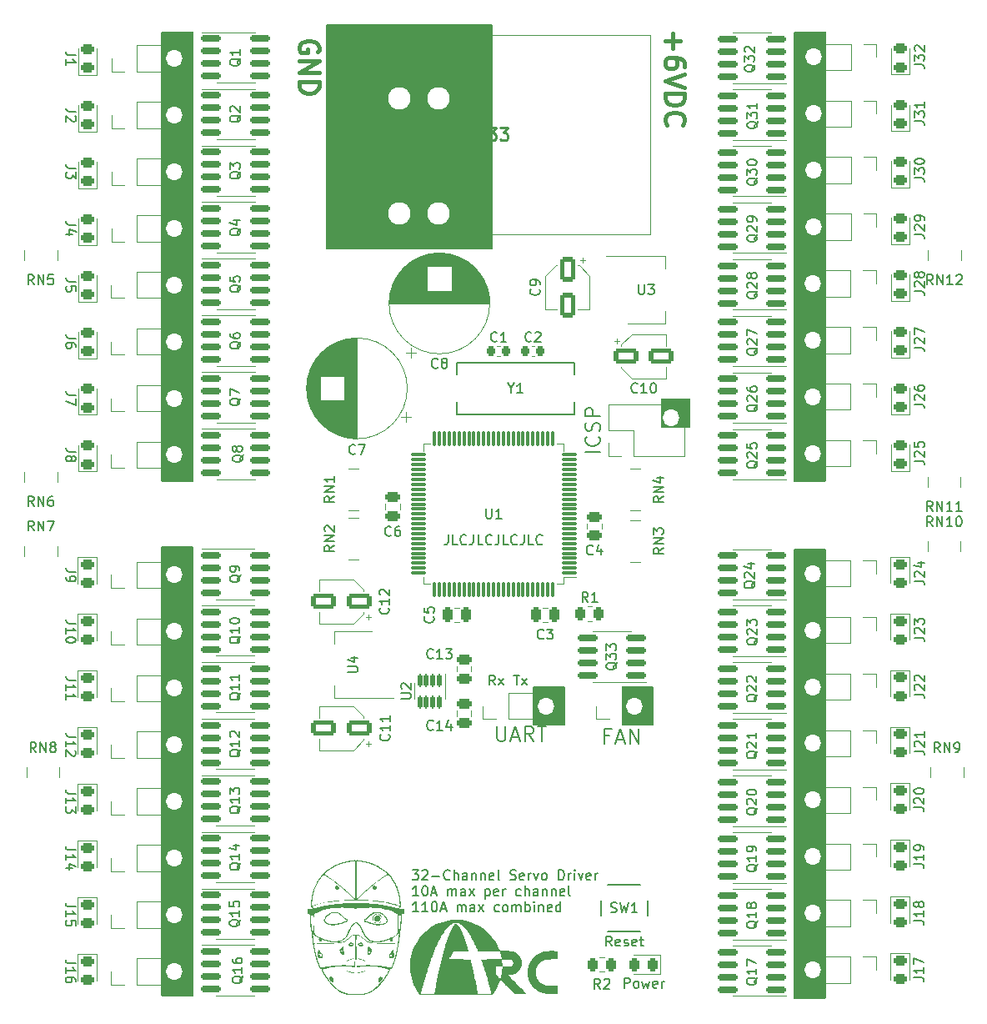
<source format=gbr>
%TF.GenerationSoftware,KiCad,Pcbnew,7.0.7+dfsg-1*%
%TF.CreationDate,2023-09-07T23:36:34-05:00*%
%TF.ProjectId,unified_control_board,756e6966-6965-4645-9f63-6f6e74726f6c,rev?*%
%TF.SameCoordinates,Original*%
%TF.FileFunction,Legend,Top*%
%TF.FilePolarity,Positive*%
%FSLAX46Y46*%
G04 Gerber Fmt 4.6, Leading zero omitted, Abs format (unit mm)*
G04 Created by KiCad (PCBNEW 7.0.7+dfsg-1) date 2023-09-07 23:36:34*
%MOMM*%
%LPD*%
G01*
G04 APERTURE LIST*
G04 Aperture macros list*
%AMRoundRect*
0 Rectangle with rounded corners*
0 $1 Rounding radius*
0 $2 $3 $4 $5 $6 $7 $8 $9 X,Y pos of 4 corners*
0 Add a 4 corners polygon primitive as box body*
4,1,4,$2,$3,$4,$5,$6,$7,$8,$9,$2,$3,0*
0 Add four circle primitives for the rounded corners*
1,1,$1+$1,$2,$3*
1,1,$1+$1,$4,$5*
1,1,$1+$1,$6,$7*
1,1,$1+$1,$8,$9*
0 Add four rect primitives between the rounded corners*
20,1,$1+$1,$2,$3,$4,$5,0*
20,1,$1+$1,$4,$5,$6,$7,0*
20,1,$1+$1,$6,$7,$8,$9,0*
20,1,$1+$1,$8,$9,$2,$3,0*%
G04 Aperture macros list end*
%ADD10C,0.150000*%
%ADD11C,0.160000*%
%ADD12C,0.200000*%
%ADD13C,0.400000*%
%ADD14C,0.254000*%
%ADD15C,0.120000*%
%ADD16C,0.152400*%
%ADD17C,0.100000*%
%ADD18RoundRect,0.125000X-0.125000X0.537500X-0.125000X-0.537500X0.125000X-0.537500X0.125000X0.537500X0*%
%ADD19R,1.700000X1.700000*%
%ADD20O,1.700000X1.700000*%
%ADD21R,5.499100X2.108200*%
%ADD22RoundRect,0.150000X-0.825000X-0.150000X0.825000X-0.150000X0.825000X0.150000X-0.825000X0.150000X0*%
%ADD23RoundRect,0.243750X0.456250X-0.243750X0.456250X0.243750X-0.456250X0.243750X-0.456250X-0.243750X0*%
%ADD24RoundRect,0.243750X-0.456250X0.243750X-0.456250X-0.243750X0.456250X-0.243750X0.456250X0.243750X0*%
%ADD25RoundRect,0.150000X0.825000X0.150000X-0.825000X0.150000X-0.825000X-0.150000X0.825000X-0.150000X0*%
%ADD26RoundRect,0.250000X-0.475000X0.250000X-0.475000X-0.250000X0.475000X-0.250000X0.475000X0.250000X0*%
%ADD27RoundRect,0.225000X-0.225000X-0.250000X0.225000X-0.250000X0.225000X0.250000X-0.225000X0.250000X0*%
%ADD28RoundRect,0.250000X1.050000X0.550000X-1.050000X0.550000X-1.050000X-0.550000X1.050000X-0.550000X0*%
%ADD29R,0.500000X0.800000*%
%ADD30R,0.400000X0.800000*%
%ADD31RoundRect,0.250000X-0.250000X-0.475000X0.250000X-0.475000X0.250000X0.475000X-0.250000X0.475000X0*%
%ADD32C,2.200000*%
%ADD33R,2.000000X1.500000*%
%ADD34R,2.000000X3.800000*%
%ADD35R,0.800000X0.300000*%
%ADD36C,2.280000*%
%ADD37RoundRect,0.250000X0.475000X-0.250000X0.475000X0.250000X-0.475000X0.250000X-0.475000X-0.250000X0*%
%ADD38R,1.549400X0.990600*%
%ADD39R,2.000000X2.000000*%
%ADD40C,2.000000*%
%ADD41RoundRect,0.075000X0.662500X0.075000X-0.662500X0.075000X-0.662500X-0.075000X0.662500X-0.075000X0*%
%ADD42RoundRect,0.075000X0.075000X0.662500X-0.075000X0.662500X-0.075000X-0.662500X0.075000X-0.662500X0*%
%ADD43RoundRect,0.250000X-0.550000X1.050000X-0.550000X-1.050000X0.550000X-1.050000X0.550000X1.050000X0*%
%ADD44RoundRect,0.250000X-0.262500X-0.450000X0.262500X-0.450000X0.262500X0.450000X-0.262500X0.450000X0*%
%ADD45RoundRect,0.250000X0.250000X0.475000X-0.250000X0.475000X-0.250000X-0.475000X0.250000X-0.475000X0*%
%ADD46RoundRect,0.243750X0.243750X0.456250X-0.243750X0.456250X-0.243750X-0.456250X0.243750X-0.456250X0*%
%ADD47RoundRect,0.250000X-1.050000X-0.550000X1.050000X-0.550000X1.050000X0.550000X-1.050000X0.550000X0*%
G04 APERTURE END LIST*
D10*
X92023809Y-125619819D02*
X92023809Y-124619819D01*
X92023809Y-124619819D02*
X92404761Y-124619819D01*
X92404761Y-124619819D02*
X92499999Y-124667438D01*
X92499999Y-124667438D02*
X92547618Y-124715057D01*
X92547618Y-124715057D02*
X92595237Y-124810295D01*
X92595237Y-124810295D02*
X92595237Y-124953152D01*
X92595237Y-124953152D02*
X92547618Y-125048390D01*
X92547618Y-125048390D02*
X92499999Y-125096009D01*
X92499999Y-125096009D02*
X92404761Y-125143628D01*
X92404761Y-125143628D02*
X92023809Y-125143628D01*
X93166666Y-125619819D02*
X93071428Y-125572200D01*
X93071428Y-125572200D02*
X93023809Y-125524580D01*
X93023809Y-125524580D02*
X92976190Y-125429342D01*
X92976190Y-125429342D02*
X92976190Y-125143628D01*
X92976190Y-125143628D02*
X93023809Y-125048390D01*
X93023809Y-125048390D02*
X93071428Y-125000771D01*
X93071428Y-125000771D02*
X93166666Y-124953152D01*
X93166666Y-124953152D02*
X93309523Y-124953152D01*
X93309523Y-124953152D02*
X93404761Y-125000771D01*
X93404761Y-125000771D02*
X93452380Y-125048390D01*
X93452380Y-125048390D02*
X93499999Y-125143628D01*
X93499999Y-125143628D02*
X93499999Y-125429342D01*
X93499999Y-125429342D02*
X93452380Y-125524580D01*
X93452380Y-125524580D02*
X93404761Y-125572200D01*
X93404761Y-125572200D02*
X93309523Y-125619819D01*
X93309523Y-125619819D02*
X93166666Y-125619819D01*
X93833333Y-124953152D02*
X94023809Y-125619819D01*
X94023809Y-125619819D02*
X94214285Y-125143628D01*
X94214285Y-125143628D02*
X94404761Y-125619819D01*
X94404761Y-125619819D02*
X94595237Y-124953152D01*
X95357142Y-125572200D02*
X95261904Y-125619819D01*
X95261904Y-125619819D02*
X95071428Y-125619819D01*
X95071428Y-125619819D02*
X94976190Y-125572200D01*
X94976190Y-125572200D02*
X94928571Y-125476961D01*
X94928571Y-125476961D02*
X94928571Y-125096009D01*
X94928571Y-125096009D02*
X94976190Y-125000771D01*
X94976190Y-125000771D02*
X95071428Y-124953152D01*
X95071428Y-124953152D02*
X95261904Y-124953152D01*
X95261904Y-124953152D02*
X95357142Y-125000771D01*
X95357142Y-125000771D02*
X95404761Y-125096009D01*
X95404761Y-125096009D02*
X95404761Y-125191247D01*
X95404761Y-125191247D02*
X94928571Y-125286485D01*
X95833333Y-125619819D02*
X95833333Y-124953152D01*
X95833333Y-125143628D02*
X95880952Y-125048390D01*
X95880952Y-125048390D02*
X95928571Y-125000771D01*
X95928571Y-125000771D02*
X96023809Y-124953152D01*
X96023809Y-124953152D02*
X96119047Y-124953152D01*
X90761904Y-121369819D02*
X90428571Y-120893628D01*
X90190476Y-121369819D02*
X90190476Y-120369819D01*
X90190476Y-120369819D02*
X90571428Y-120369819D01*
X90571428Y-120369819D02*
X90666666Y-120417438D01*
X90666666Y-120417438D02*
X90714285Y-120465057D01*
X90714285Y-120465057D02*
X90761904Y-120560295D01*
X90761904Y-120560295D02*
X90761904Y-120703152D01*
X90761904Y-120703152D02*
X90714285Y-120798390D01*
X90714285Y-120798390D02*
X90666666Y-120846009D01*
X90666666Y-120846009D02*
X90571428Y-120893628D01*
X90571428Y-120893628D02*
X90190476Y-120893628D01*
X91571428Y-121322200D02*
X91476190Y-121369819D01*
X91476190Y-121369819D02*
X91285714Y-121369819D01*
X91285714Y-121369819D02*
X91190476Y-121322200D01*
X91190476Y-121322200D02*
X91142857Y-121226961D01*
X91142857Y-121226961D02*
X91142857Y-120846009D01*
X91142857Y-120846009D02*
X91190476Y-120750771D01*
X91190476Y-120750771D02*
X91285714Y-120703152D01*
X91285714Y-120703152D02*
X91476190Y-120703152D01*
X91476190Y-120703152D02*
X91571428Y-120750771D01*
X91571428Y-120750771D02*
X91619047Y-120846009D01*
X91619047Y-120846009D02*
X91619047Y-120941247D01*
X91619047Y-120941247D02*
X91142857Y-121036485D01*
X92000000Y-121322200D02*
X92095238Y-121369819D01*
X92095238Y-121369819D02*
X92285714Y-121369819D01*
X92285714Y-121369819D02*
X92380952Y-121322200D01*
X92380952Y-121322200D02*
X92428571Y-121226961D01*
X92428571Y-121226961D02*
X92428571Y-121179342D01*
X92428571Y-121179342D02*
X92380952Y-121084104D01*
X92380952Y-121084104D02*
X92285714Y-121036485D01*
X92285714Y-121036485D02*
X92142857Y-121036485D01*
X92142857Y-121036485D02*
X92047619Y-120988866D01*
X92047619Y-120988866D02*
X92000000Y-120893628D01*
X92000000Y-120893628D02*
X92000000Y-120846009D01*
X92000000Y-120846009D02*
X92047619Y-120750771D01*
X92047619Y-120750771D02*
X92142857Y-120703152D01*
X92142857Y-120703152D02*
X92285714Y-120703152D01*
X92285714Y-120703152D02*
X92380952Y-120750771D01*
X93238095Y-121322200D02*
X93142857Y-121369819D01*
X93142857Y-121369819D02*
X92952381Y-121369819D01*
X92952381Y-121369819D02*
X92857143Y-121322200D01*
X92857143Y-121322200D02*
X92809524Y-121226961D01*
X92809524Y-121226961D02*
X92809524Y-120846009D01*
X92809524Y-120846009D02*
X92857143Y-120750771D01*
X92857143Y-120750771D02*
X92952381Y-120703152D01*
X92952381Y-120703152D02*
X93142857Y-120703152D01*
X93142857Y-120703152D02*
X93238095Y-120750771D01*
X93238095Y-120750771D02*
X93285714Y-120846009D01*
X93285714Y-120846009D02*
X93285714Y-120941247D01*
X93285714Y-120941247D02*
X92809524Y-121036485D01*
X93571429Y-120703152D02*
X93952381Y-120703152D01*
X93714286Y-120369819D02*
X93714286Y-121226961D01*
X93714286Y-121226961D02*
X93761905Y-121322200D01*
X93761905Y-121322200D02*
X93857143Y-121369819D01*
X93857143Y-121369819D02*
X93952381Y-121369819D01*
D11*
X70498120Y-113649299D02*
X71117167Y-113649299D01*
X71117167Y-113649299D02*
X70783834Y-114030251D01*
X70783834Y-114030251D02*
X70926691Y-114030251D01*
X70926691Y-114030251D02*
X71021929Y-114077870D01*
X71021929Y-114077870D02*
X71069548Y-114125489D01*
X71069548Y-114125489D02*
X71117167Y-114220727D01*
X71117167Y-114220727D02*
X71117167Y-114458822D01*
X71117167Y-114458822D02*
X71069548Y-114554060D01*
X71069548Y-114554060D02*
X71021929Y-114601680D01*
X71021929Y-114601680D02*
X70926691Y-114649299D01*
X70926691Y-114649299D02*
X70640977Y-114649299D01*
X70640977Y-114649299D02*
X70545739Y-114601680D01*
X70545739Y-114601680D02*
X70498120Y-114554060D01*
X71498120Y-113744537D02*
X71545739Y-113696918D01*
X71545739Y-113696918D02*
X71640977Y-113649299D01*
X71640977Y-113649299D02*
X71879072Y-113649299D01*
X71879072Y-113649299D02*
X71974310Y-113696918D01*
X71974310Y-113696918D02*
X72021929Y-113744537D01*
X72021929Y-113744537D02*
X72069548Y-113839775D01*
X72069548Y-113839775D02*
X72069548Y-113935013D01*
X72069548Y-113935013D02*
X72021929Y-114077870D01*
X72021929Y-114077870D02*
X71450501Y-114649299D01*
X71450501Y-114649299D02*
X72069548Y-114649299D01*
X72498120Y-114268346D02*
X73260025Y-114268346D01*
X74307643Y-114554060D02*
X74260024Y-114601680D01*
X74260024Y-114601680D02*
X74117167Y-114649299D01*
X74117167Y-114649299D02*
X74021929Y-114649299D01*
X74021929Y-114649299D02*
X73879072Y-114601680D01*
X73879072Y-114601680D02*
X73783834Y-114506441D01*
X73783834Y-114506441D02*
X73736215Y-114411203D01*
X73736215Y-114411203D02*
X73688596Y-114220727D01*
X73688596Y-114220727D02*
X73688596Y-114077870D01*
X73688596Y-114077870D02*
X73736215Y-113887394D01*
X73736215Y-113887394D02*
X73783834Y-113792156D01*
X73783834Y-113792156D02*
X73879072Y-113696918D01*
X73879072Y-113696918D02*
X74021929Y-113649299D01*
X74021929Y-113649299D02*
X74117167Y-113649299D01*
X74117167Y-113649299D02*
X74260024Y-113696918D01*
X74260024Y-113696918D02*
X74307643Y-113744537D01*
X74736215Y-114649299D02*
X74736215Y-113649299D01*
X75164786Y-114649299D02*
X75164786Y-114125489D01*
X75164786Y-114125489D02*
X75117167Y-114030251D01*
X75117167Y-114030251D02*
X75021929Y-113982632D01*
X75021929Y-113982632D02*
X74879072Y-113982632D01*
X74879072Y-113982632D02*
X74783834Y-114030251D01*
X74783834Y-114030251D02*
X74736215Y-114077870D01*
X76069548Y-114649299D02*
X76069548Y-114125489D01*
X76069548Y-114125489D02*
X76021929Y-114030251D01*
X76021929Y-114030251D02*
X75926691Y-113982632D01*
X75926691Y-113982632D02*
X75736215Y-113982632D01*
X75736215Y-113982632D02*
X75640977Y-114030251D01*
X76069548Y-114601680D02*
X75974310Y-114649299D01*
X75974310Y-114649299D02*
X75736215Y-114649299D01*
X75736215Y-114649299D02*
X75640977Y-114601680D01*
X75640977Y-114601680D02*
X75593358Y-114506441D01*
X75593358Y-114506441D02*
X75593358Y-114411203D01*
X75593358Y-114411203D02*
X75640977Y-114315965D01*
X75640977Y-114315965D02*
X75736215Y-114268346D01*
X75736215Y-114268346D02*
X75974310Y-114268346D01*
X75974310Y-114268346D02*
X76069548Y-114220727D01*
X76545739Y-113982632D02*
X76545739Y-114649299D01*
X76545739Y-114077870D02*
X76593358Y-114030251D01*
X76593358Y-114030251D02*
X76688596Y-113982632D01*
X76688596Y-113982632D02*
X76831453Y-113982632D01*
X76831453Y-113982632D02*
X76926691Y-114030251D01*
X76926691Y-114030251D02*
X76974310Y-114125489D01*
X76974310Y-114125489D02*
X76974310Y-114649299D01*
X77450501Y-113982632D02*
X77450501Y-114649299D01*
X77450501Y-114077870D02*
X77498120Y-114030251D01*
X77498120Y-114030251D02*
X77593358Y-113982632D01*
X77593358Y-113982632D02*
X77736215Y-113982632D01*
X77736215Y-113982632D02*
X77831453Y-114030251D01*
X77831453Y-114030251D02*
X77879072Y-114125489D01*
X77879072Y-114125489D02*
X77879072Y-114649299D01*
X78736215Y-114601680D02*
X78640977Y-114649299D01*
X78640977Y-114649299D02*
X78450501Y-114649299D01*
X78450501Y-114649299D02*
X78355263Y-114601680D01*
X78355263Y-114601680D02*
X78307644Y-114506441D01*
X78307644Y-114506441D02*
X78307644Y-114125489D01*
X78307644Y-114125489D02*
X78355263Y-114030251D01*
X78355263Y-114030251D02*
X78450501Y-113982632D01*
X78450501Y-113982632D02*
X78640977Y-113982632D01*
X78640977Y-113982632D02*
X78736215Y-114030251D01*
X78736215Y-114030251D02*
X78783834Y-114125489D01*
X78783834Y-114125489D02*
X78783834Y-114220727D01*
X78783834Y-114220727D02*
X78307644Y-114315965D01*
X79355263Y-114649299D02*
X79260025Y-114601680D01*
X79260025Y-114601680D02*
X79212406Y-114506441D01*
X79212406Y-114506441D02*
X79212406Y-113649299D01*
X80450502Y-114601680D02*
X80593359Y-114649299D01*
X80593359Y-114649299D02*
X80831454Y-114649299D01*
X80831454Y-114649299D02*
X80926692Y-114601680D01*
X80926692Y-114601680D02*
X80974311Y-114554060D01*
X80974311Y-114554060D02*
X81021930Y-114458822D01*
X81021930Y-114458822D02*
X81021930Y-114363584D01*
X81021930Y-114363584D02*
X80974311Y-114268346D01*
X80974311Y-114268346D02*
X80926692Y-114220727D01*
X80926692Y-114220727D02*
X80831454Y-114173108D01*
X80831454Y-114173108D02*
X80640978Y-114125489D01*
X80640978Y-114125489D02*
X80545740Y-114077870D01*
X80545740Y-114077870D02*
X80498121Y-114030251D01*
X80498121Y-114030251D02*
X80450502Y-113935013D01*
X80450502Y-113935013D02*
X80450502Y-113839775D01*
X80450502Y-113839775D02*
X80498121Y-113744537D01*
X80498121Y-113744537D02*
X80545740Y-113696918D01*
X80545740Y-113696918D02*
X80640978Y-113649299D01*
X80640978Y-113649299D02*
X80879073Y-113649299D01*
X80879073Y-113649299D02*
X81021930Y-113696918D01*
X81831454Y-114601680D02*
X81736216Y-114649299D01*
X81736216Y-114649299D02*
X81545740Y-114649299D01*
X81545740Y-114649299D02*
X81450502Y-114601680D01*
X81450502Y-114601680D02*
X81402883Y-114506441D01*
X81402883Y-114506441D02*
X81402883Y-114125489D01*
X81402883Y-114125489D02*
X81450502Y-114030251D01*
X81450502Y-114030251D02*
X81545740Y-113982632D01*
X81545740Y-113982632D02*
X81736216Y-113982632D01*
X81736216Y-113982632D02*
X81831454Y-114030251D01*
X81831454Y-114030251D02*
X81879073Y-114125489D01*
X81879073Y-114125489D02*
X81879073Y-114220727D01*
X81879073Y-114220727D02*
X81402883Y-114315965D01*
X82307645Y-114649299D02*
X82307645Y-113982632D01*
X82307645Y-114173108D02*
X82355264Y-114077870D01*
X82355264Y-114077870D02*
X82402883Y-114030251D01*
X82402883Y-114030251D02*
X82498121Y-113982632D01*
X82498121Y-113982632D02*
X82593359Y-113982632D01*
X82831455Y-113982632D02*
X83069550Y-114649299D01*
X83069550Y-114649299D02*
X83307645Y-113982632D01*
X83831455Y-114649299D02*
X83736217Y-114601680D01*
X83736217Y-114601680D02*
X83688598Y-114554060D01*
X83688598Y-114554060D02*
X83640979Y-114458822D01*
X83640979Y-114458822D02*
X83640979Y-114173108D01*
X83640979Y-114173108D02*
X83688598Y-114077870D01*
X83688598Y-114077870D02*
X83736217Y-114030251D01*
X83736217Y-114030251D02*
X83831455Y-113982632D01*
X83831455Y-113982632D02*
X83974312Y-113982632D01*
X83974312Y-113982632D02*
X84069550Y-114030251D01*
X84069550Y-114030251D02*
X84117169Y-114077870D01*
X84117169Y-114077870D02*
X84164788Y-114173108D01*
X84164788Y-114173108D02*
X84164788Y-114458822D01*
X84164788Y-114458822D02*
X84117169Y-114554060D01*
X84117169Y-114554060D02*
X84069550Y-114601680D01*
X84069550Y-114601680D02*
X83974312Y-114649299D01*
X83974312Y-114649299D02*
X83831455Y-114649299D01*
X85355265Y-114649299D02*
X85355265Y-113649299D01*
X85355265Y-113649299D02*
X85593360Y-113649299D01*
X85593360Y-113649299D02*
X85736217Y-113696918D01*
X85736217Y-113696918D02*
X85831455Y-113792156D01*
X85831455Y-113792156D02*
X85879074Y-113887394D01*
X85879074Y-113887394D02*
X85926693Y-114077870D01*
X85926693Y-114077870D02*
X85926693Y-114220727D01*
X85926693Y-114220727D02*
X85879074Y-114411203D01*
X85879074Y-114411203D02*
X85831455Y-114506441D01*
X85831455Y-114506441D02*
X85736217Y-114601680D01*
X85736217Y-114601680D02*
X85593360Y-114649299D01*
X85593360Y-114649299D02*
X85355265Y-114649299D01*
X86355265Y-114649299D02*
X86355265Y-113982632D01*
X86355265Y-114173108D02*
X86402884Y-114077870D01*
X86402884Y-114077870D02*
X86450503Y-114030251D01*
X86450503Y-114030251D02*
X86545741Y-113982632D01*
X86545741Y-113982632D02*
X86640979Y-113982632D01*
X86974313Y-114649299D02*
X86974313Y-113982632D01*
X86974313Y-113649299D02*
X86926694Y-113696918D01*
X86926694Y-113696918D02*
X86974313Y-113744537D01*
X86974313Y-113744537D02*
X87021932Y-113696918D01*
X87021932Y-113696918D02*
X86974313Y-113649299D01*
X86974313Y-113649299D02*
X86974313Y-113744537D01*
X87355265Y-113982632D02*
X87593360Y-114649299D01*
X87593360Y-114649299D02*
X87831455Y-113982632D01*
X88593360Y-114601680D02*
X88498122Y-114649299D01*
X88498122Y-114649299D02*
X88307646Y-114649299D01*
X88307646Y-114649299D02*
X88212408Y-114601680D01*
X88212408Y-114601680D02*
X88164789Y-114506441D01*
X88164789Y-114506441D02*
X88164789Y-114125489D01*
X88164789Y-114125489D02*
X88212408Y-114030251D01*
X88212408Y-114030251D02*
X88307646Y-113982632D01*
X88307646Y-113982632D02*
X88498122Y-113982632D01*
X88498122Y-113982632D02*
X88593360Y-114030251D01*
X88593360Y-114030251D02*
X88640979Y-114125489D01*
X88640979Y-114125489D02*
X88640979Y-114220727D01*
X88640979Y-114220727D02*
X88164789Y-114315965D01*
X89069551Y-114649299D02*
X89069551Y-113982632D01*
X89069551Y-114173108D02*
X89117170Y-114077870D01*
X89117170Y-114077870D02*
X89164789Y-114030251D01*
X89164789Y-114030251D02*
X89260027Y-113982632D01*
X89260027Y-113982632D02*
X89355265Y-113982632D01*
X71117167Y-116259299D02*
X70545739Y-116259299D01*
X70831453Y-116259299D02*
X70831453Y-115259299D01*
X70831453Y-115259299D02*
X70736215Y-115402156D01*
X70736215Y-115402156D02*
X70640977Y-115497394D01*
X70640977Y-115497394D02*
X70545739Y-115545013D01*
X71736215Y-115259299D02*
X71831453Y-115259299D01*
X71831453Y-115259299D02*
X71926691Y-115306918D01*
X71926691Y-115306918D02*
X71974310Y-115354537D01*
X71974310Y-115354537D02*
X72021929Y-115449775D01*
X72021929Y-115449775D02*
X72069548Y-115640251D01*
X72069548Y-115640251D02*
X72069548Y-115878346D01*
X72069548Y-115878346D02*
X72021929Y-116068822D01*
X72021929Y-116068822D02*
X71974310Y-116164060D01*
X71974310Y-116164060D02*
X71926691Y-116211680D01*
X71926691Y-116211680D02*
X71831453Y-116259299D01*
X71831453Y-116259299D02*
X71736215Y-116259299D01*
X71736215Y-116259299D02*
X71640977Y-116211680D01*
X71640977Y-116211680D02*
X71593358Y-116164060D01*
X71593358Y-116164060D02*
X71545739Y-116068822D01*
X71545739Y-116068822D02*
X71498120Y-115878346D01*
X71498120Y-115878346D02*
X71498120Y-115640251D01*
X71498120Y-115640251D02*
X71545739Y-115449775D01*
X71545739Y-115449775D02*
X71593358Y-115354537D01*
X71593358Y-115354537D02*
X71640977Y-115306918D01*
X71640977Y-115306918D02*
X71736215Y-115259299D01*
X72450501Y-115973584D02*
X72926691Y-115973584D01*
X72355263Y-116259299D02*
X72688596Y-115259299D01*
X72688596Y-115259299D02*
X73021929Y-116259299D01*
X74117168Y-116259299D02*
X74117168Y-115592632D01*
X74117168Y-115687870D02*
X74164787Y-115640251D01*
X74164787Y-115640251D02*
X74260025Y-115592632D01*
X74260025Y-115592632D02*
X74402882Y-115592632D01*
X74402882Y-115592632D02*
X74498120Y-115640251D01*
X74498120Y-115640251D02*
X74545739Y-115735489D01*
X74545739Y-115735489D02*
X74545739Y-116259299D01*
X74545739Y-115735489D02*
X74593358Y-115640251D01*
X74593358Y-115640251D02*
X74688596Y-115592632D01*
X74688596Y-115592632D02*
X74831453Y-115592632D01*
X74831453Y-115592632D02*
X74926692Y-115640251D01*
X74926692Y-115640251D02*
X74974311Y-115735489D01*
X74974311Y-115735489D02*
X74974311Y-116259299D01*
X75879072Y-116259299D02*
X75879072Y-115735489D01*
X75879072Y-115735489D02*
X75831453Y-115640251D01*
X75831453Y-115640251D02*
X75736215Y-115592632D01*
X75736215Y-115592632D02*
X75545739Y-115592632D01*
X75545739Y-115592632D02*
X75450501Y-115640251D01*
X75879072Y-116211680D02*
X75783834Y-116259299D01*
X75783834Y-116259299D02*
X75545739Y-116259299D01*
X75545739Y-116259299D02*
X75450501Y-116211680D01*
X75450501Y-116211680D02*
X75402882Y-116116441D01*
X75402882Y-116116441D02*
X75402882Y-116021203D01*
X75402882Y-116021203D02*
X75450501Y-115925965D01*
X75450501Y-115925965D02*
X75545739Y-115878346D01*
X75545739Y-115878346D02*
X75783834Y-115878346D01*
X75783834Y-115878346D02*
X75879072Y-115830727D01*
X76260025Y-116259299D02*
X76783834Y-115592632D01*
X76260025Y-115592632D02*
X76783834Y-116259299D01*
X77926692Y-115592632D02*
X77926692Y-116592632D01*
X77926692Y-115640251D02*
X78021930Y-115592632D01*
X78021930Y-115592632D02*
X78212406Y-115592632D01*
X78212406Y-115592632D02*
X78307644Y-115640251D01*
X78307644Y-115640251D02*
X78355263Y-115687870D01*
X78355263Y-115687870D02*
X78402882Y-115783108D01*
X78402882Y-115783108D02*
X78402882Y-116068822D01*
X78402882Y-116068822D02*
X78355263Y-116164060D01*
X78355263Y-116164060D02*
X78307644Y-116211680D01*
X78307644Y-116211680D02*
X78212406Y-116259299D01*
X78212406Y-116259299D02*
X78021930Y-116259299D01*
X78021930Y-116259299D02*
X77926692Y-116211680D01*
X79212406Y-116211680D02*
X79117168Y-116259299D01*
X79117168Y-116259299D02*
X78926692Y-116259299D01*
X78926692Y-116259299D02*
X78831454Y-116211680D01*
X78831454Y-116211680D02*
X78783835Y-116116441D01*
X78783835Y-116116441D02*
X78783835Y-115735489D01*
X78783835Y-115735489D02*
X78831454Y-115640251D01*
X78831454Y-115640251D02*
X78926692Y-115592632D01*
X78926692Y-115592632D02*
X79117168Y-115592632D01*
X79117168Y-115592632D02*
X79212406Y-115640251D01*
X79212406Y-115640251D02*
X79260025Y-115735489D01*
X79260025Y-115735489D02*
X79260025Y-115830727D01*
X79260025Y-115830727D02*
X78783835Y-115925965D01*
X79688597Y-116259299D02*
X79688597Y-115592632D01*
X79688597Y-115783108D02*
X79736216Y-115687870D01*
X79736216Y-115687870D02*
X79783835Y-115640251D01*
X79783835Y-115640251D02*
X79879073Y-115592632D01*
X79879073Y-115592632D02*
X79974311Y-115592632D01*
X81498121Y-116211680D02*
X81402883Y-116259299D01*
X81402883Y-116259299D02*
X81212407Y-116259299D01*
X81212407Y-116259299D02*
X81117169Y-116211680D01*
X81117169Y-116211680D02*
X81069550Y-116164060D01*
X81069550Y-116164060D02*
X81021931Y-116068822D01*
X81021931Y-116068822D02*
X81021931Y-115783108D01*
X81021931Y-115783108D02*
X81069550Y-115687870D01*
X81069550Y-115687870D02*
X81117169Y-115640251D01*
X81117169Y-115640251D02*
X81212407Y-115592632D01*
X81212407Y-115592632D02*
X81402883Y-115592632D01*
X81402883Y-115592632D02*
X81498121Y-115640251D01*
X81926693Y-116259299D02*
X81926693Y-115259299D01*
X82355264Y-116259299D02*
X82355264Y-115735489D01*
X82355264Y-115735489D02*
X82307645Y-115640251D01*
X82307645Y-115640251D02*
X82212407Y-115592632D01*
X82212407Y-115592632D02*
X82069550Y-115592632D01*
X82069550Y-115592632D02*
X81974312Y-115640251D01*
X81974312Y-115640251D02*
X81926693Y-115687870D01*
X83260026Y-116259299D02*
X83260026Y-115735489D01*
X83260026Y-115735489D02*
X83212407Y-115640251D01*
X83212407Y-115640251D02*
X83117169Y-115592632D01*
X83117169Y-115592632D02*
X82926693Y-115592632D01*
X82926693Y-115592632D02*
X82831455Y-115640251D01*
X83260026Y-116211680D02*
X83164788Y-116259299D01*
X83164788Y-116259299D02*
X82926693Y-116259299D01*
X82926693Y-116259299D02*
X82831455Y-116211680D01*
X82831455Y-116211680D02*
X82783836Y-116116441D01*
X82783836Y-116116441D02*
X82783836Y-116021203D01*
X82783836Y-116021203D02*
X82831455Y-115925965D01*
X82831455Y-115925965D02*
X82926693Y-115878346D01*
X82926693Y-115878346D02*
X83164788Y-115878346D01*
X83164788Y-115878346D02*
X83260026Y-115830727D01*
X83736217Y-115592632D02*
X83736217Y-116259299D01*
X83736217Y-115687870D02*
X83783836Y-115640251D01*
X83783836Y-115640251D02*
X83879074Y-115592632D01*
X83879074Y-115592632D02*
X84021931Y-115592632D01*
X84021931Y-115592632D02*
X84117169Y-115640251D01*
X84117169Y-115640251D02*
X84164788Y-115735489D01*
X84164788Y-115735489D02*
X84164788Y-116259299D01*
X84640979Y-115592632D02*
X84640979Y-116259299D01*
X84640979Y-115687870D02*
X84688598Y-115640251D01*
X84688598Y-115640251D02*
X84783836Y-115592632D01*
X84783836Y-115592632D02*
X84926693Y-115592632D01*
X84926693Y-115592632D02*
X85021931Y-115640251D01*
X85021931Y-115640251D02*
X85069550Y-115735489D01*
X85069550Y-115735489D02*
X85069550Y-116259299D01*
X85926693Y-116211680D02*
X85831455Y-116259299D01*
X85831455Y-116259299D02*
X85640979Y-116259299D01*
X85640979Y-116259299D02*
X85545741Y-116211680D01*
X85545741Y-116211680D02*
X85498122Y-116116441D01*
X85498122Y-116116441D02*
X85498122Y-115735489D01*
X85498122Y-115735489D02*
X85545741Y-115640251D01*
X85545741Y-115640251D02*
X85640979Y-115592632D01*
X85640979Y-115592632D02*
X85831455Y-115592632D01*
X85831455Y-115592632D02*
X85926693Y-115640251D01*
X85926693Y-115640251D02*
X85974312Y-115735489D01*
X85974312Y-115735489D02*
X85974312Y-115830727D01*
X85974312Y-115830727D02*
X85498122Y-115925965D01*
X86545741Y-116259299D02*
X86450503Y-116211680D01*
X86450503Y-116211680D02*
X86402884Y-116116441D01*
X86402884Y-116116441D02*
X86402884Y-115259299D01*
X71117167Y-117869299D02*
X70545739Y-117869299D01*
X70831453Y-117869299D02*
X70831453Y-116869299D01*
X70831453Y-116869299D02*
X70736215Y-117012156D01*
X70736215Y-117012156D02*
X70640977Y-117107394D01*
X70640977Y-117107394D02*
X70545739Y-117155013D01*
X72069548Y-117869299D02*
X71498120Y-117869299D01*
X71783834Y-117869299D02*
X71783834Y-116869299D01*
X71783834Y-116869299D02*
X71688596Y-117012156D01*
X71688596Y-117012156D02*
X71593358Y-117107394D01*
X71593358Y-117107394D02*
X71498120Y-117155013D01*
X72688596Y-116869299D02*
X72783834Y-116869299D01*
X72783834Y-116869299D02*
X72879072Y-116916918D01*
X72879072Y-116916918D02*
X72926691Y-116964537D01*
X72926691Y-116964537D02*
X72974310Y-117059775D01*
X72974310Y-117059775D02*
X73021929Y-117250251D01*
X73021929Y-117250251D02*
X73021929Y-117488346D01*
X73021929Y-117488346D02*
X72974310Y-117678822D01*
X72974310Y-117678822D02*
X72926691Y-117774060D01*
X72926691Y-117774060D02*
X72879072Y-117821680D01*
X72879072Y-117821680D02*
X72783834Y-117869299D01*
X72783834Y-117869299D02*
X72688596Y-117869299D01*
X72688596Y-117869299D02*
X72593358Y-117821680D01*
X72593358Y-117821680D02*
X72545739Y-117774060D01*
X72545739Y-117774060D02*
X72498120Y-117678822D01*
X72498120Y-117678822D02*
X72450501Y-117488346D01*
X72450501Y-117488346D02*
X72450501Y-117250251D01*
X72450501Y-117250251D02*
X72498120Y-117059775D01*
X72498120Y-117059775D02*
X72545739Y-116964537D01*
X72545739Y-116964537D02*
X72593358Y-116916918D01*
X72593358Y-116916918D02*
X72688596Y-116869299D01*
X73402882Y-117583584D02*
X73879072Y-117583584D01*
X73307644Y-117869299D02*
X73640977Y-116869299D01*
X73640977Y-116869299D02*
X73974310Y-117869299D01*
X75069549Y-117869299D02*
X75069549Y-117202632D01*
X75069549Y-117297870D02*
X75117168Y-117250251D01*
X75117168Y-117250251D02*
X75212406Y-117202632D01*
X75212406Y-117202632D02*
X75355263Y-117202632D01*
X75355263Y-117202632D02*
X75450501Y-117250251D01*
X75450501Y-117250251D02*
X75498120Y-117345489D01*
X75498120Y-117345489D02*
X75498120Y-117869299D01*
X75498120Y-117345489D02*
X75545739Y-117250251D01*
X75545739Y-117250251D02*
X75640977Y-117202632D01*
X75640977Y-117202632D02*
X75783834Y-117202632D01*
X75783834Y-117202632D02*
X75879073Y-117250251D01*
X75879073Y-117250251D02*
X75926692Y-117345489D01*
X75926692Y-117345489D02*
X75926692Y-117869299D01*
X76831453Y-117869299D02*
X76831453Y-117345489D01*
X76831453Y-117345489D02*
X76783834Y-117250251D01*
X76783834Y-117250251D02*
X76688596Y-117202632D01*
X76688596Y-117202632D02*
X76498120Y-117202632D01*
X76498120Y-117202632D02*
X76402882Y-117250251D01*
X76831453Y-117821680D02*
X76736215Y-117869299D01*
X76736215Y-117869299D02*
X76498120Y-117869299D01*
X76498120Y-117869299D02*
X76402882Y-117821680D01*
X76402882Y-117821680D02*
X76355263Y-117726441D01*
X76355263Y-117726441D02*
X76355263Y-117631203D01*
X76355263Y-117631203D02*
X76402882Y-117535965D01*
X76402882Y-117535965D02*
X76498120Y-117488346D01*
X76498120Y-117488346D02*
X76736215Y-117488346D01*
X76736215Y-117488346D02*
X76831453Y-117440727D01*
X77212406Y-117869299D02*
X77736215Y-117202632D01*
X77212406Y-117202632D02*
X77736215Y-117869299D01*
X79307644Y-117821680D02*
X79212406Y-117869299D01*
X79212406Y-117869299D02*
X79021930Y-117869299D01*
X79021930Y-117869299D02*
X78926692Y-117821680D01*
X78926692Y-117821680D02*
X78879073Y-117774060D01*
X78879073Y-117774060D02*
X78831454Y-117678822D01*
X78831454Y-117678822D02*
X78831454Y-117393108D01*
X78831454Y-117393108D02*
X78879073Y-117297870D01*
X78879073Y-117297870D02*
X78926692Y-117250251D01*
X78926692Y-117250251D02*
X79021930Y-117202632D01*
X79021930Y-117202632D02*
X79212406Y-117202632D01*
X79212406Y-117202632D02*
X79307644Y-117250251D01*
X79879073Y-117869299D02*
X79783835Y-117821680D01*
X79783835Y-117821680D02*
X79736216Y-117774060D01*
X79736216Y-117774060D02*
X79688597Y-117678822D01*
X79688597Y-117678822D02*
X79688597Y-117393108D01*
X79688597Y-117393108D02*
X79736216Y-117297870D01*
X79736216Y-117297870D02*
X79783835Y-117250251D01*
X79783835Y-117250251D02*
X79879073Y-117202632D01*
X79879073Y-117202632D02*
X80021930Y-117202632D01*
X80021930Y-117202632D02*
X80117168Y-117250251D01*
X80117168Y-117250251D02*
X80164787Y-117297870D01*
X80164787Y-117297870D02*
X80212406Y-117393108D01*
X80212406Y-117393108D02*
X80212406Y-117678822D01*
X80212406Y-117678822D02*
X80164787Y-117774060D01*
X80164787Y-117774060D02*
X80117168Y-117821680D01*
X80117168Y-117821680D02*
X80021930Y-117869299D01*
X80021930Y-117869299D02*
X79879073Y-117869299D01*
X80640978Y-117869299D02*
X80640978Y-117202632D01*
X80640978Y-117297870D02*
X80688597Y-117250251D01*
X80688597Y-117250251D02*
X80783835Y-117202632D01*
X80783835Y-117202632D02*
X80926692Y-117202632D01*
X80926692Y-117202632D02*
X81021930Y-117250251D01*
X81021930Y-117250251D02*
X81069549Y-117345489D01*
X81069549Y-117345489D02*
X81069549Y-117869299D01*
X81069549Y-117345489D02*
X81117168Y-117250251D01*
X81117168Y-117250251D02*
X81212406Y-117202632D01*
X81212406Y-117202632D02*
X81355263Y-117202632D01*
X81355263Y-117202632D02*
X81450502Y-117250251D01*
X81450502Y-117250251D02*
X81498121Y-117345489D01*
X81498121Y-117345489D02*
X81498121Y-117869299D01*
X81974311Y-117869299D02*
X81974311Y-116869299D01*
X81974311Y-117250251D02*
X82069549Y-117202632D01*
X82069549Y-117202632D02*
X82260025Y-117202632D01*
X82260025Y-117202632D02*
X82355263Y-117250251D01*
X82355263Y-117250251D02*
X82402882Y-117297870D01*
X82402882Y-117297870D02*
X82450501Y-117393108D01*
X82450501Y-117393108D02*
X82450501Y-117678822D01*
X82450501Y-117678822D02*
X82402882Y-117774060D01*
X82402882Y-117774060D02*
X82355263Y-117821680D01*
X82355263Y-117821680D02*
X82260025Y-117869299D01*
X82260025Y-117869299D02*
X82069549Y-117869299D01*
X82069549Y-117869299D02*
X81974311Y-117821680D01*
X82879073Y-117869299D02*
X82879073Y-117202632D01*
X82879073Y-116869299D02*
X82831454Y-116916918D01*
X82831454Y-116916918D02*
X82879073Y-116964537D01*
X82879073Y-116964537D02*
X82926692Y-116916918D01*
X82926692Y-116916918D02*
X82879073Y-116869299D01*
X82879073Y-116869299D02*
X82879073Y-116964537D01*
X83355263Y-117202632D02*
X83355263Y-117869299D01*
X83355263Y-117297870D02*
X83402882Y-117250251D01*
X83402882Y-117250251D02*
X83498120Y-117202632D01*
X83498120Y-117202632D02*
X83640977Y-117202632D01*
X83640977Y-117202632D02*
X83736215Y-117250251D01*
X83736215Y-117250251D02*
X83783834Y-117345489D01*
X83783834Y-117345489D02*
X83783834Y-117869299D01*
X84640977Y-117821680D02*
X84545739Y-117869299D01*
X84545739Y-117869299D02*
X84355263Y-117869299D01*
X84355263Y-117869299D02*
X84260025Y-117821680D01*
X84260025Y-117821680D02*
X84212406Y-117726441D01*
X84212406Y-117726441D02*
X84212406Y-117345489D01*
X84212406Y-117345489D02*
X84260025Y-117250251D01*
X84260025Y-117250251D02*
X84355263Y-117202632D01*
X84355263Y-117202632D02*
X84545739Y-117202632D01*
X84545739Y-117202632D02*
X84640977Y-117250251D01*
X84640977Y-117250251D02*
X84688596Y-117345489D01*
X84688596Y-117345489D02*
X84688596Y-117440727D01*
X84688596Y-117440727D02*
X84212406Y-117535965D01*
X85545739Y-117869299D02*
X85545739Y-116869299D01*
X85545739Y-117821680D02*
X85450501Y-117869299D01*
X85450501Y-117869299D02*
X85260025Y-117869299D01*
X85260025Y-117869299D02*
X85164787Y-117821680D01*
X85164787Y-117821680D02*
X85117168Y-117774060D01*
X85117168Y-117774060D02*
X85069549Y-117678822D01*
X85069549Y-117678822D02*
X85069549Y-117393108D01*
X85069549Y-117393108D02*
X85117168Y-117297870D01*
X85117168Y-117297870D02*
X85164787Y-117250251D01*
X85164787Y-117250251D02*
X85260025Y-117202632D01*
X85260025Y-117202632D02*
X85450501Y-117202632D01*
X85450501Y-117202632D02*
X85545739Y-117250251D01*
D12*
X89556028Y-71214285D02*
X88056028Y-71214285D01*
X89413171Y-69642856D02*
X89484600Y-69714284D01*
X89484600Y-69714284D02*
X89556028Y-69928570D01*
X89556028Y-69928570D02*
X89556028Y-70071427D01*
X89556028Y-70071427D02*
X89484600Y-70285713D01*
X89484600Y-70285713D02*
X89341742Y-70428570D01*
X89341742Y-70428570D02*
X89198885Y-70499999D01*
X89198885Y-70499999D02*
X88913171Y-70571427D01*
X88913171Y-70571427D02*
X88698885Y-70571427D01*
X88698885Y-70571427D02*
X88413171Y-70499999D01*
X88413171Y-70499999D02*
X88270314Y-70428570D01*
X88270314Y-70428570D02*
X88127457Y-70285713D01*
X88127457Y-70285713D02*
X88056028Y-70071427D01*
X88056028Y-70071427D02*
X88056028Y-69928570D01*
X88056028Y-69928570D02*
X88127457Y-69714284D01*
X88127457Y-69714284D02*
X88198885Y-69642856D01*
X89484600Y-69071427D02*
X89556028Y-68857142D01*
X89556028Y-68857142D02*
X89556028Y-68499999D01*
X89556028Y-68499999D02*
X89484600Y-68357142D01*
X89484600Y-68357142D02*
X89413171Y-68285713D01*
X89413171Y-68285713D02*
X89270314Y-68214284D01*
X89270314Y-68214284D02*
X89127457Y-68214284D01*
X89127457Y-68214284D02*
X88984600Y-68285713D01*
X88984600Y-68285713D02*
X88913171Y-68357142D01*
X88913171Y-68357142D02*
X88841742Y-68499999D01*
X88841742Y-68499999D02*
X88770314Y-68785713D01*
X88770314Y-68785713D02*
X88698885Y-68928570D01*
X88698885Y-68928570D02*
X88627457Y-68999999D01*
X88627457Y-68999999D02*
X88484600Y-69071427D01*
X88484600Y-69071427D02*
X88341742Y-69071427D01*
X88341742Y-69071427D02*
X88198885Y-68999999D01*
X88198885Y-68999999D02*
X88127457Y-68928570D01*
X88127457Y-68928570D02*
X88056028Y-68785713D01*
X88056028Y-68785713D02*
X88056028Y-68428570D01*
X88056028Y-68428570D02*
X88127457Y-68214284D01*
X89556028Y-67571428D02*
X88056028Y-67571428D01*
X88056028Y-67571428D02*
X88056028Y-66999999D01*
X88056028Y-66999999D02*
X88127457Y-66857142D01*
X88127457Y-66857142D02*
X88198885Y-66785713D01*
X88198885Y-66785713D02*
X88341742Y-66714285D01*
X88341742Y-66714285D02*
X88556028Y-66714285D01*
X88556028Y-66714285D02*
X88698885Y-66785713D01*
X88698885Y-66785713D02*
X88770314Y-66857142D01*
X88770314Y-66857142D02*
X88841742Y-66999999D01*
X88841742Y-66999999D02*
X88841742Y-67571428D01*
X90535714Y-100020314D02*
X90035714Y-100020314D01*
X90035714Y-100806028D02*
X90035714Y-99306028D01*
X90035714Y-99306028D02*
X90750000Y-99306028D01*
X91250000Y-100377457D02*
X91964286Y-100377457D01*
X91107143Y-100806028D02*
X91607143Y-99306028D01*
X91607143Y-99306028D02*
X92107143Y-100806028D01*
X92607142Y-100806028D02*
X92607142Y-99306028D01*
X92607142Y-99306028D02*
X93464285Y-100806028D01*
X93464285Y-100806028D02*
X93464285Y-99306028D01*
X79107142Y-99056028D02*
X79107142Y-100270314D01*
X79107142Y-100270314D02*
X79178571Y-100413171D01*
X79178571Y-100413171D02*
X79250000Y-100484600D01*
X79250000Y-100484600D02*
X79392857Y-100556028D01*
X79392857Y-100556028D02*
X79678571Y-100556028D01*
X79678571Y-100556028D02*
X79821428Y-100484600D01*
X79821428Y-100484600D02*
X79892857Y-100413171D01*
X79892857Y-100413171D02*
X79964285Y-100270314D01*
X79964285Y-100270314D02*
X79964285Y-99056028D01*
X80607143Y-100127457D02*
X81321429Y-100127457D01*
X80464286Y-100556028D02*
X80964286Y-99056028D01*
X80964286Y-99056028D02*
X81464286Y-100556028D01*
X82821428Y-100556028D02*
X82321428Y-99841742D01*
X81964285Y-100556028D02*
X81964285Y-99056028D01*
X81964285Y-99056028D02*
X82535714Y-99056028D01*
X82535714Y-99056028D02*
X82678571Y-99127457D01*
X82678571Y-99127457D02*
X82750000Y-99198885D01*
X82750000Y-99198885D02*
X82821428Y-99341742D01*
X82821428Y-99341742D02*
X82821428Y-99556028D01*
X82821428Y-99556028D02*
X82750000Y-99698885D01*
X82750000Y-99698885D02*
X82678571Y-99770314D01*
X82678571Y-99770314D02*
X82535714Y-99841742D01*
X82535714Y-99841742D02*
X81964285Y-99841742D01*
X83250000Y-99056028D02*
X84107143Y-99056028D01*
X83678571Y-100556028D02*
X83678571Y-99056028D01*
D10*
X80809524Y-93869819D02*
X81380952Y-93869819D01*
X81095238Y-94869819D02*
X81095238Y-93869819D01*
X81619048Y-94869819D02*
X82142857Y-94203152D01*
X81619048Y-94203152D02*
X82142857Y-94869819D01*
X78904761Y-94869819D02*
X78571428Y-94393628D01*
X78333333Y-94869819D02*
X78333333Y-93869819D01*
X78333333Y-93869819D02*
X78714285Y-93869819D01*
X78714285Y-93869819D02*
X78809523Y-93917438D01*
X78809523Y-93917438D02*
X78857142Y-93965057D01*
X78857142Y-93965057D02*
X78904761Y-94060295D01*
X78904761Y-94060295D02*
X78904761Y-94203152D01*
X78904761Y-94203152D02*
X78857142Y-94298390D01*
X78857142Y-94298390D02*
X78809523Y-94346009D01*
X78809523Y-94346009D02*
X78714285Y-94393628D01*
X78714285Y-94393628D02*
X78333333Y-94393628D01*
X79238095Y-94869819D02*
X79761904Y-94203152D01*
X79238095Y-94203152D02*
X79761904Y-94869819D01*
D13*
X96927466Y-28739347D02*
X96927466Y-30263157D01*
X96165561Y-29501252D02*
X97689371Y-29501252D01*
X98165561Y-32072680D02*
X98165561Y-31691727D01*
X98165561Y-31691727D02*
X98070323Y-31501251D01*
X98070323Y-31501251D02*
X97975085Y-31406013D01*
X97975085Y-31406013D02*
X97689371Y-31215537D01*
X97689371Y-31215537D02*
X97308419Y-31120299D01*
X97308419Y-31120299D02*
X96546514Y-31120299D01*
X96546514Y-31120299D02*
X96356038Y-31215537D01*
X96356038Y-31215537D02*
X96260800Y-31310775D01*
X96260800Y-31310775D02*
X96165561Y-31501251D01*
X96165561Y-31501251D02*
X96165561Y-31882204D01*
X96165561Y-31882204D02*
X96260800Y-32072680D01*
X96260800Y-32072680D02*
X96356038Y-32167918D01*
X96356038Y-32167918D02*
X96546514Y-32263156D01*
X96546514Y-32263156D02*
X97022704Y-32263156D01*
X97022704Y-32263156D02*
X97213180Y-32167918D01*
X97213180Y-32167918D02*
X97308419Y-32072680D01*
X97308419Y-32072680D02*
X97403657Y-31882204D01*
X97403657Y-31882204D02*
X97403657Y-31501251D01*
X97403657Y-31501251D02*
X97308419Y-31310775D01*
X97308419Y-31310775D02*
X97213180Y-31215537D01*
X97213180Y-31215537D02*
X97022704Y-31120299D01*
X98165561Y-32834585D02*
X96165561Y-33501251D01*
X96165561Y-33501251D02*
X98165561Y-34167918D01*
X96165561Y-34834585D02*
X98165561Y-34834585D01*
X98165561Y-34834585D02*
X98165561Y-35310775D01*
X98165561Y-35310775D02*
X98070323Y-35596490D01*
X98070323Y-35596490D02*
X97879847Y-35786966D01*
X97879847Y-35786966D02*
X97689371Y-35882204D01*
X97689371Y-35882204D02*
X97308419Y-35977442D01*
X97308419Y-35977442D02*
X97022704Y-35977442D01*
X97022704Y-35977442D02*
X96641752Y-35882204D01*
X96641752Y-35882204D02*
X96451276Y-35786966D01*
X96451276Y-35786966D02*
X96260800Y-35596490D01*
X96260800Y-35596490D02*
X96165561Y-35310775D01*
X96165561Y-35310775D02*
X96165561Y-34834585D01*
X96356038Y-37977442D02*
X96260800Y-37882204D01*
X96260800Y-37882204D02*
X96165561Y-37596490D01*
X96165561Y-37596490D02*
X96165561Y-37406014D01*
X96165561Y-37406014D02*
X96260800Y-37120299D01*
X96260800Y-37120299D02*
X96451276Y-36929823D01*
X96451276Y-36929823D02*
X96641752Y-36834585D01*
X96641752Y-36834585D02*
X97022704Y-36739347D01*
X97022704Y-36739347D02*
X97308419Y-36739347D01*
X97308419Y-36739347D02*
X97689371Y-36834585D01*
X97689371Y-36834585D02*
X97879847Y-36929823D01*
X97879847Y-36929823D02*
X98070323Y-37120299D01*
X98070323Y-37120299D02*
X98165561Y-37406014D01*
X98165561Y-37406014D02*
X98165561Y-37596490D01*
X98165561Y-37596490D02*
X98070323Y-37882204D01*
X98070323Y-37882204D02*
X97975085Y-37977442D01*
X60920323Y-30586966D02*
X61015561Y-30396490D01*
X61015561Y-30396490D02*
X61015561Y-30110776D01*
X61015561Y-30110776D02*
X60920323Y-29825061D01*
X60920323Y-29825061D02*
X60729847Y-29634585D01*
X60729847Y-29634585D02*
X60539371Y-29539347D01*
X60539371Y-29539347D02*
X60158419Y-29444109D01*
X60158419Y-29444109D02*
X59872704Y-29444109D01*
X59872704Y-29444109D02*
X59491752Y-29539347D01*
X59491752Y-29539347D02*
X59301276Y-29634585D01*
X59301276Y-29634585D02*
X59110800Y-29825061D01*
X59110800Y-29825061D02*
X59015561Y-30110776D01*
X59015561Y-30110776D02*
X59015561Y-30301252D01*
X59015561Y-30301252D02*
X59110800Y-30586966D01*
X59110800Y-30586966D02*
X59206038Y-30682204D01*
X59206038Y-30682204D02*
X59872704Y-30682204D01*
X59872704Y-30682204D02*
X59872704Y-30301252D01*
X59015561Y-31539347D02*
X61015561Y-31539347D01*
X61015561Y-31539347D02*
X59015561Y-32682204D01*
X59015561Y-32682204D02*
X61015561Y-32682204D01*
X59015561Y-33634585D02*
X61015561Y-33634585D01*
X61015561Y-33634585D02*
X61015561Y-34110775D01*
X61015561Y-34110775D02*
X60920323Y-34396490D01*
X60920323Y-34396490D02*
X60729847Y-34586966D01*
X60729847Y-34586966D02*
X60539371Y-34682204D01*
X60539371Y-34682204D02*
X60158419Y-34777442D01*
X60158419Y-34777442D02*
X59872704Y-34777442D01*
X59872704Y-34777442D02*
X59491752Y-34682204D01*
X59491752Y-34682204D02*
X59301276Y-34586966D01*
X59301276Y-34586966D02*
X59110800Y-34396490D01*
X59110800Y-34396490D02*
X59015561Y-34110775D01*
X59015561Y-34110775D02*
X59015561Y-33634585D01*
D12*
X74130951Y-79617219D02*
X74130951Y-80331504D01*
X74130951Y-80331504D02*
X74083332Y-80474361D01*
X74083332Y-80474361D02*
X73988094Y-80569600D01*
X73988094Y-80569600D02*
X73845237Y-80617219D01*
X73845237Y-80617219D02*
X73749999Y-80617219D01*
X75083332Y-80617219D02*
X74607142Y-80617219D01*
X74607142Y-80617219D02*
X74607142Y-79617219D01*
X75988094Y-80521980D02*
X75940475Y-80569600D01*
X75940475Y-80569600D02*
X75797618Y-80617219D01*
X75797618Y-80617219D02*
X75702380Y-80617219D01*
X75702380Y-80617219D02*
X75559523Y-80569600D01*
X75559523Y-80569600D02*
X75464285Y-80474361D01*
X75464285Y-80474361D02*
X75416666Y-80379123D01*
X75416666Y-80379123D02*
X75369047Y-80188647D01*
X75369047Y-80188647D02*
X75369047Y-80045790D01*
X75369047Y-80045790D02*
X75416666Y-79855314D01*
X75416666Y-79855314D02*
X75464285Y-79760076D01*
X75464285Y-79760076D02*
X75559523Y-79664838D01*
X75559523Y-79664838D02*
X75702380Y-79617219D01*
X75702380Y-79617219D02*
X75797618Y-79617219D01*
X75797618Y-79617219D02*
X75940475Y-79664838D01*
X75940475Y-79664838D02*
X75988094Y-79712457D01*
X76702380Y-79617219D02*
X76702380Y-80331504D01*
X76702380Y-80331504D02*
X76654761Y-80474361D01*
X76654761Y-80474361D02*
X76559523Y-80569600D01*
X76559523Y-80569600D02*
X76416666Y-80617219D01*
X76416666Y-80617219D02*
X76321428Y-80617219D01*
X77654761Y-80617219D02*
X77178571Y-80617219D01*
X77178571Y-80617219D02*
X77178571Y-79617219D01*
X78559523Y-80521980D02*
X78511904Y-80569600D01*
X78511904Y-80569600D02*
X78369047Y-80617219D01*
X78369047Y-80617219D02*
X78273809Y-80617219D01*
X78273809Y-80617219D02*
X78130952Y-80569600D01*
X78130952Y-80569600D02*
X78035714Y-80474361D01*
X78035714Y-80474361D02*
X77988095Y-80379123D01*
X77988095Y-80379123D02*
X77940476Y-80188647D01*
X77940476Y-80188647D02*
X77940476Y-80045790D01*
X77940476Y-80045790D02*
X77988095Y-79855314D01*
X77988095Y-79855314D02*
X78035714Y-79760076D01*
X78035714Y-79760076D02*
X78130952Y-79664838D01*
X78130952Y-79664838D02*
X78273809Y-79617219D01*
X78273809Y-79617219D02*
X78369047Y-79617219D01*
X78369047Y-79617219D02*
X78511904Y-79664838D01*
X78511904Y-79664838D02*
X78559523Y-79712457D01*
X79273809Y-79617219D02*
X79273809Y-80331504D01*
X79273809Y-80331504D02*
X79226190Y-80474361D01*
X79226190Y-80474361D02*
X79130952Y-80569600D01*
X79130952Y-80569600D02*
X78988095Y-80617219D01*
X78988095Y-80617219D02*
X78892857Y-80617219D01*
X80226190Y-80617219D02*
X79750000Y-80617219D01*
X79750000Y-80617219D02*
X79750000Y-79617219D01*
X81130952Y-80521980D02*
X81083333Y-80569600D01*
X81083333Y-80569600D02*
X80940476Y-80617219D01*
X80940476Y-80617219D02*
X80845238Y-80617219D01*
X80845238Y-80617219D02*
X80702381Y-80569600D01*
X80702381Y-80569600D02*
X80607143Y-80474361D01*
X80607143Y-80474361D02*
X80559524Y-80379123D01*
X80559524Y-80379123D02*
X80511905Y-80188647D01*
X80511905Y-80188647D02*
X80511905Y-80045790D01*
X80511905Y-80045790D02*
X80559524Y-79855314D01*
X80559524Y-79855314D02*
X80607143Y-79760076D01*
X80607143Y-79760076D02*
X80702381Y-79664838D01*
X80702381Y-79664838D02*
X80845238Y-79617219D01*
X80845238Y-79617219D02*
X80940476Y-79617219D01*
X80940476Y-79617219D02*
X81083333Y-79664838D01*
X81083333Y-79664838D02*
X81130952Y-79712457D01*
X81845238Y-79617219D02*
X81845238Y-80331504D01*
X81845238Y-80331504D02*
X81797619Y-80474361D01*
X81797619Y-80474361D02*
X81702381Y-80569600D01*
X81702381Y-80569600D02*
X81559524Y-80617219D01*
X81559524Y-80617219D02*
X81464286Y-80617219D01*
X82797619Y-80617219D02*
X82321429Y-80617219D01*
X82321429Y-80617219D02*
X82321429Y-79617219D01*
X83702381Y-80521980D02*
X83654762Y-80569600D01*
X83654762Y-80569600D02*
X83511905Y-80617219D01*
X83511905Y-80617219D02*
X83416667Y-80617219D01*
X83416667Y-80617219D02*
X83273810Y-80569600D01*
X83273810Y-80569600D02*
X83178572Y-80474361D01*
X83178572Y-80474361D02*
X83130953Y-80379123D01*
X83130953Y-80379123D02*
X83083334Y-80188647D01*
X83083334Y-80188647D02*
X83083334Y-80045790D01*
X83083334Y-80045790D02*
X83130953Y-79855314D01*
X83130953Y-79855314D02*
X83178572Y-79760076D01*
X83178572Y-79760076D02*
X83273810Y-79664838D01*
X83273810Y-79664838D02*
X83416667Y-79617219D01*
X83416667Y-79617219D02*
X83511905Y-79617219D01*
X83511905Y-79617219D02*
X83654762Y-79664838D01*
X83654762Y-79664838D02*
X83702381Y-79712457D01*
D10*
X69354819Y-96261904D02*
X70164342Y-96261904D01*
X70164342Y-96261904D02*
X70259580Y-96214285D01*
X70259580Y-96214285D02*
X70307200Y-96166666D01*
X70307200Y-96166666D02*
X70354819Y-96071428D01*
X70354819Y-96071428D02*
X70354819Y-95880952D01*
X70354819Y-95880952D02*
X70307200Y-95785714D01*
X70307200Y-95785714D02*
X70259580Y-95738095D01*
X70259580Y-95738095D02*
X70164342Y-95690476D01*
X70164342Y-95690476D02*
X69354819Y-95690476D01*
X69450057Y-95261904D02*
X69402438Y-95214285D01*
X69402438Y-95214285D02*
X69354819Y-95119047D01*
X69354819Y-95119047D02*
X69354819Y-94880952D01*
X69354819Y-94880952D02*
X69402438Y-94785714D01*
X69402438Y-94785714D02*
X69450057Y-94738095D01*
X69450057Y-94738095D02*
X69545295Y-94690476D01*
X69545295Y-94690476D02*
X69640533Y-94690476D01*
X69640533Y-94690476D02*
X69783390Y-94738095D01*
X69783390Y-94738095D02*
X70354819Y-95309523D01*
X70354819Y-95309523D02*
X70354819Y-94690476D01*
X36300180Y-105880476D02*
X35585895Y-105880476D01*
X35585895Y-105880476D02*
X35443038Y-105832857D01*
X35443038Y-105832857D02*
X35347800Y-105737619D01*
X35347800Y-105737619D02*
X35300180Y-105594762D01*
X35300180Y-105594762D02*
X35300180Y-105499524D01*
X35300180Y-106880476D02*
X35300180Y-106309048D01*
X35300180Y-106594762D02*
X36300180Y-106594762D01*
X36300180Y-106594762D02*
X36157323Y-106499524D01*
X36157323Y-106499524D02*
X36062085Y-106404286D01*
X36062085Y-106404286D02*
X36014466Y-106309048D01*
X36300180Y-107213810D02*
X36300180Y-107832857D01*
X36300180Y-107832857D02*
X35919228Y-107499524D01*
X35919228Y-107499524D02*
X35919228Y-107642381D01*
X35919228Y-107642381D02*
X35871609Y-107737619D01*
X35871609Y-107737619D02*
X35823990Y-107785238D01*
X35823990Y-107785238D02*
X35728752Y-107832857D01*
X35728752Y-107832857D02*
X35490657Y-107832857D01*
X35490657Y-107832857D02*
X35395419Y-107785238D01*
X35395419Y-107785238D02*
X35347800Y-107737619D01*
X35347800Y-107737619D02*
X35300180Y-107642381D01*
X35300180Y-107642381D02*
X35300180Y-107356667D01*
X35300180Y-107356667D02*
X35347800Y-107261429D01*
X35347800Y-107261429D02*
X35395419Y-107213810D01*
X80523809Y-64728628D02*
X80523809Y-65204819D01*
X80190476Y-64204819D02*
X80523809Y-64728628D01*
X80523809Y-64728628D02*
X80857142Y-64204819D01*
X81714285Y-65204819D02*
X81142857Y-65204819D01*
X81428571Y-65204819D02*
X81428571Y-64204819D01*
X81428571Y-64204819D02*
X81333333Y-64347676D01*
X81333333Y-64347676D02*
X81238095Y-64442914D01*
X81238095Y-64442914D02*
X81142857Y-64490533D01*
X53075057Y-37000238D02*
X53027438Y-37095476D01*
X53027438Y-37095476D02*
X52932200Y-37190714D01*
X52932200Y-37190714D02*
X52789342Y-37333571D01*
X52789342Y-37333571D02*
X52741723Y-37428809D01*
X52741723Y-37428809D02*
X52741723Y-37524047D01*
X52979819Y-37476428D02*
X52932200Y-37571666D01*
X52932200Y-37571666D02*
X52836961Y-37666904D01*
X52836961Y-37666904D02*
X52646485Y-37714523D01*
X52646485Y-37714523D02*
X52313152Y-37714523D01*
X52313152Y-37714523D02*
X52122676Y-37666904D01*
X52122676Y-37666904D02*
X52027438Y-37571666D01*
X52027438Y-37571666D02*
X51979819Y-37476428D01*
X51979819Y-37476428D02*
X51979819Y-37285952D01*
X51979819Y-37285952D02*
X52027438Y-37190714D01*
X52027438Y-37190714D02*
X52122676Y-37095476D01*
X52122676Y-37095476D02*
X52313152Y-37047857D01*
X52313152Y-37047857D02*
X52646485Y-37047857D01*
X52646485Y-37047857D02*
X52836961Y-37095476D01*
X52836961Y-37095476D02*
X52932200Y-37190714D01*
X52932200Y-37190714D02*
X52979819Y-37285952D01*
X52979819Y-37285952D02*
X52979819Y-37476428D01*
X52075057Y-36666904D02*
X52027438Y-36619285D01*
X52027438Y-36619285D02*
X51979819Y-36524047D01*
X51979819Y-36524047D02*
X51979819Y-36285952D01*
X51979819Y-36285952D02*
X52027438Y-36190714D01*
X52027438Y-36190714D02*
X52075057Y-36143095D01*
X52075057Y-36143095D02*
X52170295Y-36095476D01*
X52170295Y-36095476D02*
X52265533Y-36095476D01*
X52265533Y-36095476D02*
X52408390Y-36143095D01*
X52408390Y-36143095D02*
X52979819Y-36714523D01*
X52979819Y-36714523D02*
X52979819Y-36095476D01*
X53050057Y-112916428D02*
X53002438Y-113011666D01*
X53002438Y-113011666D02*
X52907200Y-113106904D01*
X52907200Y-113106904D02*
X52764342Y-113249761D01*
X52764342Y-113249761D02*
X52716723Y-113344999D01*
X52716723Y-113344999D02*
X52716723Y-113440237D01*
X52954819Y-113392618D02*
X52907200Y-113487856D01*
X52907200Y-113487856D02*
X52811961Y-113583094D01*
X52811961Y-113583094D02*
X52621485Y-113630713D01*
X52621485Y-113630713D02*
X52288152Y-113630713D01*
X52288152Y-113630713D02*
X52097676Y-113583094D01*
X52097676Y-113583094D02*
X52002438Y-113487856D01*
X52002438Y-113487856D02*
X51954819Y-113392618D01*
X51954819Y-113392618D02*
X51954819Y-113202142D01*
X51954819Y-113202142D02*
X52002438Y-113106904D01*
X52002438Y-113106904D02*
X52097676Y-113011666D01*
X52097676Y-113011666D02*
X52288152Y-112964047D01*
X52288152Y-112964047D02*
X52621485Y-112964047D01*
X52621485Y-112964047D02*
X52811961Y-113011666D01*
X52811961Y-113011666D02*
X52907200Y-113106904D01*
X52907200Y-113106904D02*
X52954819Y-113202142D01*
X52954819Y-113202142D02*
X52954819Y-113392618D01*
X52954819Y-112011666D02*
X52954819Y-112583094D01*
X52954819Y-112297380D02*
X51954819Y-112297380D01*
X51954819Y-112297380D02*
X52097676Y-112392618D01*
X52097676Y-112392618D02*
X52192914Y-112487856D01*
X52192914Y-112487856D02*
X52240533Y-112583094D01*
X52288152Y-111154523D02*
X52954819Y-111154523D01*
X51907200Y-111392618D02*
X52621485Y-111630713D01*
X52621485Y-111630713D02*
X52621485Y-111011666D01*
X105550057Y-113071428D02*
X105502438Y-113166666D01*
X105502438Y-113166666D02*
X105407200Y-113261904D01*
X105407200Y-113261904D02*
X105264342Y-113404761D01*
X105264342Y-113404761D02*
X105216723Y-113499999D01*
X105216723Y-113499999D02*
X105216723Y-113595237D01*
X105454819Y-113547618D02*
X105407200Y-113642856D01*
X105407200Y-113642856D02*
X105311961Y-113738094D01*
X105311961Y-113738094D02*
X105121485Y-113785713D01*
X105121485Y-113785713D02*
X104788152Y-113785713D01*
X104788152Y-113785713D02*
X104597676Y-113738094D01*
X104597676Y-113738094D02*
X104502438Y-113642856D01*
X104502438Y-113642856D02*
X104454819Y-113547618D01*
X104454819Y-113547618D02*
X104454819Y-113357142D01*
X104454819Y-113357142D02*
X104502438Y-113261904D01*
X104502438Y-113261904D02*
X104597676Y-113166666D01*
X104597676Y-113166666D02*
X104788152Y-113119047D01*
X104788152Y-113119047D02*
X105121485Y-113119047D01*
X105121485Y-113119047D02*
X105311961Y-113166666D01*
X105311961Y-113166666D02*
X105407200Y-113261904D01*
X105407200Y-113261904D02*
X105454819Y-113357142D01*
X105454819Y-113357142D02*
X105454819Y-113547618D01*
X105454819Y-112166666D02*
X105454819Y-112738094D01*
X105454819Y-112452380D02*
X104454819Y-112452380D01*
X104454819Y-112452380D02*
X104597676Y-112547618D01*
X104597676Y-112547618D02*
X104692914Y-112642856D01*
X104692914Y-112642856D02*
X104740533Y-112738094D01*
X105454819Y-111690475D02*
X105454819Y-111499999D01*
X105454819Y-111499999D02*
X105407200Y-111404761D01*
X105407200Y-111404761D02*
X105359580Y-111357142D01*
X105359580Y-111357142D02*
X105216723Y-111261904D01*
X105216723Y-111261904D02*
X105026247Y-111214285D01*
X105026247Y-111214285D02*
X104645295Y-111214285D01*
X104645295Y-111214285D02*
X104550057Y-111261904D01*
X104550057Y-111261904D02*
X104502438Y-111309523D01*
X104502438Y-111309523D02*
X104454819Y-111404761D01*
X104454819Y-111404761D02*
X104454819Y-111595237D01*
X104454819Y-111595237D02*
X104502438Y-111690475D01*
X104502438Y-111690475D02*
X104550057Y-111738094D01*
X104550057Y-111738094D02*
X104645295Y-111785713D01*
X104645295Y-111785713D02*
X104883390Y-111785713D01*
X104883390Y-111785713D02*
X104978628Y-111738094D01*
X104978628Y-111738094D02*
X105026247Y-111690475D01*
X105026247Y-111690475D02*
X105073866Y-111595237D01*
X105073866Y-111595237D02*
X105073866Y-111404761D01*
X105073866Y-111404761D02*
X105026247Y-111309523D01*
X105026247Y-111309523D02*
X104978628Y-111261904D01*
X104978628Y-111261904D02*
X104883390Y-111214285D01*
X36300180Y-117380476D02*
X35585895Y-117380476D01*
X35585895Y-117380476D02*
X35443038Y-117332857D01*
X35443038Y-117332857D02*
X35347800Y-117237619D01*
X35347800Y-117237619D02*
X35300180Y-117094762D01*
X35300180Y-117094762D02*
X35300180Y-116999524D01*
X35300180Y-118380476D02*
X35300180Y-117809048D01*
X35300180Y-118094762D02*
X36300180Y-118094762D01*
X36300180Y-118094762D02*
X36157323Y-117999524D01*
X36157323Y-117999524D02*
X36062085Y-117904286D01*
X36062085Y-117904286D02*
X36014466Y-117809048D01*
X36300180Y-119285238D02*
X36300180Y-118809048D01*
X36300180Y-118809048D02*
X35823990Y-118761429D01*
X35823990Y-118761429D02*
X35871609Y-118809048D01*
X35871609Y-118809048D02*
X35919228Y-118904286D01*
X35919228Y-118904286D02*
X35919228Y-119142381D01*
X35919228Y-119142381D02*
X35871609Y-119237619D01*
X35871609Y-119237619D02*
X35823990Y-119285238D01*
X35823990Y-119285238D02*
X35728752Y-119332857D01*
X35728752Y-119332857D02*
X35490657Y-119332857D01*
X35490657Y-119332857D02*
X35395419Y-119285238D01*
X35395419Y-119285238D02*
X35347800Y-119237619D01*
X35347800Y-119237619D02*
X35300180Y-119142381D01*
X35300180Y-119142381D02*
X35300180Y-118904286D01*
X35300180Y-118904286D02*
X35347800Y-118809048D01*
X35347800Y-118809048D02*
X35395419Y-118761429D01*
X121504819Y-31869523D02*
X122219104Y-31869523D01*
X122219104Y-31869523D02*
X122361961Y-31917142D01*
X122361961Y-31917142D02*
X122457200Y-32012380D01*
X122457200Y-32012380D02*
X122504819Y-32155237D01*
X122504819Y-32155237D02*
X122504819Y-32250475D01*
X121504819Y-31488570D02*
X121504819Y-30869523D01*
X121504819Y-30869523D02*
X121885771Y-31202856D01*
X121885771Y-31202856D02*
X121885771Y-31059999D01*
X121885771Y-31059999D02*
X121933390Y-30964761D01*
X121933390Y-30964761D02*
X121981009Y-30917142D01*
X121981009Y-30917142D02*
X122076247Y-30869523D01*
X122076247Y-30869523D02*
X122314342Y-30869523D01*
X122314342Y-30869523D02*
X122409580Y-30917142D01*
X122409580Y-30917142D02*
X122457200Y-30964761D01*
X122457200Y-30964761D02*
X122504819Y-31059999D01*
X122504819Y-31059999D02*
X122504819Y-31345713D01*
X122504819Y-31345713D02*
X122457200Y-31440951D01*
X122457200Y-31440951D02*
X122409580Y-31488570D01*
X121600057Y-30488570D02*
X121552438Y-30440951D01*
X121552438Y-30440951D02*
X121504819Y-30345713D01*
X121504819Y-30345713D02*
X121504819Y-30107618D01*
X121504819Y-30107618D02*
X121552438Y-30012380D01*
X121552438Y-30012380D02*
X121600057Y-29964761D01*
X121600057Y-29964761D02*
X121695295Y-29917142D01*
X121695295Y-29917142D02*
X121790533Y-29917142D01*
X121790533Y-29917142D02*
X121933390Y-29964761D01*
X121933390Y-29964761D02*
X122504819Y-30536189D01*
X122504819Y-30536189D02*
X122504819Y-29917142D01*
X72607142Y-92109580D02*
X72559523Y-92157200D01*
X72559523Y-92157200D02*
X72416666Y-92204819D01*
X72416666Y-92204819D02*
X72321428Y-92204819D01*
X72321428Y-92204819D02*
X72178571Y-92157200D01*
X72178571Y-92157200D02*
X72083333Y-92061961D01*
X72083333Y-92061961D02*
X72035714Y-91966723D01*
X72035714Y-91966723D02*
X71988095Y-91776247D01*
X71988095Y-91776247D02*
X71988095Y-91633390D01*
X71988095Y-91633390D02*
X72035714Y-91442914D01*
X72035714Y-91442914D02*
X72083333Y-91347676D01*
X72083333Y-91347676D02*
X72178571Y-91252438D01*
X72178571Y-91252438D02*
X72321428Y-91204819D01*
X72321428Y-91204819D02*
X72416666Y-91204819D01*
X72416666Y-91204819D02*
X72559523Y-91252438D01*
X72559523Y-91252438D02*
X72607142Y-91300057D01*
X73559523Y-92204819D02*
X72988095Y-92204819D01*
X73273809Y-92204819D02*
X73273809Y-91204819D01*
X73273809Y-91204819D02*
X73178571Y-91347676D01*
X73178571Y-91347676D02*
X73083333Y-91442914D01*
X73083333Y-91442914D02*
X72988095Y-91490533D01*
X73892857Y-91204819D02*
X74511904Y-91204819D01*
X74511904Y-91204819D02*
X74178571Y-91585771D01*
X74178571Y-91585771D02*
X74321428Y-91585771D01*
X74321428Y-91585771D02*
X74416666Y-91633390D01*
X74416666Y-91633390D02*
X74464285Y-91681009D01*
X74464285Y-91681009D02*
X74511904Y-91776247D01*
X74511904Y-91776247D02*
X74511904Y-92014342D01*
X74511904Y-92014342D02*
X74464285Y-92109580D01*
X74464285Y-92109580D02*
X74416666Y-92157200D01*
X74416666Y-92157200D02*
X74321428Y-92204819D01*
X74321428Y-92204819D02*
X74035714Y-92204819D01*
X74035714Y-92204819D02*
X73940476Y-92157200D01*
X73940476Y-92157200D02*
X73892857Y-92109580D01*
X105325057Y-31881428D02*
X105277438Y-31976666D01*
X105277438Y-31976666D02*
X105182200Y-32071904D01*
X105182200Y-32071904D02*
X105039342Y-32214761D01*
X105039342Y-32214761D02*
X104991723Y-32309999D01*
X104991723Y-32309999D02*
X104991723Y-32405237D01*
X105229819Y-32357618D02*
X105182200Y-32452856D01*
X105182200Y-32452856D02*
X105086961Y-32548094D01*
X105086961Y-32548094D02*
X104896485Y-32595713D01*
X104896485Y-32595713D02*
X104563152Y-32595713D01*
X104563152Y-32595713D02*
X104372676Y-32548094D01*
X104372676Y-32548094D02*
X104277438Y-32452856D01*
X104277438Y-32452856D02*
X104229819Y-32357618D01*
X104229819Y-32357618D02*
X104229819Y-32167142D01*
X104229819Y-32167142D02*
X104277438Y-32071904D01*
X104277438Y-32071904D02*
X104372676Y-31976666D01*
X104372676Y-31976666D02*
X104563152Y-31929047D01*
X104563152Y-31929047D02*
X104896485Y-31929047D01*
X104896485Y-31929047D02*
X105086961Y-31976666D01*
X105086961Y-31976666D02*
X105182200Y-32071904D01*
X105182200Y-32071904D02*
X105229819Y-32167142D01*
X105229819Y-32167142D02*
X105229819Y-32357618D01*
X104229819Y-31595713D02*
X104229819Y-30976666D01*
X104229819Y-30976666D02*
X104610771Y-31309999D01*
X104610771Y-31309999D02*
X104610771Y-31167142D01*
X104610771Y-31167142D02*
X104658390Y-31071904D01*
X104658390Y-31071904D02*
X104706009Y-31024285D01*
X104706009Y-31024285D02*
X104801247Y-30976666D01*
X104801247Y-30976666D02*
X105039342Y-30976666D01*
X105039342Y-30976666D02*
X105134580Y-31024285D01*
X105134580Y-31024285D02*
X105182200Y-31071904D01*
X105182200Y-31071904D02*
X105229819Y-31167142D01*
X105229819Y-31167142D02*
X105229819Y-31452856D01*
X105229819Y-31452856D02*
X105182200Y-31548094D01*
X105182200Y-31548094D02*
X105134580Y-31595713D01*
X104325057Y-30595713D02*
X104277438Y-30548094D01*
X104277438Y-30548094D02*
X104229819Y-30452856D01*
X104229819Y-30452856D02*
X104229819Y-30214761D01*
X104229819Y-30214761D02*
X104277438Y-30119523D01*
X104277438Y-30119523D02*
X104325057Y-30071904D01*
X104325057Y-30071904D02*
X104420295Y-30024285D01*
X104420295Y-30024285D02*
X104515533Y-30024285D01*
X104515533Y-30024285D02*
X104658390Y-30071904D01*
X104658390Y-30071904D02*
X105229819Y-30643332D01*
X105229819Y-30643332D02*
X105229819Y-30024285D01*
X105575057Y-43381428D02*
X105527438Y-43476666D01*
X105527438Y-43476666D02*
X105432200Y-43571904D01*
X105432200Y-43571904D02*
X105289342Y-43714761D01*
X105289342Y-43714761D02*
X105241723Y-43809999D01*
X105241723Y-43809999D02*
X105241723Y-43905237D01*
X105479819Y-43857618D02*
X105432200Y-43952856D01*
X105432200Y-43952856D02*
X105336961Y-44048094D01*
X105336961Y-44048094D02*
X105146485Y-44095713D01*
X105146485Y-44095713D02*
X104813152Y-44095713D01*
X104813152Y-44095713D02*
X104622676Y-44048094D01*
X104622676Y-44048094D02*
X104527438Y-43952856D01*
X104527438Y-43952856D02*
X104479819Y-43857618D01*
X104479819Y-43857618D02*
X104479819Y-43667142D01*
X104479819Y-43667142D02*
X104527438Y-43571904D01*
X104527438Y-43571904D02*
X104622676Y-43476666D01*
X104622676Y-43476666D02*
X104813152Y-43429047D01*
X104813152Y-43429047D02*
X105146485Y-43429047D01*
X105146485Y-43429047D02*
X105336961Y-43476666D01*
X105336961Y-43476666D02*
X105432200Y-43571904D01*
X105432200Y-43571904D02*
X105479819Y-43667142D01*
X105479819Y-43667142D02*
X105479819Y-43857618D01*
X104479819Y-43095713D02*
X104479819Y-42476666D01*
X104479819Y-42476666D02*
X104860771Y-42809999D01*
X104860771Y-42809999D02*
X104860771Y-42667142D01*
X104860771Y-42667142D02*
X104908390Y-42571904D01*
X104908390Y-42571904D02*
X104956009Y-42524285D01*
X104956009Y-42524285D02*
X105051247Y-42476666D01*
X105051247Y-42476666D02*
X105289342Y-42476666D01*
X105289342Y-42476666D02*
X105384580Y-42524285D01*
X105384580Y-42524285D02*
X105432200Y-42571904D01*
X105432200Y-42571904D02*
X105479819Y-42667142D01*
X105479819Y-42667142D02*
X105479819Y-42952856D01*
X105479819Y-42952856D02*
X105432200Y-43048094D01*
X105432200Y-43048094D02*
X105384580Y-43095713D01*
X104479819Y-41857618D02*
X104479819Y-41762380D01*
X104479819Y-41762380D02*
X104527438Y-41667142D01*
X104527438Y-41667142D02*
X104575057Y-41619523D01*
X104575057Y-41619523D02*
X104670295Y-41571904D01*
X104670295Y-41571904D02*
X104860771Y-41524285D01*
X104860771Y-41524285D02*
X105098866Y-41524285D01*
X105098866Y-41524285D02*
X105289342Y-41571904D01*
X105289342Y-41571904D02*
X105384580Y-41619523D01*
X105384580Y-41619523D02*
X105432200Y-41667142D01*
X105432200Y-41667142D02*
X105479819Y-41762380D01*
X105479819Y-41762380D02*
X105479819Y-41857618D01*
X105479819Y-41857618D02*
X105432200Y-41952856D01*
X105432200Y-41952856D02*
X105384580Y-42000475D01*
X105384580Y-42000475D02*
X105289342Y-42048094D01*
X105289342Y-42048094D02*
X105098866Y-42095713D01*
X105098866Y-42095713D02*
X104860771Y-42095713D01*
X104860771Y-42095713D02*
X104670295Y-42048094D01*
X104670295Y-42048094D02*
X104575057Y-42000475D01*
X104575057Y-42000475D02*
X104527438Y-41952856D01*
X104527438Y-41952856D02*
X104479819Y-41857618D01*
X82583333Y-59929580D02*
X82535714Y-59977200D01*
X82535714Y-59977200D02*
X82392857Y-60024819D01*
X82392857Y-60024819D02*
X82297619Y-60024819D01*
X82297619Y-60024819D02*
X82154762Y-59977200D01*
X82154762Y-59977200D02*
X82059524Y-59881961D01*
X82059524Y-59881961D02*
X82011905Y-59786723D01*
X82011905Y-59786723D02*
X81964286Y-59596247D01*
X81964286Y-59596247D02*
X81964286Y-59453390D01*
X81964286Y-59453390D02*
X82011905Y-59262914D01*
X82011905Y-59262914D02*
X82059524Y-59167676D01*
X82059524Y-59167676D02*
X82154762Y-59072438D01*
X82154762Y-59072438D02*
X82297619Y-59024819D01*
X82297619Y-59024819D02*
X82392857Y-59024819D01*
X82392857Y-59024819D02*
X82535714Y-59072438D01*
X82535714Y-59072438D02*
X82583333Y-59120057D01*
X82964286Y-59120057D02*
X83011905Y-59072438D01*
X83011905Y-59072438D02*
X83107143Y-59024819D01*
X83107143Y-59024819D02*
X83345238Y-59024819D01*
X83345238Y-59024819D02*
X83440476Y-59072438D01*
X83440476Y-59072438D02*
X83488095Y-59120057D01*
X83488095Y-59120057D02*
X83535714Y-59215295D01*
X83535714Y-59215295D02*
X83535714Y-59310533D01*
X83535714Y-59310533D02*
X83488095Y-59453390D01*
X83488095Y-59453390D02*
X82916667Y-60024819D01*
X82916667Y-60024819D02*
X83535714Y-60024819D01*
X36325180Y-65416666D02*
X35610895Y-65416666D01*
X35610895Y-65416666D02*
X35468038Y-65369047D01*
X35468038Y-65369047D02*
X35372800Y-65273809D01*
X35372800Y-65273809D02*
X35325180Y-65130952D01*
X35325180Y-65130952D02*
X35325180Y-65035714D01*
X36325180Y-65797619D02*
X36325180Y-66464285D01*
X36325180Y-66464285D02*
X35325180Y-66035714D01*
X121454819Y-107309523D02*
X122169104Y-107309523D01*
X122169104Y-107309523D02*
X122311961Y-107357142D01*
X122311961Y-107357142D02*
X122407200Y-107452380D01*
X122407200Y-107452380D02*
X122454819Y-107595237D01*
X122454819Y-107595237D02*
X122454819Y-107690475D01*
X121550057Y-106880951D02*
X121502438Y-106833332D01*
X121502438Y-106833332D02*
X121454819Y-106738094D01*
X121454819Y-106738094D02*
X121454819Y-106499999D01*
X121454819Y-106499999D02*
X121502438Y-106404761D01*
X121502438Y-106404761D02*
X121550057Y-106357142D01*
X121550057Y-106357142D02*
X121645295Y-106309523D01*
X121645295Y-106309523D02*
X121740533Y-106309523D01*
X121740533Y-106309523D02*
X121883390Y-106357142D01*
X121883390Y-106357142D02*
X122454819Y-106928570D01*
X122454819Y-106928570D02*
X122454819Y-106309523D01*
X121454819Y-105690475D02*
X121454819Y-105595237D01*
X121454819Y-105595237D02*
X121502438Y-105499999D01*
X121502438Y-105499999D02*
X121550057Y-105452380D01*
X121550057Y-105452380D02*
X121645295Y-105404761D01*
X121645295Y-105404761D02*
X121835771Y-105357142D01*
X121835771Y-105357142D02*
X122073866Y-105357142D01*
X122073866Y-105357142D02*
X122264342Y-105404761D01*
X122264342Y-105404761D02*
X122359580Y-105452380D01*
X122359580Y-105452380D02*
X122407200Y-105499999D01*
X122407200Y-105499999D02*
X122454819Y-105595237D01*
X122454819Y-105595237D02*
X122454819Y-105690475D01*
X122454819Y-105690475D02*
X122407200Y-105785713D01*
X122407200Y-105785713D02*
X122359580Y-105833332D01*
X122359580Y-105833332D02*
X122264342Y-105880951D01*
X122264342Y-105880951D02*
X122073866Y-105928570D01*
X122073866Y-105928570D02*
X121835771Y-105928570D01*
X121835771Y-105928570D02*
X121645295Y-105880951D01*
X121645295Y-105880951D02*
X121550057Y-105833332D01*
X121550057Y-105833332D02*
X121502438Y-105785713D01*
X121502438Y-105785713D02*
X121454819Y-105690475D01*
X121504819Y-37619523D02*
X122219104Y-37619523D01*
X122219104Y-37619523D02*
X122361961Y-37667142D01*
X122361961Y-37667142D02*
X122457200Y-37762380D01*
X122457200Y-37762380D02*
X122504819Y-37905237D01*
X122504819Y-37905237D02*
X122504819Y-38000475D01*
X121504819Y-37238570D02*
X121504819Y-36619523D01*
X121504819Y-36619523D02*
X121885771Y-36952856D01*
X121885771Y-36952856D02*
X121885771Y-36809999D01*
X121885771Y-36809999D02*
X121933390Y-36714761D01*
X121933390Y-36714761D02*
X121981009Y-36667142D01*
X121981009Y-36667142D02*
X122076247Y-36619523D01*
X122076247Y-36619523D02*
X122314342Y-36619523D01*
X122314342Y-36619523D02*
X122409580Y-36667142D01*
X122409580Y-36667142D02*
X122457200Y-36714761D01*
X122457200Y-36714761D02*
X122504819Y-36809999D01*
X122504819Y-36809999D02*
X122504819Y-37095713D01*
X122504819Y-37095713D02*
X122457200Y-37190951D01*
X122457200Y-37190951D02*
X122409580Y-37238570D01*
X122504819Y-35667142D02*
X122504819Y-36238570D01*
X122504819Y-35952856D02*
X121504819Y-35952856D01*
X121504819Y-35952856D02*
X121647676Y-36048094D01*
X121647676Y-36048094D02*
X121742914Y-36143332D01*
X121742914Y-36143332D02*
X121790533Y-36238570D01*
X68109580Y-99892857D02*
X68157200Y-99940476D01*
X68157200Y-99940476D02*
X68204819Y-100083333D01*
X68204819Y-100083333D02*
X68204819Y-100178571D01*
X68204819Y-100178571D02*
X68157200Y-100321428D01*
X68157200Y-100321428D02*
X68061961Y-100416666D01*
X68061961Y-100416666D02*
X67966723Y-100464285D01*
X67966723Y-100464285D02*
X67776247Y-100511904D01*
X67776247Y-100511904D02*
X67633390Y-100511904D01*
X67633390Y-100511904D02*
X67442914Y-100464285D01*
X67442914Y-100464285D02*
X67347676Y-100416666D01*
X67347676Y-100416666D02*
X67252438Y-100321428D01*
X67252438Y-100321428D02*
X67204819Y-100178571D01*
X67204819Y-100178571D02*
X67204819Y-100083333D01*
X67204819Y-100083333D02*
X67252438Y-99940476D01*
X67252438Y-99940476D02*
X67300057Y-99892857D01*
X68204819Y-98940476D02*
X68204819Y-99511904D01*
X68204819Y-99226190D02*
X67204819Y-99226190D01*
X67204819Y-99226190D02*
X67347676Y-99321428D01*
X67347676Y-99321428D02*
X67442914Y-99416666D01*
X67442914Y-99416666D02*
X67490533Y-99511904D01*
X68204819Y-97988095D02*
X68204819Y-98559523D01*
X68204819Y-98273809D02*
X67204819Y-98273809D01*
X67204819Y-98273809D02*
X67347676Y-98369047D01*
X67347676Y-98369047D02*
X67442914Y-98464285D01*
X67442914Y-98464285D02*
X67490533Y-98559523D01*
X121479819Y-95809523D02*
X122194104Y-95809523D01*
X122194104Y-95809523D02*
X122336961Y-95857142D01*
X122336961Y-95857142D02*
X122432200Y-95952380D01*
X122432200Y-95952380D02*
X122479819Y-96095237D01*
X122479819Y-96095237D02*
X122479819Y-96190475D01*
X121575057Y-95380951D02*
X121527438Y-95333332D01*
X121527438Y-95333332D02*
X121479819Y-95238094D01*
X121479819Y-95238094D02*
X121479819Y-94999999D01*
X121479819Y-94999999D02*
X121527438Y-94904761D01*
X121527438Y-94904761D02*
X121575057Y-94857142D01*
X121575057Y-94857142D02*
X121670295Y-94809523D01*
X121670295Y-94809523D02*
X121765533Y-94809523D01*
X121765533Y-94809523D02*
X121908390Y-94857142D01*
X121908390Y-94857142D02*
X122479819Y-95428570D01*
X122479819Y-95428570D02*
X122479819Y-94809523D01*
X121575057Y-94428570D02*
X121527438Y-94380951D01*
X121527438Y-94380951D02*
X121479819Y-94285713D01*
X121479819Y-94285713D02*
X121479819Y-94047618D01*
X121479819Y-94047618D02*
X121527438Y-93952380D01*
X121527438Y-93952380D02*
X121575057Y-93904761D01*
X121575057Y-93904761D02*
X121670295Y-93857142D01*
X121670295Y-93857142D02*
X121765533Y-93857142D01*
X121765533Y-93857142D02*
X121908390Y-93904761D01*
X121908390Y-93904761D02*
X122479819Y-94476189D01*
X122479819Y-94476189D02*
X122479819Y-93857142D01*
X32059523Y-76704819D02*
X31726190Y-76228628D01*
X31488095Y-76704819D02*
X31488095Y-75704819D01*
X31488095Y-75704819D02*
X31869047Y-75704819D01*
X31869047Y-75704819D02*
X31964285Y-75752438D01*
X31964285Y-75752438D02*
X32011904Y-75800057D01*
X32011904Y-75800057D02*
X32059523Y-75895295D01*
X32059523Y-75895295D02*
X32059523Y-76038152D01*
X32059523Y-76038152D02*
X32011904Y-76133390D01*
X32011904Y-76133390D02*
X31964285Y-76181009D01*
X31964285Y-76181009D02*
X31869047Y-76228628D01*
X31869047Y-76228628D02*
X31488095Y-76228628D01*
X32488095Y-76704819D02*
X32488095Y-75704819D01*
X32488095Y-75704819D02*
X33059523Y-76704819D01*
X33059523Y-76704819D02*
X33059523Y-75704819D01*
X33964285Y-75704819D02*
X33773809Y-75704819D01*
X33773809Y-75704819D02*
X33678571Y-75752438D01*
X33678571Y-75752438D02*
X33630952Y-75800057D01*
X33630952Y-75800057D02*
X33535714Y-75942914D01*
X33535714Y-75942914D02*
X33488095Y-76133390D01*
X33488095Y-76133390D02*
X33488095Y-76514342D01*
X33488095Y-76514342D02*
X33535714Y-76609580D01*
X33535714Y-76609580D02*
X33583333Y-76657200D01*
X33583333Y-76657200D02*
X33678571Y-76704819D01*
X33678571Y-76704819D02*
X33869047Y-76704819D01*
X33869047Y-76704819D02*
X33964285Y-76657200D01*
X33964285Y-76657200D02*
X34011904Y-76609580D01*
X34011904Y-76609580D02*
X34059523Y-76514342D01*
X34059523Y-76514342D02*
X34059523Y-76276247D01*
X34059523Y-76276247D02*
X34011904Y-76181009D01*
X34011904Y-76181009D02*
X33964285Y-76133390D01*
X33964285Y-76133390D02*
X33869047Y-76085771D01*
X33869047Y-76085771D02*
X33678571Y-76085771D01*
X33678571Y-76085771D02*
X33583333Y-76133390D01*
X33583333Y-76133390D02*
X33535714Y-76181009D01*
X33535714Y-76181009D02*
X33488095Y-76276247D01*
X72609580Y-87916666D02*
X72657200Y-87964285D01*
X72657200Y-87964285D02*
X72704819Y-88107142D01*
X72704819Y-88107142D02*
X72704819Y-88202380D01*
X72704819Y-88202380D02*
X72657200Y-88345237D01*
X72657200Y-88345237D02*
X72561961Y-88440475D01*
X72561961Y-88440475D02*
X72466723Y-88488094D01*
X72466723Y-88488094D02*
X72276247Y-88535713D01*
X72276247Y-88535713D02*
X72133390Y-88535713D01*
X72133390Y-88535713D02*
X71942914Y-88488094D01*
X71942914Y-88488094D02*
X71847676Y-88440475D01*
X71847676Y-88440475D02*
X71752438Y-88345237D01*
X71752438Y-88345237D02*
X71704819Y-88202380D01*
X71704819Y-88202380D02*
X71704819Y-88107142D01*
X71704819Y-88107142D02*
X71752438Y-87964285D01*
X71752438Y-87964285D02*
X71800057Y-87916666D01*
X71704819Y-87011904D02*
X71704819Y-87488094D01*
X71704819Y-87488094D02*
X72181009Y-87535713D01*
X72181009Y-87535713D02*
X72133390Y-87488094D01*
X72133390Y-87488094D02*
X72085771Y-87392856D01*
X72085771Y-87392856D02*
X72085771Y-87154761D01*
X72085771Y-87154761D02*
X72133390Y-87059523D01*
X72133390Y-87059523D02*
X72181009Y-87011904D01*
X72181009Y-87011904D02*
X72276247Y-86964285D01*
X72276247Y-86964285D02*
X72514342Y-86964285D01*
X72514342Y-86964285D02*
X72609580Y-87011904D01*
X72609580Y-87011904D02*
X72657200Y-87059523D01*
X72657200Y-87059523D02*
X72704819Y-87154761D01*
X72704819Y-87154761D02*
X72704819Y-87392856D01*
X72704819Y-87392856D02*
X72657200Y-87488094D01*
X72657200Y-87488094D02*
X72609580Y-87535713D01*
X53050057Y-65750238D02*
X53002438Y-65845476D01*
X53002438Y-65845476D02*
X52907200Y-65940714D01*
X52907200Y-65940714D02*
X52764342Y-66083571D01*
X52764342Y-66083571D02*
X52716723Y-66178809D01*
X52716723Y-66178809D02*
X52716723Y-66274047D01*
X52954819Y-66226428D02*
X52907200Y-66321666D01*
X52907200Y-66321666D02*
X52811961Y-66416904D01*
X52811961Y-66416904D02*
X52621485Y-66464523D01*
X52621485Y-66464523D02*
X52288152Y-66464523D01*
X52288152Y-66464523D02*
X52097676Y-66416904D01*
X52097676Y-66416904D02*
X52002438Y-66321666D01*
X52002438Y-66321666D02*
X51954819Y-66226428D01*
X51954819Y-66226428D02*
X51954819Y-66035952D01*
X51954819Y-66035952D02*
X52002438Y-65940714D01*
X52002438Y-65940714D02*
X52097676Y-65845476D01*
X52097676Y-65845476D02*
X52288152Y-65797857D01*
X52288152Y-65797857D02*
X52621485Y-65797857D01*
X52621485Y-65797857D02*
X52811961Y-65845476D01*
X52811961Y-65845476D02*
X52907200Y-65940714D01*
X52907200Y-65940714D02*
X52954819Y-66035952D01*
X52954819Y-66035952D02*
X52954819Y-66226428D01*
X51954819Y-65464523D02*
X51954819Y-64797857D01*
X51954819Y-64797857D02*
X52954819Y-65226428D01*
X36300180Y-111630476D02*
X35585895Y-111630476D01*
X35585895Y-111630476D02*
X35443038Y-111582857D01*
X35443038Y-111582857D02*
X35347800Y-111487619D01*
X35347800Y-111487619D02*
X35300180Y-111344762D01*
X35300180Y-111344762D02*
X35300180Y-111249524D01*
X35300180Y-112630476D02*
X35300180Y-112059048D01*
X35300180Y-112344762D02*
X36300180Y-112344762D01*
X36300180Y-112344762D02*
X36157323Y-112249524D01*
X36157323Y-112249524D02*
X36062085Y-112154286D01*
X36062085Y-112154286D02*
X36014466Y-112059048D01*
X35966847Y-113487619D02*
X35300180Y-113487619D01*
X36347800Y-113249524D02*
X35633514Y-113011429D01*
X35633514Y-113011429D02*
X35633514Y-113630476D01*
X105300057Y-84321428D02*
X105252438Y-84416666D01*
X105252438Y-84416666D02*
X105157200Y-84511904D01*
X105157200Y-84511904D02*
X105014342Y-84654761D01*
X105014342Y-84654761D02*
X104966723Y-84749999D01*
X104966723Y-84749999D02*
X104966723Y-84845237D01*
X105204819Y-84797618D02*
X105157200Y-84892856D01*
X105157200Y-84892856D02*
X105061961Y-84988094D01*
X105061961Y-84988094D02*
X104871485Y-85035713D01*
X104871485Y-85035713D02*
X104538152Y-85035713D01*
X104538152Y-85035713D02*
X104347676Y-84988094D01*
X104347676Y-84988094D02*
X104252438Y-84892856D01*
X104252438Y-84892856D02*
X104204819Y-84797618D01*
X104204819Y-84797618D02*
X104204819Y-84607142D01*
X104204819Y-84607142D02*
X104252438Y-84511904D01*
X104252438Y-84511904D02*
X104347676Y-84416666D01*
X104347676Y-84416666D02*
X104538152Y-84369047D01*
X104538152Y-84369047D02*
X104871485Y-84369047D01*
X104871485Y-84369047D02*
X105061961Y-84416666D01*
X105061961Y-84416666D02*
X105157200Y-84511904D01*
X105157200Y-84511904D02*
X105204819Y-84607142D01*
X105204819Y-84607142D02*
X105204819Y-84797618D01*
X104300057Y-83988094D02*
X104252438Y-83940475D01*
X104252438Y-83940475D02*
X104204819Y-83845237D01*
X104204819Y-83845237D02*
X104204819Y-83607142D01*
X104204819Y-83607142D02*
X104252438Y-83511904D01*
X104252438Y-83511904D02*
X104300057Y-83464285D01*
X104300057Y-83464285D02*
X104395295Y-83416666D01*
X104395295Y-83416666D02*
X104490533Y-83416666D01*
X104490533Y-83416666D02*
X104633390Y-83464285D01*
X104633390Y-83464285D02*
X105204819Y-84035713D01*
X105204819Y-84035713D02*
X105204819Y-83416666D01*
X104538152Y-82559523D02*
X105204819Y-82559523D01*
X104157200Y-82797618D02*
X104871485Y-83035713D01*
X104871485Y-83035713D02*
X104871485Y-82416666D01*
X36325180Y-88630476D02*
X35610895Y-88630476D01*
X35610895Y-88630476D02*
X35468038Y-88582857D01*
X35468038Y-88582857D02*
X35372800Y-88487619D01*
X35372800Y-88487619D02*
X35325180Y-88344762D01*
X35325180Y-88344762D02*
X35325180Y-88249524D01*
X35325180Y-89630476D02*
X35325180Y-89059048D01*
X35325180Y-89344762D02*
X36325180Y-89344762D01*
X36325180Y-89344762D02*
X36182323Y-89249524D01*
X36182323Y-89249524D02*
X36087085Y-89154286D01*
X36087085Y-89154286D02*
X36039466Y-89059048D01*
X36325180Y-90249524D02*
X36325180Y-90344762D01*
X36325180Y-90344762D02*
X36277561Y-90440000D01*
X36277561Y-90440000D02*
X36229942Y-90487619D01*
X36229942Y-90487619D02*
X36134704Y-90535238D01*
X36134704Y-90535238D02*
X35944228Y-90582857D01*
X35944228Y-90582857D02*
X35706133Y-90582857D01*
X35706133Y-90582857D02*
X35515657Y-90535238D01*
X35515657Y-90535238D02*
X35420419Y-90487619D01*
X35420419Y-90487619D02*
X35372800Y-90440000D01*
X35372800Y-90440000D02*
X35325180Y-90344762D01*
X35325180Y-90344762D02*
X35325180Y-90249524D01*
X35325180Y-90249524D02*
X35372800Y-90154286D01*
X35372800Y-90154286D02*
X35420419Y-90106667D01*
X35420419Y-90106667D02*
X35515657Y-90059048D01*
X35515657Y-90059048D02*
X35706133Y-90011429D01*
X35706133Y-90011429D02*
X35944228Y-90011429D01*
X35944228Y-90011429D02*
X36134704Y-90059048D01*
X36134704Y-90059048D02*
X36229942Y-90106667D01*
X36229942Y-90106667D02*
X36277561Y-90154286D01*
X36277561Y-90154286D02*
X36325180Y-90249524D01*
X53075057Y-42750238D02*
X53027438Y-42845476D01*
X53027438Y-42845476D02*
X52932200Y-42940714D01*
X52932200Y-42940714D02*
X52789342Y-43083571D01*
X52789342Y-43083571D02*
X52741723Y-43178809D01*
X52741723Y-43178809D02*
X52741723Y-43274047D01*
X52979819Y-43226428D02*
X52932200Y-43321666D01*
X52932200Y-43321666D02*
X52836961Y-43416904D01*
X52836961Y-43416904D02*
X52646485Y-43464523D01*
X52646485Y-43464523D02*
X52313152Y-43464523D01*
X52313152Y-43464523D02*
X52122676Y-43416904D01*
X52122676Y-43416904D02*
X52027438Y-43321666D01*
X52027438Y-43321666D02*
X51979819Y-43226428D01*
X51979819Y-43226428D02*
X51979819Y-43035952D01*
X51979819Y-43035952D02*
X52027438Y-42940714D01*
X52027438Y-42940714D02*
X52122676Y-42845476D01*
X52122676Y-42845476D02*
X52313152Y-42797857D01*
X52313152Y-42797857D02*
X52646485Y-42797857D01*
X52646485Y-42797857D02*
X52836961Y-42845476D01*
X52836961Y-42845476D02*
X52932200Y-42940714D01*
X52932200Y-42940714D02*
X52979819Y-43035952D01*
X52979819Y-43035952D02*
X52979819Y-43226428D01*
X51979819Y-42464523D02*
X51979819Y-41845476D01*
X51979819Y-41845476D02*
X52360771Y-42178809D01*
X52360771Y-42178809D02*
X52360771Y-42035952D01*
X52360771Y-42035952D02*
X52408390Y-41940714D01*
X52408390Y-41940714D02*
X52456009Y-41893095D01*
X52456009Y-41893095D02*
X52551247Y-41845476D01*
X52551247Y-41845476D02*
X52789342Y-41845476D01*
X52789342Y-41845476D02*
X52884580Y-41893095D01*
X52884580Y-41893095D02*
X52932200Y-41940714D01*
X52932200Y-41940714D02*
X52979819Y-42035952D01*
X52979819Y-42035952D02*
X52979819Y-42321666D01*
X52979819Y-42321666D02*
X52932200Y-42416904D01*
X52932200Y-42416904D02*
X52884580Y-42464523D01*
X121479819Y-72119523D02*
X122194104Y-72119523D01*
X122194104Y-72119523D02*
X122336961Y-72167142D01*
X122336961Y-72167142D02*
X122432200Y-72262380D01*
X122432200Y-72262380D02*
X122479819Y-72405237D01*
X122479819Y-72405237D02*
X122479819Y-72500475D01*
X121575057Y-71690951D02*
X121527438Y-71643332D01*
X121527438Y-71643332D02*
X121479819Y-71548094D01*
X121479819Y-71548094D02*
X121479819Y-71309999D01*
X121479819Y-71309999D02*
X121527438Y-71214761D01*
X121527438Y-71214761D02*
X121575057Y-71167142D01*
X121575057Y-71167142D02*
X121670295Y-71119523D01*
X121670295Y-71119523D02*
X121765533Y-71119523D01*
X121765533Y-71119523D02*
X121908390Y-71167142D01*
X121908390Y-71167142D02*
X122479819Y-71738570D01*
X122479819Y-71738570D02*
X122479819Y-71119523D01*
X121479819Y-70214761D02*
X121479819Y-70690951D01*
X121479819Y-70690951D02*
X121956009Y-70738570D01*
X121956009Y-70738570D02*
X121908390Y-70690951D01*
X121908390Y-70690951D02*
X121860771Y-70595713D01*
X121860771Y-70595713D02*
X121860771Y-70357618D01*
X121860771Y-70357618D02*
X121908390Y-70262380D01*
X121908390Y-70262380D02*
X121956009Y-70214761D01*
X121956009Y-70214761D02*
X122051247Y-70167142D01*
X122051247Y-70167142D02*
X122289342Y-70167142D01*
X122289342Y-70167142D02*
X122384580Y-70214761D01*
X122384580Y-70214761D02*
X122432200Y-70262380D01*
X122432200Y-70262380D02*
X122479819Y-70357618D01*
X122479819Y-70357618D02*
X122479819Y-70595713D01*
X122479819Y-70595713D02*
X122432200Y-70690951D01*
X122432200Y-70690951D02*
X122384580Y-70738570D01*
X63954819Y-93561904D02*
X64764342Y-93561904D01*
X64764342Y-93561904D02*
X64859580Y-93514285D01*
X64859580Y-93514285D02*
X64907200Y-93466666D01*
X64907200Y-93466666D02*
X64954819Y-93371428D01*
X64954819Y-93371428D02*
X64954819Y-93180952D01*
X64954819Y-93180952D02*
X64907200Y-93085714D01*
X64907200Y-93085714D02*
X64859580Y-93038095D01*
X64859580Y-93038095D02*
X64764342Y-92990476D01*
X64764342Y-92990476D02*
X63954819Y-92990476D01*
X64288152Y-92085714D02*
X64954819Y-92085714D01*
X63907200Y-92323809D02*
X64621485Y-92561904D01*
X64621485Y-92561904D02*
X64621485Y-91942857D01*
X36295180Y-30916666D02*
X35580895Y-30916666D01*
X35580895Y-30916666D02*
X35438038Y-30869047D01*
X35438038Y-30869047D02*
X35342800Y-30773809D01*
X35342800Y-30773809D02*
X35295180Y-30630952D01*
X35295180Y-30630952D02*
X35295180Y-30535714D01*
X35295180Y-31916666D02*
X35295180Y-31345238D01*
X35295180Y-31630952D02*
X36295180Y-31630952D01*
X36295180Y-31630952D02*
X36152323Y-31535714D01*
X36152323Y-31535714D02*
X36057085Y-31440476D01*
X36057085Y-31440476D02*
X36009466Y-31345238D01*
X53025057Y-118666428D02*
X52977438Y-118761666D01*
X52977438Y-118761666D02*
X52882200Y-118856904D01*
X52882200Y-118856904D02*
X52739342Y-118999761D01*
X52739342Y-118999761D02*
X52691723Y-119094999D01*
X52691723Y-119094999D02*
X52691723Y-119190237D01*
X52929819Y-119142618D02*
X52882200Y-119237856D01*
X52882200Y-119237856D02*
X52786961Y-119333094D01*
X52786961Y-119333094D02*
X52596485Y-119380713D01*
X52596485Y-119380713D02*
X52263152Y-119380713D01*
X52263152Y-119380713D02*
X52072676Y-119333094D01*
X52072676Y-119333094D02*
X51977438Y-119237856D01*
X51977438Y-119237856D02*
X51929819Y-119142618D01*
X51929819Y-119142618D02*
X51929819Y-118952142D01*
X51929819Y-118952142D02*
X51977438Y-118856904D01*
X51977438Y-118856904D02*
X52072676Y-118761666D01*
X52072676Y-118761666D02*
X52263152Y-118714047D01*
X52263152Y-118714047D02*
X52596485Y-118714047D01*
X52596485Y-118714047D02*
X52786961Y-118761666D01*
X52786961Y-118761666D02*
X52882200Y-118856904D01*
X52882200Y-118856904D02*
X52929819Y-118952142D01*
X52929819Y-118952142D02*
X52929819Y-119142618D01*
X52929819Y-117761666D02*
X52929819Y-118333094D01*
X52929819Y-118047380D02*
X51929819Y-118047380D01*
X51929819Y-118047380D02*
X52072676Y-118142618D01*
X52072676Y-118142618D02*
X52167914Y-118237856D01*
X52167914Y-118237856D02*
X52215533Y-118333094D01*
X51929819Y-116856904D02*
X51929819Y-117333094D01*
X51929819Y-117333094D02*
X52406009Y-117380713D01*
X52406009Y-117380713D02*
X52358390Y-117333094D01*
X52358390Y-117333094D02*
X52310771Y-117237856D01*
X52310771Y-117237856D02*
X52310771Y-116999761D01*
X52310771Y-116999761D02*
X52358390Y-116904523D01*
X52358390Y-116904523D02*
X52406009Y-116856904D01*
X52406009Y-116856904D02*
X52501247Y-116809285D01*
X52501247Y-116809285D02*
X52739342Y-116809285D01*
X52739342Y-116809285D02*
X52834580Y-116856904D01*
X52834580Y-116856904D02*
X52882200Y-116904523D01*
X52882200Y-116904523D02*
X52929819Y-116999761D01*
X52929819Y-116999761D02*
X52929819Y-117237856D01*
X52929819Y-117237856D02*
X52882200Y-117333094D01*
X52882200Y-117333094D02*
X52834580Y-117380713D01*
X121479819Y-90059523D02*
X122194104Y-90059523D01*
X122194104Y-90059523D02*
X122336961Y-90107142D01*
X122336961Y-90107142D02*
X122432200Y-90202380D01*
X122432200Y-90202380D02*
X122479819Y-90345237D01*
X122479819Y-90345237D02*
X122479819Y-90440475D01*
X121575057Y-89630951D02*
X121527438Y-89583332D01*
X121527438Y-89583332D02*
X121479819Y-89488094D01*
X121479819Y-89488094D02*
X121479819Y-89249999D01*
X121479819Y-89249999D02*
X121527438Y-89154761D01*
X121527438Y-89154761D02*
X121575057Y-89107142D01*
X121575057Y-89107142D02*
X121670295Y-89059523D01*
X121670295Y-89059523D02*
X121765533Y-89059523D01*
X121765533Y-89059523D02*
X121908390Y-89107142D01*
X121908390Y-89107142D02*
X122479819Y-89678570D01*
X122479819Y-89678570D02*
X122479819Y-89059523D01*
X121479819Y-88726189D02*
X121479819Y-88107142D01*
X121479819Y-88107142D02*
X121860771Y-88440475D01*
X121860771Y-88440475D02*
X121860771Y-88297618D01*
X121860771Y-88297618D02*
X121908390Y-88202380D01*
X121908390Y-88202380D02*
X121956009Y-88154761D01*
X121956009Y-88154761D02*
X122051247Y-88107142D01*
X122051247Y-88107142D02*
X122289342Y-88107142D01*
X122289342Y-88107142D02*
X122384580Y-88154761D01*
X122384580Y-88154761D02*
X122432200Y-88202380D01*
X122432200Y-88202380D02*
X122479819Y-88297618D01*
X122479819Y-88297618D02*
X122479819Y-88583332D01*
X122479819Y-88583332D02*
X122432200Y-88678570D01*
X122432200Y-88678570D02*
X122384580Y-88726189D01*
X105550057Y-107321428D02*
X105502438Y-107416666D01*
X105502438Y-107416666D02*
X105407200Y-107511904D01*
X105407200Y-107511904D02*
X105264342Y-107654761D01*
X105264342Y-107654761D02*
X105216723Y-107749999D01*
X105216723Y-107749999D02*
X105216723Y-107845237D01*
X105454819Y-107797618D02*
X105407200Y-107892856D01*
X105407200Y-107892856D02*
X105311961Y-107988094D01*
X105311961Y-107988094D02*
X105121485Y-108035713D01*
X105121485Y-108035713D02*
X104788152Y-108035713D01*
X104788152Y-108035713D02*
X104597676Y-107988094D01*
X104597676Y-107988094D02*
X104502438Y-107892856D01*
X104502438Y-107892856D02*
X104454819Y-107797618D01*
X104454819Y-107797618D02*
X104454819Y-107607142D01*
X104454819Y-107607142D02*
X104502438Y-107511904D01*
X104502438Y-107511904D02*
X104597676Y-107416666D01*
X104597676Y-107416666D02*
X104788152Y-107369047D01*
X104788152Y-107369047D02*
X105121485Y-107369047D01*
X105121485Y-107369047D02*
X105311961Y-107416666D01*
X105311961Y-107416666D02*
X105407200Y-107511904D01*
X105407200Y-107511904D02*
X105454819Y-107607142D01*
X105454819Y-107607142D02*
X105454819Y-107797618D01*
X104550057Y-106988094D02*
X104502438Y-106940475D01*
X104502438Y-106940475D02*
X104454819Y-106845237D01*
X104454819Y-106845237D02*
X104454819Y-106607142D01*
X104454819Y-106607142D02*
X104502438Y-106511904D01*
X104502438Y-106511904D02*
X104550057Y-106464285D01*
X104550057Y-106464285D02*
X104645295Y-106416666D01*
X104645295Y-106416666D02*
X104740533Y-106416666D01*
X104740533Y-106416666D02*
X104883390Y-106464285D01*
X104883390Y-106464285D02*
X105454819Y-107035713D01*
X105454819Y-107035713D02*
X105454819Y-106416666D01*
X104454819Y-105797618D02*
X104454819Y-105702380D01*
X104454819Y-105702380D02*
X104502438Y-105607142D01*
X104502438Y-105607142D02*
X104550057Y-105559523D01*
X104550057Y-105559523D02*
X104645295Y-105511904D01*
X104645295Y-105511904D02*
X104835771Y-105464285D01*
X104835771Y-105464285D02*
X105073866Y-105464285D01*
X105073866Y-105464285D02*
X105264342Y-105511904D01*
X105264342Y-105511904D02*
X105359580Y-105559523D01*
X105359580Y-105559523D02*
X105407200Y-105607142D01*
X105407200Y-105607142D02*
X105454819Y-105702380D01*
X105454819Y-105702380D02*
X105454819Y-105797618D01*
X105454819Y-105797618D02*
X105407200Y-105892856D01*
X105407200Y-105892856D02*
X105359580Y-105940475D01*
X105359580Y-105940475D02*
X105264342Y-105988094D01*
X105264342Y-105988094D02*
X105073866Y-106035713D01*
X105073866Y-106035713D02*
X104835771Y-106035713D01*
X104835771Y-106035713D02*
X104645295Y-105988094D01*
X104645295Y-105988094D02*
X104550057Y-105940475D01*
X104550057Y-105940475D02*
X104502438Y-105892856D01*
X104502438Y-105892856D02*
X104454819Y-105797618D01*
X124084523Y-101704819D02*
X123751190Y-101228628D01*
X123513095Y-101704819D02*
X123513095Y-100704819D01*
X123513095Y-100704819D02*
X123894047Y-100704819D01*
X123894047Y-100704819D02*
X123989285Y-100752438D01*
X123989285Y-100752438D02*
X124036904Y-100800057D01*
X124036904Y-100800057D02*
X124084523Y-100895295D01*
X124084523Y-100895295D02*
X124084523Y-101038152D01*
X124084523Y-101038152D02*
X124036904Y-101133390D01*
X124036904Y-101133390D02*
X123989285Y-101181009D01*
X123989285Y-101181009D02*
X123894047Y-101228628D01*
X123894047Y-101228628D02*
X123513095Y-101228628D01*
X124513095Y-101704819D02*
X124513095Y-100704819D01*
X124513095Y-100704819D02*
X125084523Y-101704819D01*
X125084523Y-101704819D02*
X125084523Y-100704819D01*
X125608333Y-101704819D02*
X125798809Y-101704819D01*
X125798809Y-101704819D02*
X125894047Y-101657200D01*
X125894047Y-101657200D02*
X125941666Y-101609580D01*
X125941666Y-101609580D02*
X126036904Y-101466723D01*
X126036904Y-101466723D02*
X126084523Y-101276247D01*
X126084523Y-101276247D02*
X126084523Y-100895295D01*
X126084523Y-100895295D02*
X126036904Y-100800057D01*
X126036904Y-100800057D02*
X125989285Y-100752438D01*
X125989285Y-100752438D02*
X125894047Y-100704819D01*
X125894047Y-100704819D02*
X125703571Y-100704819D01*
X125703571Y-100704819D02*
X125608333Y-100752438D01*
X125608333Y-100752438D02*
X125560714Y-100800057D01*
X125560714Y-100800057D02*
X125513095Y-100895295D01*
X125513095Y-100895295D02*
X125513095Y-101133390D01*
X125513095Y-101133390D02*
X125560714Y-101228628D01*
X125560714Y-101228628D02*
X125608333Y-101276247D01*
X125608333Y-101276247D02*
X125703571Y-101323866D01*
X125703571Y-101323866D02*
X125894047Y-101323866D01*
X125894047Y-101323866D02*
X125989285Y-101276247D01*
X125989285Y-101276247D02*
X126036904Y-101228628D01*
X126036904Y-101228628D02*
X126084523Y-101133390D01*
X62579819Y-80690476D02*
X62103628Y-81023809D01*
X62579819Y-81261904D02*
X61579819Y-81261904D01*
X61579819Y-81261904D02*
X61579819Y-80880952D01*
X61579819Y-80880952D02*
X61627438Y-80785714D01*
X61627438Y-80785714D02*
X61675057Y-80738095D01*
X61675057Y-80738095D02*
X61770295Y-80690476D01*
X61770295Y-80690476D02*
X61913152Y-80690476D01*
X61913152Y-80690476D02*
X62008390Y-80738095D01*
X62008390Y-80738095D02*
X62056009Y-80785714D01*
X62056009Y-80785714D02*
X62103628Y-80880952D01*
X62103628Y-80880952D02*
X62103628Y-81261904D01*
X62579819Y-80261904D02*
X61579819Y-80261904D01*
X61579819Y-80261904D02*
X62579819Y-79690476D01*
X62579819Y-79690476D02*
X61579819Y-79690476D01*
X61675057Y-79261904D02*
X61627438Y-79214285D01*
X61627438Y-79214285D02*
X61579819Y-79119047D01*
X61579819Y-79119047D02*
X61579819Y-78880952D01*
X61579819Y-78880952D02*
X61627438Y-78785714D01*
X61627438Y-78785714D02*
X61675057Y-78738095D01*
X61675057Y-78738095D02*
X61770295Y-78690476D01*
X61770295Y-78690476D02*
X61865533Y-78690476D01*
X61865533Y-78690476D02*
X62008390Y-78738095D01*
X62008390Y-78738095D02*
X62579819Y-79309523D01*
X62579819Y-79309523D02*
X62579819Y-78690476D01*
D14*
X77721905Y-38304318D02*
X77721905Y-39211461D01*
X77721905Y-39211461D02*
X77661428Y-39392889D01*
X77661428Y-39392889D02*
X77540476Y-39513842D01*
X77540476Y-39513842D02*
X77359047Y-39574318D01*
X77359047Y-39574318D02*
X77238095Y-39574318D01*
X78205714Y-38304318D02*
X78991905Y-38304318D01*
X78991905Y-38304318D02*
X78568571Y-38788127D01*
X78568571Y-38788127D02*
X78750000Y-38788127D01*
X78750000Y-38788127D02*
X78870952Y-38848603D01*
X78870952Y-38848603D02*
X78931428Y-38909080D01*
X78931428Y-38909080D02*
X78991905Y-39030032D01*
X78991905Y-39030032D02*
X78991905Y-39332413D01*
X78991905Y-39332413D02*
X78931428Y-39453365D01*
X78931428Y-39453365D02*
X78870952Y-39513842D01*
X78870952Y-39513842D02*
X78750000Y-39574318D01*
X78750000Y-39574318D02*
X78387143Y-39574318D01*
X78387143Y-39574318D02*
X78266190Y-39513842D01*
X78266190Y-39513842D02*
X78205714Y-39453365D01*
X79415238Y-38304318D02*
X80201429Y-38304318D01*
X80201429Y-38304318D02*
X79778095Y-38788127D01*
X79778095Y-38788127D02*
X79959524Y-38788127D01*
X79959524Y-38788127D02*
X80080476Y-38848603D01*
X80080476Y-38848603D02*
X80140952Y-38909080D01*
X80140952Y-38909080D02*
X80201429Y-39030032D01*
X80201429Y-39030032D02*
X80201429Y-39332413D01*
X80201429Y-39332413D02*
X80140952Y-39453365D01*
X80140952Y-39453365D02*
X80080476Y-39513842D01*
X80080476Y-39513842D02*
X79959524Y-39574318D01*
X79959524Y-39574318D02*
X79596667Y-39574318D01*
X79596667Y-39574318D02*
X79475714Y-39513842D01*
X79475714Y-39513842D02*
X79415238Y-39453365D01*
D10*
X62579819Y-75690476D02*
X62103628Y-76023809D01*
X62579819Y-76261904D02*
X61579819Y-76261904D01*
X61579819Y-76261904D02*
X61579819Y-75880952D01*
X61579819Y-75880952D02*
X61627438Y-75785714D01*
X61627438Y-75785714D02*
X61675057Y-75738095D01*
X61675057Y-75738095D02*
X61770295Y-75690476D01*
X61770295Y-75690476D02*
X61913152Y-75690476D01*
X61913152Y-75690476D02*
X62008390Y-75738095D01*
X62008390Y-75738095D02*
X62056009Y-75785714D01*
X62056009Y-75785714D02*
X62103628Y-75880952D01*
X62103628Y-75880952D02*
X62103628Y-76261904D01*
X62579819Y-75261904D02*
X61579819Y-75261904D01*
X61579819Y-75261904D02*
X62579819Y-74690476D01*
X62579819Y-74690476D02*
X61579819Y-74690476D01*
X62579819Y-73690476D02*
X62579819Y-74261904D01*
X62579819Y-73976190D02*
X61579819Y-73976190D01*
X61579819Y-73976190D02*
X61722676Y-74071428D01*
X61722676Y-74071428D02*
X61817914Y-74166666D01*
X61817914Y-74166666D02*
X61865533Y-74261904D01*
X72607142Y-99359580D02*
X72559523Y-99407200D01*
X72559523Y-99407200D02*
X72416666Y-99454819D01*
X72416666Y-99454819D02*
X72321428Y-99454819D01*
X72321428Y-99454819D02*
X72178571Y-99407200D01*
X72178571Y-99407200D02*
X72083333Y-99311961D01*
X72083333Y-99311961D02*
X72035714Y-99216723D01*
X72035714Y-99216723D02*
X71988095Y-99026247D01*
X71988095Y-99026247D02*
X71988095Y-98883390D01*
X71988095Y-98883390D02*
X72035714Y-98692914D01*
X72035714Y-98692914D02*
X72083333Y-98597676D01*
X72083333Y-98597676D02*
X72178571Y-98502438D01*
X72178571Y-98502438D02*
X72321428Y-98454819D01*
X72321428Y-98454819D02*
X72416666Y-98454819D01*
X72416666Y-98454819D02*
X72559523Y-98502438D01*
X72559523Y-98502438D02*
X72607142Y-98550057D01*
X73559523Y-99454819D02*
X72988095Y-99454819D01*
X73273809Y-99454819D02*
X73273809Y-98454819D01*
X73273809Y-98454819D02*
X73178571Y-98597676D01*
X73178571Y-98597676D02*
X73083333Y-98692914D01*
X73083333Y-98692914D02*
X72988095Y-98740533D01*
X74416666Y-98788152D02*
X74416666Y-99454819D01*
X74178571Y-98407200D02*
X73940476Y-99121485D01*
X73940476Y-99121485D02*
X74559523Y-99121485D01*
X32059523Y-79204819D02*
X31726190Y-78728628D01*
X31488095Y-79204819D02*
X31488095Y-78204819D01*
X31488095Y-78204819D02*
X31869047Y-78204819D01*
X31869047Y-78204819D02*
X31964285Y-78252438D01*
X31964285Y-78252438D02*
X32011904Y-78300057D01*
X32011904Y-78300057D02*
X32059523Y-78395295D01*
X32059523Y-78395295D02*
X32059523Y-78538152D01*
X32059523Y-78538152D02*
X32011904Y-78633390D01*
X32011904Y-78633390D02*
X31964285Y-78681009D01*
X31964285Y-78681009D02*
X31869047Y-78728628D01*
X31869047Y-78728628D02*
X31488095Y-78728628D01*
X32488095Y-79204819D02*
X32488095Y-78204819D01*
X32488095Y-78204819D02*
X33059523Y-79204819D01*
X33059523Y-79204819D02*
X33059523Y-78204819D01*
X33440476Y-78204819D02*
X34107142Y-78204819D01*
X34107142Y-78204819D02*
X33678571Y-79204819D01*
X105575057Y-66381428D02*
X105527438Y-66476666D01*
X105527438Y-66476666D02*
X105432200Y-66571904D01*
X105432200Y-66571904D02*
X105289342Y-66714761D01*
X105289342Y-66714761D02*
X105241723Y-66809999D01*
X105241723Y-66809999D02*
X105241723Y-66905237D01*
X105479819Y-66857618D02*
X105432200Y-66952856D01*
X105432200Y-66952856D02*
X105336961Y-67048094D01*
X105336961Y-67048094D02*
X105146485Y-67095713D01*
X105146485Y-67095713D02*
X104813152Y-67095713D01*
X104813152Y-67095713D02*
X104622676Y-67048094D01*
X104622676Y-67048094D02*
X104527438Y-66952856D01*
X104527438Y-66952856D02*
X104479819Y-66857618D01*
X104479819Y-66857618D02*
X104479819Y-66667142D01*
X104479819Y-66667142D02*
X104527438Y-66571904D01*
X104527438Y-66571904D02*
X104622676Y-66476666D01*
X104622676Y-66476666D02*
X104813152Y-66429047D01*
X104813152Y-66429047D02*
X105146485Y-66429047D01*
X105146485Y-66429047D02*
X105336961Y-66476666D01*
X105336961Y-66476666D02*
X105432200Y-66571904D01*
X105432200Y-66571904D02*
X105479819Y-66667142D01*
X105479819Y-66667142D02*
X105479819Y-66857618D01*
X104575057Y-66048094D02*
X104527438Y-66000475D01*
X104527438Y-66000475D02*
X104479819Y-65905237D01*
X104479819Y-65905237D02*
X104479819Y-65667142D01*
X104479819Y-65667142D02*
X104527438Y-65571904D01*
X104527438Y-65571904D02*
X104575057Y-65524285D01*
X104575057Y-65524285D02*
X104670295Y-65476666D01*
X104670295Y-65476666D02*
X104765533Y-65476666D01*
X104765533Y-65476666D02*
X104908390Y-65524285D01*
X104908390Y-65524285D02*
X105479819Y-66095713D01*
X105479819Y-66095713D02*
X105479819Y-65476666D01*
X104479819Y-64619523D02*
X104479819Y-64809999D01*
X104479819Y-64809999D02*
X104527438Y-64905237D01*
X104527438Y-64905237D02*
X104575057Y-64952856D01*
X104575057Y-64952856D02*
X104717914Y-65048094D01*
X104717914Y-65048094D02*
X104908390Y-65095713D01*
X104908390Y-65095713D02*
X105289342Y-65095713D01*
X105289342Y-65095713D02*
X105384580Y-65048094D01*
X105384580Y-65048094D02*
X105432200Y-65000475D01*
X105432200Y-65000475D02*
X105479819Y-64905237D01*
X105479819Y-64905237D02*
X105479819Y-64714761D01*
X105479819Y-64714761D02*
X105432200Y-64619523D01*
X105432200Y-64619523D02*
X105384580Y-64571904D01*
X105384580Y-64571904D02*
X105289342Y-64524285D01*
X105289342Y-64524285D02*
X105051247Y-64524285D01*
X105051247Y-64524285D02*
X104956009Y-64571904D01*
X104956009Y-64571904D02*
X104908390Y-64619523D01*
X104908390Y-64619523D02*
X104860771Y-64714761D01*
X104860771Y-64714761D02*
X104860771Y-64905237D01*
X104860771Y-64905237D02*
X104908390Y-65000475D01*
X104908390Y-65000475D02*
X104956009Y-65048094D01*
X104956009Y-65048094D02*
X105051247Y-65095713D01*
X68333333Y-79659580D02*
X68285714Y-79707200D01*
X68285714Y-79707200D02*
X68142857Y-79754819D01*
X68142857Y-79754819D02*
X68047619Y-79754819D01*
X68047619Y-79754819D02*
X67904762Y-79707200D01*
X67904762Y-79707200D02*
X67809524Y-79611961D01*
X67809524Y-79611961D02*
X67761905Y-79516723D01*
X67761905Y-79516723D02*
X67714286Y-79326247D01*
X67714286Y-79326247D02*
X67714286Y-79183390D01*
X67714286Y-79183390D02*
X67761905Y-78992914D01*
X67761905Y-78992914D02*
X67809524Y-78897676D01*
X67809524Y-78897676D02*
X67904762Y-78802438D01*
X67904762Y-78802438D02*
X68047619Y-78754819D01*
X68047619Y-78754819D02*
X68142857Y-78754819D01*
X68142857Y-78754819D02*
X68285714Y-78802438D01*
X68285714Y-78802438D02*
X68333333Y-78850057D01*
X69190476Y-78754819D02*
X69000000Y-78754819D01*
X69000000Y-78754819D02*
X68904762Y-78802438D01*
X68904762Y-78802438D02*
X68857143Y-78850057D01*
X68857143Y-78850057D02*
X68761905Y-78992914D01*
X68761905Y-78992914D02*
X68714286Y-79183390D01*
X68714286Y-79183390D02*
X68714286Y-79564342D01*
X68714286Y-79564342D02*
X68761905Y-79659580D01*
X68761905Y-79659580D02*
X68809524Y-79707200D01*
X68809524Y-79707200D02*
X68904762Y-79754819D01*
X68904762Y-79754819D02*
X69095238Y-79754819D01*
X69095238Y-79754819D02*
X69190476Y-79707200D01*
X69190476Y-79707200D02*
X69238095Y-79659580D01*
X69238095Y-79659580D02*
X69285714Y-79564342D01*
X69285714Y-79564342D02*
X69285714Y-79326247D01*
X69285714Y-79326247D02*
X69238095Y-79231009D01*
X69238095Y-79231009D02*
X69190476Y-79183390D01*
X69190476Y-79183390D02*
X69095238Y-79135771D01*
X69095238Y-79135771D02*
X68904762Y-79135771D01*
X68904762Y-79135771D02*
X68809524Y-79183390D01*
X68809524Y-79183390D02*
X68761905Y-79231009D01*
X68761905Y-79231009D02*
X68714286Y-79326247D01*
X68059580Y-87042857D02*
X68107200Y-87090476D01*
X68107200Y-87090476D02*
X68154819Y-87233333D01*
X68154819Y-87233333D02*
X68154819Y-87328571D01*
X68154819Y-87328571D02*
X68107200Y-87471428D01*
X68107200Y-87471428D02*
X68011961Y-87566666D01*
X68011961Y-87566666D02*
X67916723Y-87614285D01*
X67916723Y-87614285D02*
X67726247Y-87661904D01*
X67726247Y-87661904D02*
X67583390Y-87661904D01*
X67583390Y-87661904D02*
X67392914Y-87614285D01*
X67392914Y-87614285D02*
X67297676Y-87566666D01*
X67297676Y-87566666D02*
X67202438Y-87471428D01*
X67202438Y-87471428D02*
X67154819Y-87328571D01*
X67154819Y-87328571D02*
X67154819Y-87233333D01*
X67154819Y-87233333D02*
X67202438Y-87090476D01*
X67202438Y-87090476D02*
X67250057Y-87042857D01*
X68154819Y-86090476D02*
X68154819Y-86661904D01*
X68154819Y-86376190D02*
X67154819Y-86376190D01*
X67154819Y-86376190D02*
X67297676Y-86471428D01*
X67297676Y-86471428D02*
X67392914Y-86566666D01*
X67392914Y-86566666D02*
X67440533Y-86661904D01*
X67250057Y-85709523D02*
X67202438Y-85661904D01*
X67202438Y-85661904D02*
X67154819Y-85566666D01*
X67154819Y-85566666D02*
X67154819Y-85328571D01*
X67154819Y-85328571D02*
X67202438Y-85233333D01*
X67202438Y-85233333D02*
X67250057Y-85185714D01*
X67250057Y-85185714D02*
X67345295Y-85138095D01*
X67345295Y-85138095D02*
X67440533Y-85138095D01*
X67440533Y-85138095D02*
X67583390Y-85185714D01*
X67583390Y-85185714D02*
X68154819Y-85757142D01*
X68154819Y-85757142D02*
X68154819Y-85138095D01*
X90666667Y-117907200D02*
X90809524Y-117954819D01*
X90809524Y-117954819D02*
X91047619Y-117954819D01*
X91047619Y-117954819D02*
X91142857Y-117907200D01*
X91142857Y-117907200D02*
X91190476Y-117859580D01*
X91190476Y-117859580D02*
X91238095Y-117764342D01*
X91238095Y-117764342D02*
X91238095Y-117669104D01*
X91238095Y-117669104D02*
X91190476Y-117573866D01*
X91190476Y-117573866D02*
X91142857Y-117526247D01*
X91142857Y-117526247D02*
X91047619Y-117478628D01*
X91047619Y-117478628D02*
X90857143Y-117431009D01*
X90857143Y-117431009D02*
X90761905Y-117383390D01*
X90761905Y-117383390D02*
X90714286Y-117335771D01*
X90714286Y-117335771D02*
X90666667Y-117240533D01*
X90666667Y-117240533D02*
X90666667Y-117145295D01*
X90666667Y-117145295D02*
X90714286Y-117050057D01*
X90714286Y-117050057D02*
X90761905Y-117002438D01*
X90761905Y-117002438D02*
X90857143Y-116954819D01*
X90857143Y-116954819D02*
X91095238Y-116954819D01*
X91095238Y-116954819D02*
X91238095Y-117002438D01*
X91571429Y-116954819D02*
X91809524Y-117954819D01*
X91809524Y-117954819D02*
X92000000Y-117240533D01*
X92000000Y-117240533D02*
X92190476Y-117954819D01*
X92190476Y-117954819D02*
X92428572Y-116954819D01*
X93333333Y-117954819D02*
X92761905Y-117954819D01*
X93047619Y-117954819D02*
X93047619Y-116954819D01*
X93047619Y-116954819D02*
X92952381Y-117097676D01*
X92952381Y-117097676D02*
X92857143Y-117192914D01*
X92857143Y-117192914D02*
X92761905Y-117240533D01*
X93488095Y-54204819D02*
X93488095Y-55014342D01*
X93488095Y-55014342D02*
X93535714Y-55109580D01*
X93535714Y-55109580D02*
X93583333Y-55157200D01*
X93583333Y-55157200D02*
X93678571Y-55204819D01*
X93678571Y-55204819D02*
X93869047Y-55204819D01*
X93869047Y-55204819D02*
X93964285Y-55157200D01*
X93964285Y-55157200D02*
X94011904Y-55109580D01*
X94011904Y-55109580D02*
X94059523Y-55014342D01*
X94059523Y-55014342D02*
X94059523Y-54204819D01*
X94440476Y-54204819D02*
X95059523Y-54204819D01*
X95059523Y-54204819D02*
X94726190Y-54585771D01*
X94726190Y-54585771D02*
X94869047Y-54585771D01*
X94869047Y-54585771D02*
X94964285Y-54633390D01*
X94964285Y-54633390D02*
X95011904Y-54681009D01*
X95011904Y-54681009D02*
X95059523Y-54776247D01*
X95059523Y-54776247D02*
X95059523Y-55014342D01*
X95059523Y-55014342D02*
X95011904Y-55109580D01*
X95011904Y-55109580D02*
X94964285Y-55157200D01*
X94964285Y-55157200D02*
X94869047Y-55204819D01*
X94869047Y-55204819D02*
X94583333Y-55204819D01*
X94583333Y-55204819D02*
X94488095Y-55157200D01*
X94488095Y-55157200D02*
X94440476Y-55109580D01*
X95979819Y-80940476D02*
X95503628Y-81273809D01*
X95979819Y-81511904D02*
X94979819Y-81511904D01*
X94979819Y-81511904D02*
X94979819Y-81130952D01*
X94979819Y-81130952D02*
X95027438Y-81035714D01*
X95027438Y-81035714D02*
X95075057Y-80988095D01*
X95075057Y-80988095D02*
X95170295Y-80940476D01*
X95170295Y-80940476D02*
X95313152Y-80940476D01*
X95313152Y-80940476D02*
X95408390Y-80988095D01*
X95408390Y-80988095D02*
X95456009Y-81035714D01*
X95456009Y-81035714D02*
X95503628Y-81130952D01*
X95503628Y-81130952D02*
X95503628Y-81511904D01*
X95979819Y-80511904D02*
X94979819Y-80511904D01*
X94979819Y-80511904D02*
X95979819Y-79940476D01*
X95979819Y-79940476D02*
X94979819Y-79940476D01*
X94979819Y-79559523D02*
X94979819Y-78940476D01*
X94979819Y-78940476D02*
X95360771Y-79273809D01*
X95360771Y-79273809D02*
X95360771Y-79130952D01*
X95360771Y-79130952D02*
X95408390Y-79035714D01*
X95408390Y-79035714D02*
X95456009Y-78988095D01*
X95456009Y-78988095D02*
X95551247Y-78940476D01*
X95551247Y-78940476D02*
X95789342Y-78940476D01*
X95789342Y-78940476D02*
X95884580Y-78988095D01*
X95884580Y-78988095D02*
X95932200Y-79035714D01*
X95932200Y-79035714D02*
X95979819Y-79130952D01*
X95979819Y-79130952D02*
X95979819Y-79416666D01*
X95979819Y-79416666D02*
X95932200Y-79511904D01*
X95932200Y-79511904D02*
X95884580Y-79559523D01*
X53075057Y-48500238D02*
X53027438Y-48595476D01*
X53027438Y-48595476D02*
X52932200Y-48690714D01*
X52932200Y-48690714D02*
X52789342Y-48833571D01*
X52789342Y-48833571D02*
X52741723Y-48928809D01*
X52741723Y-48928809D02*
X52741723Y-49024047D01*
X52979819Y-48976428D02*
X52932200Y-49071666D01*
X52932200Y-49071666D02*
X52836961Y-49166904D01*
X52836961Y-49166904D02*
X52646485Y-49214523D01*
X52646485Y-49214523D02*
X52313152Y-49214523D01*
X52313152Y-49214523D02*
X52122676Y-49166904D01*
X52122676Y-49166904D02*
X52027438Y-49071666D01*
X52027438Y-49071666D02*
X51979819Y-48976428D01*
X51979819Y-48976428D02*
X51979819Y-48785952D01*
X51979819Y-48785952D02*
X52027438Y-48690714D01*
X52027438Y-48690714D02*
X52122676Y-48595476D01*
X52122676Y-48595476D02*
X52313152Y-48547857D01*
X52313152Y-48547857D02*
X52646485Y-48547857D01*
X52646485Y-48547857D02*
X52836961Y-48595476D01*
X52836961Y-48595476D02*
X52932200Y-48690714D01*
X52932200Y-48690714D02*
X52979819Y-48785952D01*
X52979819Y-48785952D02*
X52979819Y-48976428D01*
X52313152Y-47690714D02*
X52979819Y-47690714D01*
X51932200Y-47928809D02*
X52646485Y-48166904D01*
X52646485Y-48166904D02*
X52646485Y-47547857D01*
X105550057Y-95821428D02*
X105502438Y-95916666D01*
X105502438Y-95916666D02*
X105407200Y-96011904D01*
X105407200Y-96011904D02*
X105264342Y-96154761D01*
X105264342Y-96154761D02*
X105216723Y-96249999D01*
X105216723Y-96249999D02*
X105216723Y-96345237D01*
X105454819Y-96297618D02*
X105407200Y-96392856D01*
X105407200Y-96392856D02*
X105311961Y-96488094D01*
X105311961Y-96488094D02*
X105121485Y-96535713D01*
X105121485Y-96535713D02*
X104788152Y-96535713D01*
X104788152Y-96535713D02*
X104597676Y-96488094D01*
X104597676Y-96488094D02*
X104502438Y-96392856D01*
X104502438Y-96392856D02*
X104454819Y-96297618D01*
X104454819Y-96297618D02*
X104454819Y-96107142D01*
X104454819Y-96107142D02*
X104502438Y-96011904D01*
X104502438Y-96011904D02*
X104597676Y-95916666D01*
X104597676Y-95916666D02*
X104788152Y-95869047D01*
X104788152Y-95869047D02*
X105121485Y-95869047D01*
X105121485Y-95869047D02*
X105311961Y-95916666D01*
X105311961Y-95916666D02*
X105407200Y-96011904D01*
X105407200Y-96011904D02*
X105454819Y-96107142D01*
X105454819Y-96107142D02*
X105454819Y-96297618D01*
X104550057Y-95488094D02*
X104502438Y-95440475D01*
X104502438Y-95440475D02*
X104454819Y-95345237D01*
X104454819Y-95345237D02*
X104454819Y-95107142D01*
X104454819Y-95107142D02*
X104502438Y-95011904D01*
X104502438Y-95011904D02*
X104550057Y-94964285D01*
X104550057Y-94964285D02*
X104645295Y-94916666D01*
X104645295Y-94916666D02*
X104740533Y-94916666D01*
X104740533Y-94916666D02*
X104883390Y-94964285D01*
X104883390Y-94964285D02*
X105454819Y-95535713D01*
X105454819Y-95535713D02*
X105454819Y-94916666D01*
X104550057Y-94535713D02*
X104502438Y-94488094D01*
X104502438Y-94488094D02*
X104454819Y-94392856D01*
X104454819Y-94392856D02*
X104454819Y-94154761D01*
X104454819Y-94154761D02*
X104502438Y-94059523D01*
X104502438Y-94059523D02*
X104550057Y-94011904D01*
X104550057Y-94011904D02*
X104645295Y-93964285D01*
X104645295Y-93964285D02*
X104740533Y-93964285D01*
X104740533Y-93964285D02*
X104883390Y-94011904D01*
X104883390Y-94011904D02*
X105454819Y-94583332D01*
X105454819Y-94583332D02*
X105454819Y-93964285D01*
X36325180Y-71166666D02*
X35610895Y-71166666D01*
X35610895Y-71166666D02*
X35468038Y-71119047D01*
X35468038Y-71119047D02*
X35372800Y-71023809D01*
X35372800Y-71023809D02*
X35325180Y-70880952D01*
X35325180Y-70880952D02*
X35325180Y-70785714D01*
X35896609Y-71785714D02*
X35944228Y-71690476D01*
X35944228Y-71690476D02*
X35991847Y-71642857D01*
X35991847Y-71642857D02*
X36087085Y-71595238D01*
X36087085Y-71595238D02*
X36134704Y-71595238D01*
X36134704Y-71595238D02*
X36229942Y-71642857D01*
X36229942Y-71642857D02*
X36277561Y-71690476D01*
X36277561Y-71690476D02*
X36325180Y-71785714D01*
X36325180Y-71785714D02*
X36325180Y-71976190D01*
X36325180Y-71976190D02*
X36277561Y-72071428D01*
X36277561Y-72071428D02*
X36229942Y-72119047D01*
X36229942Y-72119047D02*
X36134704Y-72166666D01*
X36134704Y-72166666D02*
X36087085Y-72166666D01*
X36087085Y-72166666D02*
X35991847Y-72119047D01*
X35991847Y-72119047D02*
X35944228Y-72071428D01*
X35944228Y-72071428D02*
X35896609Y-71976190D01*
X35896609Y-71976190D02*
X35896609Y-71785714D01*
X35896609Y-71785714D02*
X35848990Y-71690476D01*
X35848990Y-71690476D02*
X35801371Y-71642857D01*
X35801371Y-71642857D02*
X35706133Y-71595238D01*
X35706133Y-71595238D02*
X35515657Y-71595238D01*
X35515657Y-71595238D02*
X35420419Y-71642857D01*
X35420419Y-71642857D02*
X35372800Y-71690476D01*
X35372800Y-71690476D02*
X35325180Y-71785714D01*
X35325180Y-71785714D02*
X35325180Y-71976190D01*
X35325180Y-71976190D02*
X35372800Y-72071428D01*
X35372800Y-72071428D02*
X35420419Y-72119047D01*
X35420419Y-72119047D02*
X35515657Y-72166666D01*
X35515657Y-72166666D02*
X35706133Y-72166666D01*
X35706133Y-72166666D02*
X35801371Y-72119047D01*
X35801371Y-72119047D02*
X35848990Y-72071428D01*
X35848990Y-72071428D02*
X35896609Y-71976190D01*
X53325057Y-71500238D02*
X53277438Y-71595476D01*
X53277438Y-71595476D02*
X53182200Y-71690714D01*
X53182200Y-71690714D02*
X53039342Y-71833571D01*
X53039342Y-71833571D02*
X52991723Y-71928809D01*
X52991723Y-71928809D02*
X52991723Y-72024047D01*
X53229819Y-71976428D02*
X53182200Y-72071666D01*
X53182200Y-72071666D02*
X53086961Y-72166904D01*
X53086961Y-72166904D02*
X52896485Y-72214523D01*
X52896485Y-72214523D02*
X52563152Y-72214523D01*
X52563152Y-72214523D02*
X52372676Y-72166904D01*
X52372676Y-72166904D02*
X52277438Y-72071666D01*
X52277438Y-72071666D02*
X52229819Y-71976428D01*
X52229819Y-71976428D02*
X52229819Y-71785952D01*
X52229819Y-71785952D02*
X52277438Y-71690714D01*
X52277438Y-71690714D02*
X52372676Y-71595476D01*
X52372676Y-71595476D02*
X52563152Y-71547857D01*
X52563152Y-71547857D02*
X52896485Y-71547857D01*
X52896485Y-71547857D02*
X53086961Y-71595476D01*
X53086961Y-71595476D02*
X53182200Y-71690714D01*
X53182200Y-71690714D02*
X53229819Y-71785952D01*
X53229819Y-71785952D02*
X53229819Y-71976428D01*
X52658390Y-70976428D02*
X52610771Y-71071666D01*
X52610771Y-71071666D02*
X52563152Y-71119285D01*
X52563152Y-71119285D02*
X52467914Y-71166904D01*
X52467914Y-71166904D02*
X52420295Y-71166904D01*
X52420295Y-71166904D02*
X52325057Y-71119285D01*
X52325057Y-71119285D02*
X52277438Y-71071666D01*
X52277438Y-71071666D02*
X52229819Y-70976428D01*
X52229819Y-70976428D02*
X52229819Y-70785952D01*
X52229819Y-70785952D02*
X52277438Y-70690714D01*
X52277438Y-70690714D02*
X52325057Y-70643095D01*
X52325057Y-70643095D02*
X52420295Y-70595476D01*
X52420295Y-70595476D02*
X52467914Y-70595476D01*
X52467914Y-70595476D02*
X52563152Y-70643095D01*
X52563152Y-70643095D02*
X52610771Y-70690714D01*
X52610771Y-70690714D02*
X52658390Y-70785952D01*
X52658390Y-70785952D02*
X52658390Y-70976428D01*
X52658390Y-70976428D02*
X52706009Y-71071666D01*
X52706009Y-71071666D02*
X52753628Y-71119285D01*
X52753628Y-71119285D02*
X52848866Y-71166904D01*
X52848866Y-71166904D02*
X53039342Y-71166904D01*
X53039342Y-71166904D02*
X53134580Y-71119285D01*
X53134580Y-71119285D02*
X53182200Y-71071666D01*
X53182200Y-71071666D02*
X53229819Y-70976428D01*
X53229819Y-70976428D02*
X53229819Y-70785952D01*
X53229819Y-70785952D02*
X53182200Y-70690714D01*
X53182200Y-70690714D02*
X53134580Y-70643095D01*
X53134580Y-70643095D02*
X53039342Y-70595476D01*
X53039342Y-70595476D02*
X52848866Y-70595476D01*
X52848866Y-70595476D02*
X52753628Y-70643095D01*
X52753628Y-70643095D02*
X52706009Y-70690714D01*
X52706009Y-70690714D02*
X52658390Y-70785952D01*
X105575057Y-49131428D02*
X105527438Y-49226666D01*
X105527438Y-49226666D02*
X105432200Y-49321904D01*
X105432200Y-49321904D02*
X105289342Y-49464761D01*
X105289342Y-49464761D02*
X105241723Y-49559999D01*
X105241723Y-49559999D02*
X105241723Y-49655237D01*
X105479819Y-49607618D02*
X105432200Y-49702856D01*
X105432200Y-49702856D02*
X105336961Y-49798094D01*
X105336961Y-49798094D02*
X105146485Y-49845713D01*
X105146485Y-49845713D02*
X104813152Y-49845713D01*
X104813152Y-49845713D02*
X104622676Y-49798094D01*
X104622676Y-49798094D02*
X104527438Y-49702856D01*
X104527438Y-49702856D02*
X104479819Y-49607618D01*
X104479819Y-49607618D02*
X104479819Y-49417142D01*
X104479819Y-49417142D02*
X104527438Y-49321904D01*
X104527438Y-49321904D02*
X104622676Y-49226666D01*
X104622676Y-49226666D02*
X104813152Y-49179047D01*
X104813152Y-49179047D02*
X105146485Y-49179047D01*
X105146485Y-49179047D02*
X105336961Y-49226666D01*
X105336961Y-49226666D02*
X105432200Y-49321904D01*
X105432200Y-49321904D02*
X105479819Y-49417142D01*
X105479819Y-49417142D02*
X105479819Y-49607618D01*
X104575057Y-48798094D02*
X104527438Y-48750475D01*
X104527438Y-48750475D02*
X104479819Y-48655237D01*
X104479819Y-48655237D02*
X104479819Y-48417142D01*
X104479819Y-48417142D02*
X104527438Y-48321904D01*
X104527438Y-48321904D02*
X104575057Y-48274285D01*
X104575057Y-48274285D02*
X104670295Y-48226666D01*
X104670295Y-48226666D02*
X104765533Y-48226666D01*
X104765533Y-48226666D02*
X104908390Y-48274285D01*
X104908390Y-48274285D02*
X105479819Y-48845713D01*
X105479819Y-48845713D02*
X105479819Y-48226666D01*
X105479819Y-47750475D02*
X105479819Y-47559999D01*
X105479819Y-47559999D02*
X105432200Y-47464761D01*
X105432200Y-47464761D02*
X105384580Y-47417142D01*
X105384580Y-47417142D02*
X105241723Y-47321904D01*
X105241723Y-47321904D02*
X105051247Y-47274285D01*
X105051247Y-47274285D02*
X104670295Y-47274285D01*
X104670295Y-47274285D02*
X104575057Y-47321904D01*
X104575057Y-47321904D02*
X104527438Y-47369523D01*
X104527438Y-47369523D02*
X104479819Y-47464761D01*
X104479819Y-47464761D02*
X104479819Y-47655237D01*
X104479819Y-47655237D02*
X104527438Y-47750475D01*
X104527438Y-47750475D02*
X104575057Y-47798094D01*
X104575057Y-47798094D02*
X104670295Y-47845713D01*
X104670295Y-47845713D02*
X104908390Y-47845713D01*
X104908390Y-47845713D02*
X105003628Y-47798094D01*
X105003628Y-47798094D02*
X105051247Y-47750475D01*
X105051247Y-47750475D02*
X105098866Y-47655237D01*
X105098866Y-47655237D02*
X105098866Y-47464761D01*
X105098866Y-47464761D02*
X105051247Y-47369523D01*
X105051247Y-47369523D02*
X105003628Y-47321904D01*
X105003628Y-47321904D02*
X104908390Y-47274285D01*
X121479819Y-54869523D02*
X122194104Y-54869523D01*
X122194104Y-54869523D02*
X122336961Y-54917142D01*
X122336961Y-54917142D02*
X122432200Y-55012380D01*
X122432200Y-55012380D02*
X122479819Y-55155237D01*
X122479819Y-55155237D02*
X122479819Y-55250475D01*
X121575057Y-54440951D02*
X121527438Y-54393332D01*
X121527438Y-54393332D02*
X121479819Y-54298094D01*
X121479819Y-54298094D02*
X121479819Y-54059999D01*
X121479819Y-54059999D02*
X121527438Y-53964761D01*
X121527438Y-53964761D02*
X121575057Y-53917142D01*
X121575057Y-53917142D02*
X121670295Y-53869523D01*
X121670295Y-53869523D02*
X121765533Y-53869523D01*
X121765533Y-53869523D02*
X121908390Y-53917142D01*
X121908390Y-53917142D02*
X122479819Y-54488570D01*
X122479819Y-54488570D02*
X122479819Y-53869523D01*
X121908390Y-53298094D02*
X121860771Y-53393332D01*
X121860771Y-53393332D02*
X121813152Y-53440951D01*
X121813152Y-53440951D02*
X121717914Y-53488570D01*
X121717914Y-53488570D02*
X121670295Y-53488570D01*
X121670295Y-53488570D02*
X121575057Y-53440951D01*
X121575057Y-53440951D02*
X121527438Y-53393332D01*
X121527438Y-53393332D02*
X121479819Y-53298094D01*
X121479819Y-53298094D02*
X121479819Y-53107618D01*
X121479819Y-53107618D02*
X121527438Y-53012380D01*
X121527438Y-53012380D02*
X121575057Y-52964761D01*
X121575057Y-52964761D02*
X121670295Y-52917142D01*
X121670295Y-52917142D02*
X121717914Y-52917142D01*
X121717914Y-52917142D02*
X121813152Y-52964761D01*
X121813152Y-52964761D02*
X121860771Y-53012380D01*
X121860771Y-53012380D02*
X121908390Y-53107618D01*
X121908390Y-53107618D02*
X121908390Y-53298094D01*
X121908390Y-53298094D02*
X121956009Y-53393332D01*
X121956009Y-53393332D02*
X122003628Y-53440951D01*
X122003628Y-53440951D02*
X122098866Y-53488570D01*
X122098866Y-53488570D02*
X122289342Y-53488570D01*
X122289342Y-53488570D02*
X122384580Y-53440951D01*
X122384580Y-53440951D02*
X122432200Y-53393332D01*
X122432200Y-53393332D02*
X122479819Y-53298094D01*
X122479819Y-53298094D02*
X122479819Y-53107618D01*
X122479819Y-53107618D02*
X122432200Y-53012380D01*
X122432200Y-53012380D02*
X122384580Y-52964761D01*
X122384580Y-52964761D02*
X122289342Y-52917142D01*
X122289342Y-52917142D02*
X122098866Y-52917142D01*
X122098866Y-52917142D02*
X122003628Y-52964761D01*
X122003628Y-52964761D02*
X121956009Y-53012380D01*
X121956009Y-53012380D02*
X121908390Y-53107618D01*
X53050057Y-83690238D02*
X53002438Y-83785476D01*
X53002438Y-83785476D02*
X52907200Y-83880714D01*
X52907200Y-83880714D02*
X52764342Y-84023571D01*
X52764342Y-84023571D02*
X52716723Y-84118809D01*
X52716723Y-84118809D02*
X52716723Y-84214047D01*
X52954819Y-84166428D02*
X52907200Y-84261666D01*
X52907200Y-84261666D02*
X52811961Y-84356904D01*
X52811961Y-84356904D02*
X52621485Y-84404523D01*
X52621485Y-84404523D02*
X52288152Y-84404523D01*
X52288152Y-84404523D02*
X52097676Y-84356904D01*
X52097676Y-84356904D02*
X52002438Y-84261666D01*
X52002438Y-84261666D02*
X51954819Y-84166428D01*
X51954819Y-84166428D02*
X51954819Y-83975952D01*
X51954819Y-83975952D02*
X52002438Y-83880714D01*
X52002438Y-83880714D02*
X52097676Y-83785476D01*
X52097676Y-83785476D02*
X52288152Y-83737857D01*
X52288152Y-83737857D02*
X52621485Y-83737857D01*
X52621485Y-83737857D02*
X52811961Y-83785476D01*
X52811961Y-83785476D02*
X52907200Y-83880714D01*
X52907200Y-83880714D02*
X52954819Y-83975952D01*
X52954819Y-83975952D02*
X52954819Y-84166428D01*
X52954819Y-83261666D02*
X52954819Y-83071190D01*
X52954819Y-83071190D02*
X52907200Y-82975952D01*
X52907200Y-82975952D02*
X52859580Y-82928333D01*
X52859580Y-82928333D02*
X52716723Y-82833095D01*
X52716723Y-82833095D02*
X52526247Y-82785476D01*
X52526247Y-82785476D02*
X52145295Y-82785476D01*
X52145295Y-82785476D02*
X52050057Y-82833095D01*
X52050057Y-82833095D02*
X52002438Y-82880714D01*
X52002438Y-82880714D02*
X51954819Y-82975952D01*
X51954819Y-82975952D02*
X51954819Y-83166428D01*
X51954819Y-83166428D02*
X52002438Y-83261666D01*
X52002438Y-83261666D02*
X52050057Y-83309285D01*
X52050057Y-83309285D02*
X52145295Y-83356904D01*
X52145295Y-83356904D02*
X52383390Y-83356904D01*
X52383390Y-83356904D02*
X52478628Y-83309285D01*
X52478628Y-83309285D02*
X52526247Y-83261666D01*
X52526247Y-83261666D02*
X52573866Y-83166428D01*
X52573866Y-83166428D02*
X52573866Y-82975952D01*
X52573866Y-82975952D02*
X52526247Y-82880714D01*
X52526247Y-82880714D02*
X52478628Y-82833095D01*
X52478628Y-82833095D02*
X52383390Y-82785476D01*
X53075057Y-31250238D02*
X53027438Y-31345476D01*
X53027438Y-31345476D02*
X52932200Y-31440714D01*
X52932200Y-31440714D02*
X52789342Y-31583571D01*
X52789342Y-31583571D02*
X52741723Y-31678809D01*
X52741723Y-31678809D02*
X52741723Y-31774047D01*
X52979819Y-31726428D02*
X52932200Y-31821666D01*
X52932200Y-31821666D02*
X52836961Y-31916904D01*
X52836961Y-31916904D02*
X52646485Y-31964523D01*
X52646485Y-31964523D02*
X52313152Y-31964523D01*
X52313152Y-31964523D02*
X52122676Y-31916904D01*
X52122676Y-31916904D02*
X52027438Y-31821666D01*
X52027438Y-31821666D02*
X51979819Y-31726428D01*
X51979819Y-31726428D02*
X51979819Y-31535952D01*
X51979819Y-31535952D02*
X52027438Y-31440714D01*
X52027438Y-31440714D02*
X52122676Y-31345476D01*
X52122676Y-31345476D02*
X52313152Y-31297857D01*
X52313152Y-31297857D02*
X52646485Y-31297857D01*
X52646485Y-31297857D02*
X52836961Y-31345476D01*
X52836961Y-31345476D02*
X52932200Y-31440714D01*
X52932200Y-31440714D02*
X52979819Y-31535952D01*
X52979819Y-31535952D02*
X52979819Y-31726428D01*
X52979819Y-30345476D02*
X52979819Y-30916904D01*
X52979819Y-30631190D02*
X51979819Y-30631190D01*
X51979819Y-30631190D02*
X52122676Y-30726428D01*
X52122676Y-30726428D02*
X52217914Y-30821666D01*
X52217914Y-30821666D02*
X52265533Y-30916904D01*
X105575057Y-60631428D02*
X105527438Y-60726666D01*
X105527438Y-60726666D02*
X105432200Y-60821904D01*
X105432200Y-60821904D02*
X105289342Y-60964761D01*
X105289342Y-60964761D02*
X105241723Y-61059999D01*
X105241723Y-61059999D02*
X105241723Y-61155237D01*
X105479819Y-61107618D02*
X105432200Y-61202856D01*
X105432200Y-61202856D02*
X105336961Y-61298094D01*
X105336961Y-61298094D02*
X105146485Y-61345713D01*
X105146485Y-61345713D02*
X104813152Y-61345713D01*
X104813152Y-61345713D02*
X104622676Y-61298094D01*
X104622676Y-61298094D02*
X104527438Y-61202856D01*
X104527438Y-61202856D02*
X104479819Y-61107618D01*
X104479819Y-61107618D02*
X104479819Y-60917142D01*
X104479819Y-60917142D02*
X104527438Y-60821904D01*
X104527438Y-60821904D02*
X104622676Y-60726666D01*
X104622676Y-60726666D02*
X104813152Y-60679047D01*
X104813152Y-60679047D02*
X105146485Y-60679047D01*
X105146485Y-60679047D02*
X105336961Y-60726666D01*
X105336961Y-60726666D02*
X105432200Y-60821904D01*
X105432200Y-60821904D02*
X105479819Y-60917142D01*
X105479819Y-60917142D02*
X105479819Y-61107618D01*
X104575057Y-60298094D02*
X104527438Y-60250475D01*
X104527438Y-60250475D02*
X104479819Y-60155237D01*
X104479819Y-60155237D02*
X104479819Y-59917142D01*
X104479819Y-59917142D02*
X104527438Y-59821904D01*
X104527438Y-59821904D02*
X104575057Y-59774285D01*
X104575057Y-59774285D02*
X104670295Y-59726666D01*
X104670295Y-59726666D02*
X104765533Y-59726666D01*
X104765533Y-59726666D02*
X104908390Y-59774285D01*
X104908390Y-59774285D02*
X105479819Y-60345713D01*
X105479819Y-60345713D02*
X105479819Y-59726666D01*
X104479819Y-59393332D02*
X104479819Y-58726666D01*
X104479819Y-58726666D02*
X105479819Y-59155237D01*
X105575057Y-54881428D02*
X105527438Y-54976666D01*
X105527438Y-54976666D02*
X105432200Y-55071904D01*
X105432200Y-55071904D02*
X105289342Y-55214761D01*
X105289342Y-55214761D02*
X105241723Y-55309999D01*
X105241723Y-55309999D02*
X105241723Y-55405237D01*
X105479819Y-55357618D02*
X105432200Y-55452856D01*
X105432200Y-55452856D02*
X105336961Y-55548094D01*
X105336961Y-55548094D02*
X105146485Y-55595713D01*
X105146485Y-55595713D02*
X104813152Y-55595713D01*
X104813152Y-55595713D02*
X104622676Y-55548094D01*
X104622676Y-55548094D02*
X104527438Y-55452856D01*
X104527438Y-55452856D02*
X104479819Y-55357618D01*
X104479819Y-55357618D02*
X104479819Y-55167142D01*
X104479819Y-55167142D02*
X104527438Y-55071904D01*
X104527438Y-55071904D02*
X104622676Y-54976666D01*
X104622676Y-54976666D02*
X104813152Y-54929047D01*
X104813152Y-54929047D02*
X105146485Y-54929047D01*
X105146485Y-54929047D02*
X105336961Y-54976666D01*
X105336961Y-54976666D02*
X105432200Y-55071904D01*
X105432200Y-55071904D02*
X105479819Y-55167142D01*
X105479819Y-55167142D02*
X105479819Y-55357618D01*
X104575057Y-54548094D02*
X104527438Y-54500475D01*
X104527438Y-54500475D02*
X104479819Y-54405237D01*
X104479819Y-54405237D02*
X104479819Y-54167142D01*
X104479819Y-54167142D02*
X104527438Y-54071904D01*
X104527438Y-54071904D02*
X104575057Y-54024285D01*
X104575057Y-54024285D02*
X104670295Y-53976666D01*
X104670295Y-53976666D02*
X104765533Y-53976666D01*
X104765533Y-53976666D02*
X104908390Y-54024285D01*
X104908390Y-54024285D02*
X105479819Y-54595713D01*
X105479819Y-54595713D02*
X105479819Y-53976666D01*
X104908390Y-53405237D02*
X104860771Y-53500475D01*
X104860771Y-53500475D02*
X104813152Y-53548094D01*
X104813152Y-53548094D02*
X104717914Y-53595713D01*
X104717914Y-53595713D02*
X104670295Y-53595713D01*
X104670295Y-53595713D02*
X104575057Y-53548094D01*
X104575057Y-53548094D02*
X104527438Y-53500475D01*
X104527438Y-53500475D02*
X104479819Y-53405237D01*
X104479819Y-53405237D02*
X104479819Y-53214761D01*
X104479819Y-53214761D02*
X104527438Y-53119523D01*
X104527438Y-53119523D02*
X104575057Y-53071904D01*
X104575057Y-53071904D02*
X104670295Y-53024285D01*
X104670295Y-53024285D02*
X104717914Y-53024285D01*
X104717914Y-53024285D02*
X104813152Y-53071904D01*
X104813152Y-53071904D02*
X104860771Y-53119523D01*
X104860771Y-53119523D02*
X104908390Y-53214761D01*
X104908390Y-53214761D02*
X104908390Y-53405237D01*
X104908390Y-53405237D02*
X104956009Y-53500475D01*
X104956009Y-53500475D02*
X105003628Y-53548094D01*
X105003628Y-53548094D02*
X105098866Y-53595713D01*
X105098866Y-53595713D02*
X105289342Y-53595713D01*
X105289342Y-53595713D02*
X105384580Y-53548094D01*
X105384580Y-53548094D02*
X105432200Y-53500475D01*
X105432200Y-53500475D02*
X105479819Y-53405237D01*
X105479819Y-53405237D02*
X105479819Y-53214761D01*
X105479819Y-53214761D02*
X105432200Y-53119523D01*
X105432200Y-53119523D02*
X105384580Y-53071904D01*
X105384580Y-53071904D02*
X105289342Y-53024285D01*
X105289342Y-53024285D02*
X105098866Y-53024285D01*
X105098866Y-53024285D02*
X105003628Y-53071904D01*
X105003628Y-53071904D02*
X104956009Y-53119523D01*
X104956009Y-53119523D02*
X104908390Y-53214761D01*
X36350180Y-42416666D02*
X35635895Y-42416666D01*
X35635895Y-42416666D02*
X35493038Y-42369047D01*
X35493038Y-42369047D02*
X35397800Y-42273809D01*
X35397800Y-42273809D02*
X35350180Y-42130952D01*
X35350180Y-42130952D02*
X35350180Y-42035714D01*
X36350180Y-42797619D02*
X36350180Y-43416666D01*
X36350180Y-43416666D02*
X35969228Y-43083333D01*
X35969228Y-43083333D02*
X35969228Y-43226190D01*
X35969228Y-43226190D02*
X35921609Y-43321428D01*
X35921609Y-43321428D02*
X35873990Y-43369047D01*
X35873990Y-43369047D02*
X35778752Y-43416666D01*
X35778752Y-43416666D02*
X35540657Y-43416666D01*
X35540657Y-43416666D02*
X35445419Y-43369047D01*
X35445419Y-43369047D02*
X35397800Y-43321428D01*
X35397800Y-43321428D02*
X35350180Y-43226190D01*
X35350180Y-43226190D02*
X35350180Y-42940476D01*
X35350180Y-42940476D02*
X35397800Y-42845238D01*
X35397800Y-42845238D02*
X35445419Y-42797619D01*
X105600057Y-37631428D02*
X105552438Y-37726666D01*
X105552438Y-37726666D02*
X105457200Y-37821904D01*
X105457200Y-37821904D02*
X105314342Y-37964761D01*
X105314342Y-37964761D02*
X105266723Y-38059999D01*
X105266723Y-38059999D02*
X105266723Y-38155237D01*
X105504819Y-38107618D02*
X105457200Y-38202856D01*
X105457200Y-38202856D02*
X105361961Y-38298094D01*
X105361961Y-38298094D02*
X105171485Y-38345713D01*
X105171485Y-38345713D02*
X104838152Y-38345713D01*
X104838152Y-38345713D02*
X104647676Y-38298094D01*
X104647676Y-38298094D02*
X104552438Y-38202856D01*
X104552438Y-38202856D02*
X104504819Y-38107618D01*
X104504819Y-38107618D02*
X104504819Y-37917142D01*
X104504819Y-37917142D02*
X104552438Y-37821904D01*
X104552438Y-37821904D02*
X104647676Y-37726666D01*
X104647676Y-37726666D02*
X104838152Y-37679047D01*
X104838152Y-37679047D02*
X105171485Y-37679047D01*
X105171485Y-37679047D02*
X105361961Y-37726666D01*
X105361961Y-37726666D02*
X105457200Y-37821904D01*
X105457200Y-37821904D02*
X105504819Y-37917142D01*
X105504819Y-37917142D02*
X105504819Y-38107618D01*
X104504819Y-37345713D02*
X104504819Y-36726666D01*
X104504819Y-36726666D02*
X104885771Y-37059999D01*
X104885771Y-37059999D02*
X104885771Y-36917142D01*
X104885771Y-36917142D02*
X104933390Y-36821904D01*
X104933390Y-36821904D02*
X104981009Y-36774285D01*
X104981009Y-36774285D02*
X105076247Y-36726666D01*
X105076247Y-36726666D02*
X105314342Y-36726666D01*
X105314342Y-36726666D02*
X105409580Y-36774285D01*
X105409580Y-36774285D02*
X105457200Y-36821904D01*
X105457200Y-36821904D02*
X105504819Y-36917142D01*
X105504819Y-36917142D02*
X105504819Y-37202856D01*
X105504819Y-37202856D02*
X105457200Y-37298094D01*
X105457200Y-37298094D02*
X105409580Y-37345713D01*
X105504819Y-35774285D02*
X105504819Y-36345713D01*
X105504819Y-36059999D02*
X104504819Y-36059999D01*
X104504819Y-36059999D02*
X104647676Y-36155237D01*
X104647676Y-36155237D02*
X104742914Y-36250475D01*
X104742914Y-36250475D02*
X104790533Y-36345713D01*
X105550057Y-101571428D02*
X105502438Y-101666666D01*
X105502438Y-101666666D02*
X105407200Y-101761904D01*
X105407200Y-101761904D02*
X105264342Y-101904761D01*
X105264342Y-101904761D02*
X105216723Y-101999999D01*
X105216723Y-101999999D02*
X105216723Y-102095237D01*
X105454819Y-102047618D02*
X105407200Y-102142856D01*
X105407200Y-102142856D02*
X105311961Y-102238094D01*
X105311961Y-102238094D02*
X105121485Y-102285713D01*
X105121485Y-102285713D02*
X104788152Y-102285713D01*
X104788152Y-102285713D02*
X104597676Y-102238094D01*
X104597676Y-102238094D02*
X104502438Y-102142856D01*
X104502438Y-102142856D02*
X104454819Y-102047618D01*
X104454819Y-102047618D02*
X104454819Y-101857142D01*
X104454819Y-101857142D02*
X104502438Y-101761904D01*
X104502438Y-101761904D02*
X104597676Y-101666666D01*
X104597676Y-101666666D02*
X104788152Y-101619047D01*
X104788152Y-101619047D02*
X105121485Y-101619047D01*
X105121485Y-101619047D02*
X105311961Y-101666666D01*
X105311961Y-101666666D02*
X105407200Y-101761904D01*
X105407200Y-101761904D02*
X105454819Y-101857142D01*
X105454819Y-101857142D02*
X105454819Y-102047618D01*
X104550057Y-101238094D02*
X104502438Y-101190475D01*
X104502438Y-101190475D02*
X104454819Y-101095237D01*
X104454819Y-101095237D02*
X104454819Y-100857142D01*
X104454819Y-100857142D02*
X104502438Y-100761904D01*
X104502438Y-100761904D02*
X104550057Y-100714285D01*
X104550057Y-100714285D02*
X104645295Y-100666666D01*
X104645295Y-100666666D02*
X104740533Y-100666666D01*
X104740533Y-100666666D02*
X104883390Y-100714285D01*
X104883390Y-100714285D02*
X105454819Y-101285713D01*
X105454819Y-101285713D02*
X105454819Y-100666666D01*
X105454819Y-99714285D02*
X105454819Y-100285713D01*
X105454819Y-99999999D02*
X104454819Y-99999999D01*
X104454819Y-99999999D02*
X104597676Y-100095237D01*
X104597676Y-100095237D02*
X104692914Y-100190475D01*
X104692914Y-100190475D02*
X104740533Y-100285713D01*
X73083333Y-62609580D02*
X73035714Y-62657200D01*
X73035714Y-62657200D02*
X72892857Y-62704819D01*
X72892857Y-62704819D02*
X72797619Y-62704819D01*
X72797619Y-62704819D02*
X72654762Y-62657200D01*
X72654762Y-62657200D02*
X72559524Y-62561961D01*
X72559524Y-62561961D02*
X72511905Y-62466723D01*
X72511905Y-62466723D02*
X72464286Y-62276247D01*
X72464286Y-62276247D02*
X72464286Y-62133390D01*
X72464286Y-62133390D02*
X72511905Y-61942914D01*
X72511905Y-61942914D02*
X72559524Y-61847676D01*
X72559524Y-61847676D02*
X72654762Y-61752438D01*
X72654762Y-61752438D02*
X72797619Y-61704819D01*
X72797619Y-61704819D02*
X72892857Y-61704819D01*
X72892857Y-61704819D02*
X73035714Y-61752438D01*
X73035714Y-61752438D02*
X73083333Y-61800057D01*
X73654762Y-62133390D02*
X73559524Y-62085771D01*
X73559524Y-62085771D02*
X73511905Y-62038152D01*
X73511905Y-62038152D02*
X73464286Y-61942914D01*
X73464286Y-61942914D02*
X73464286Y-61895295D01*
X73464286Y-61895295D02*
X73511905Y-61800057D01*
X73511905Y-61800057D02*
X73559524Y-61752438D01*
X73559524Y-61752438D02*
X73654762Y-61704819D01*
X73654762Y-61704819D02*
X73845238Y-61704819D01*
X73845238Y-61704819D02*
X73940476Y-61752438D01*
X73940476Y-61752438D02*
X73988095Y-61800057D01*
X73988095Y-61800057D02*
X74035714Y-61895295D01*
X74035714Y-61895295D02*
X74035714Y-61942914D01*
X74035714Y-61942914D02*
X73988095Y-62038152D01*
X73988095Y-62038152D02*
X73940476Y-62085771D01*
X73940476Y-62085771D02*
X73845238Y-62133390D01*
X73845238Y-62133390D02*
X73654762Y-62133390D01*
X73654762Y-62133390D02*
X73559524Y-62181009D01*
X73559524Y-62181009D02*
X73511905Y-62228628D01*
X73511905Y-62228628D02*
X73464286Y-62323866D01*
X73464286Y-62323866D02*
X73464286Y-62514342D01*
X73464286Y-62514342D02*
X73511905Y-62609580D01*
X73511905Y-62609580D02*
X73559524Y-62657200D01*
X73559524Y-62657200D02*
X73654762Y-62704819D01*
X73654762Y-62704819D02*
X73845238Y-62704819D01*
X73845238Y-62704819D02*
X73940476Y-62657200D01*
X73940476Y-62657200D02*
X73988095Y-62609580D01*
X73988095Y-62609580D02*
X74035714Y-62514342D01*
X74035714Y-62514342D02*
X74035714Y-62323866D01*
X74035714Y-62323866D02*
X73988095Y-62228628D01*
X73988095Y-62228628D02*
X73940476Y-62181009D01*
X73940476Y-62181009D02*
X73845238Y-62133390D01*
X105575057Y-72131428D02*
X105527438Y-72226666D01*
X105527438Y-72226666D02*
X105432200Y-72321904D01*
X105432200Y-72321904D02*
X105289342Y-72464761D01*
X105289342Y-72464761D02*
X105241723Y-72559999D01*
X105241723Y-72559999D02*
X105241723Y-72655237D01*
X105479819Y-72607618D02*
X105432200Y-72702856D01*
X105432200Y-72702856D02*
X105336961Y-72798094D01*
X105336961Y-72798094D02*
X105146485Y-72845713D01*
X105146485Y-72845713D02*
X104813152Y-72845713D01*
X104813152Y-72845713D02*
X104622676Y-72798094D01*
X104622676Y-72798094D02*
X104527438Y-72702856D01*
X104527438Y-72702856D02*
X104479819Y-72607618D01*
X104479819Y-72607618D02*
X104479819Y-72417142D01*
X104479819Y-72417142D02*
X104527438Y-72321904D01*
X104527438Y-72321904D02*
X104622676Y-72226666D01*
X104622676Y-72226666D02*
X104813152Y-72179047D01*
X104813152Y-72179047D02*
X105146485Y-72179047D01*
X105146485Y-72179047D02*
X105336961Y-72226666D01*
X105336961Y-72226666D02*
X105432200Y-72321904D01*
X105432200Y-72321904D02*
X105479819Y-72417142D01*
X105479819Y-72417142D02*
X105479819Y-72607618D01*
X104575057Y-71798094D02*
X104527438Y-71750475D01*
X104527438Y-71750475D02*
X104479819Y-71655237D01*
X104479819Y-71655237D02*
X104479819Y-71417142D01*
X104479819Y-71417142D02*
X104527438Y-71321904D01*
X104527438Y-71321904D02*
X104575057Y-71274285D01*
X104575057Y-71274285D02*
X104670295Y-71226666D01*
X104670295Y-71226666D02*
X104765533Y-71226666D01*
X104765533Y-71226666D02*
X104908390Y-71274285D01*
X104908390Y-71274285D02*
X105479819Y-71845713D01*
X105479819Y-71845713D02*
X105479819Y-71226666D01*
X104479819Y-70321904D02*
X104479819Y-70798094D01*
X104479819Y-70798094D02*
X104956009Y-70845713D01*
X104956009Y-70845713D02*
X104908390Y-70798094D01*
X104908390Y-70798094D02*
X104860771Y-70702856D01*
X104860771Y-70702856D02*
X104860771Y-70464761D01*
X104860771Y-70464761D02*
X104908390Y-70369523D01*
X104908390Y-70369523D02*
X104956009Y-70321904D01*
X104956009Y-70321904D02*
X105051247Y-70274285D01*
X105051247Y-70274285D02*
X105289342Y-70274285D01*
X105289342Y-70274285D02*
X105384580Y-70321904D01*
X105384580Y-70321904D02*
X105432200Y-70369523D01*
X105432200Y-70369523D02*
X105479819Y-70464761D01*
X105479819Y-70464761D02*
X105479819Y-70702856D01*
X105479819Y-70702856D02*
X105432200Y-70798094D01*
X105432200Y-70798094D02*
X105384580Y-70845713D01*
X105575057Y-90071428D02*
X105527438Y-90166666D01*
X105527438Y-90166666D02*
X105432200Y-90261904D01*
X105432200Y-90261904D02*
X105289342Y-90404761D01*
X105289342Y-90404761D02*
X105241723Y-90499999D01*
X105241723Y-90499999D02*
X105241723Y-90595237D01*
X105479819Y-90547618D02*
X105432200Y-90642856D01*
X105432200Y-90642856D02*
X105336961Y-90738094D01*
X105336961Y-90738094D02*
X105146485Y-90785713D01*
X105146485Y-90785713D02*
X104813152Y-90785713D01*
X104813152Y-90785713D02*
X104622676Y-90738094D01*
X104622676Y-90738094D02*
X104527438Y-90642856D01*
X104527438Y-90642856D02*
X104479819Y-90547618D01*
X104479819Y-90547618D02*
X104479819Y-90357142D01*
X104479819Y-90357142D02*
X104527438Y-90261904D01*
X104527438Y-90261904D02*
X104622676Y-90166666D01*
X104622676Y-90166666D02*
X104813152Y-90119047D01*
X104813152Y-90119047D02*
X105146485Y-90119047D01*
X105146485Y-90119047D02*
X105336961Y-90166666D01*
X105336961Y-90166666D02*
X105432200Y-90261904D01*
X105432200Y-90261904D02*
X105479819Y-90357142D01*
X105479819Y-90357142D02*
X105479819Y-90547618D01*
X104575057Y-89738094D02*
X104527438Y-89690475D01*
X104527438Y-89690475D02*
X104479819Y-89595237D01*
X104479819Y-89595237D02*
X104479819Y-89357142D01*
X104479819Y-89357142D02*
X104527438Y-89261904D01*
X104527438Y-89261904D02*
X104575057Y-89214285D01*
X104575057Y-89214285D02*
X104670295Y-89166666D01*
X104670295Y-89166666D02*
X104765533Y-89166666D01*
X104765533Y-89166666D02*
X104908390Y-89214285D01*
X104908390Y-89214285D02*
X105479819Y-89785713D01*
X105479819Y-89785713D02*
X105479819Y-89166666D01*
X104479819Y-88833332D02*
X104479819Y-88214285D01*
X104479819Y-88214285D02*
X104860771Y-88547618D01*
X104860771Y-88547618D02*
X104860771Y-88404761D01*
X104860771Y-88404761D02*
X104908390Y-88309523D01*
X104908390Y-88309523D02*
X104956009Y-88261904D01*
X104956009Y-88261904D02*
X105051247Y-88214285D01*
X105051247Y-88214285D02*
X105289342Y-88214285D01*
X105289342Y-88214285D02*
X105384580Y-88261904D01*
X105384580Y-88261904D02*
X105432200Y-88309523D01*
X105432200Y-88309523D02*
X105479819Y-88404761D01*
X105479819Y-88404761D02*
X105479819Y-88690475D01*
X105479819Y-88690475D02*
X105432200Y-88785713D01*
X105432200Y-88785713D02*
X105384580Y-88833332D01*
X121479819Y-66369523D02*
X122194104Y-66369523D01*
X122194104Y-66369523D02*
X122336961Y-66417142D01*
X122336961Y-66417142D02*
X122432200Y-66512380D01*
X122432200Y-66512380D02*
X122479819Y-66655237D01*
X122479819Y-66655237D02*
X122479819Y-66750475D01*
X121575057Y-65940951D02*
X121527438Y-65893332D01*
X121527438Y-65893332D02*
X121479819Y-65798094D01*
X121479819Y-65798094D02*
X121479819Y-65559999D01*
X121479819Y-65559999D02*
X121527438Y-65464761D01*
X121527438Y-65464761D02*
X121575057Y-65417142D01*
X121575057Y-65417142D02*
X121670295Y-65369523D01*
X121670295Y-65369523D02*
X121765533Y-65369523D01*
X121765533Y-65369523D02*
X121908390Y-65417142D01*
X121908390Y-65417142D02*
X122479819Y-65988570D01*
X122479819Y-65988570D02*
X122479819Y-65369523D01*
X121479819Y-64512380D02*
X121479819Y-64702856D01*
X121479819Y-64702856D02*
X121527438Y-64798094D01*
X121527438Y-64798094D02*
X121575057Y-64845713D01*
X121575057Y-64845713D02*
X121717914Y-64940951D01*
X121717914Y-64940951D02*
X121908390Y-64988570D01*
X121908390Y-64988570D02*
X122289342Y-64988570D01*
X122289342Y-64988570D02*
X122384580Y-64940951D01*
X122384580Y-64940951D02*
X122432200Y-64893332D01*
X122432200Y-64893332D02*
X122479819Y-64798094D01*
X122479819Y-64798094D02*
X122479819Y-64607618D01*
X122479819Y-64607618D02*
X122432200Y-64512380D01*
X122432200Y-64512380D02*
X122384580Y-64464761D01*
X122384580Y-64464761D02*
X122289342Y-64417142D01*
X122289342Y-64417142D02*
X122051247Y-64417142D01*
X122051247Y-64417142D02*
X121956009Y-64464761D01*
X121956009Y-64464761D02*
X121908390Y-64512380D01*
X121908390Y-64512380D02*
X121860771Y-64607618D01*
X121860771Y-64607618D02*
X121860771Y-64798094D01*
X121860771Y-64798094D02*
X121908390Y-64893332D01*
X121908390Y-64893332D02*
X121956009Y-64940951D01*
X121956009Y-64940951D02*
X122051247Y-64988570D01*
X123383333Y-54204819D02*
X123050000Y-53728628D01*
X122811905Y-54204819D02*
X122811905Y-53204819D01*
X122811905Y-53204819D02*
X123192857Y-53204819D01*
X123192857Y-53204819D02*
X123288095Y-53252438D01*
X123288095Y-53252438D02*
X123335714Y-53300057D01*
X123335714Y-53300057D02*
X123383333Y-53395295D01*
X123383333Y-53395295D02*
X123383333Y-53538152D01*
X123383333Y-53538152D02*
X123335714Y-53633390D01*
X123335714Y-53633390D02*
X123288095Y-53681009D01*
X123288095Y-53681009D02*
X123192857Y-53728628D01*
X123192857Y-53728628D02*
X122811905Y-53728628D01*
X123811905Y-54204819D02*
X123811905Y-53204819D01*
X123811905Y-53204819D02*
X124383333Y-54204819D01*
X124383333Y-54204819D02*
X124383333Y-53204819D01*
X125383333Y-54204819D02*
X124811905Y-54204819D01*
X125097619Y-54204819D02*
X125097619Y-53204819D01*
X125097619Y-53204819D02*
X125002381Y-53347676D01*
X125002381Y-53347676D02*
X124907143Y-53442914D01*
X124907143Y-53442914D02*
X124811905Y-53490533D01*
X125764286Y-53300057D02*
X125811905Y-53252438D01*
X125811905Y-53252438D02*
X125907143Y-53204819D01*
X125907143Y-53204819D02*
X126145238Y-53204819D01*
X126145238Y-53204819D02*
X126240476Y-53252438D01*
X126240476Y-53252438D02*
X126288095Y-53300057D01*
X126288095Y-53300057D02*
X126335714Y-53395295D01*
X126335714Y-53395295D02*
X126335714Y-53490533D01*
X126335714Y-53490533D02*
X126288095Y-53633390D01*
X126288095Y-53633390D02*
X125716667Y-54204819D01*
X125716667Y-54204819D02*
X126335714Y-54204819D01*
X121454819Y-124559523D02*
X122169104Y-124559523D01*
X122169104Y-124559523D02*
X122311961Y-124607142D01*
X122311961Y-124607142D02*
X122407200Y-124702380D01*
X122407200Y-124702380D02*
X122454819Y-124845237D01*
X122454819Y-124845237D02*
X122454819Y-124940475D01*
X122454819Y-123559523D02*
X122454819Y-124130951D01*
X122454819Y-123845237D02*
X121454819Y-123845237D01*
X121454819Y-123845237D02*
X121597676Y-123940475D01*
X121597676Y-123940475D02*
X121692914Y-124035713D01*
X121692914Y-124035713D02*
X121740533Y-124130951D01*
X121454819Y-123226189D02*
X121454819Y-122559523D01*
X121454819Y-122559523D02*
X122454819Y-122988094D01*
X77988095Y-76954819D02*
X77988095Y-77764342D01*
X77988095Y-77764342D02*
X78035714Y-77859580D01*
X78035714Y-77859580D02*
X78083333Y-77907200D01*
X78083333Y-77907200D02*
X78178571Y-77954819D01*
X78178571Y-77954819D02*
X78369047Y-77954819D01*
X78369047Y-77954819D02*
X78464285Y-77907200D01*
X78464285Y-77907200D02*
X78511904Y-77859580D01*
X78511904Y-77859580D02*
X78559523Y-77764342D01*
X78559523Y-77764342D02*
X78559523Y-76954819D01*
X79559523Y-77954819D02*
X78988095Y-77954819D01*
X79273809Y-77954819D02*
X79273809Y-76954819D01*
X79273809Y-76954819D02*
X79178571Y-77097676D01*
X79178571Y-77097676D02*
X79083333Y-77192914D01*
X79083333Y-77192914D02*
X78988095Y-77240533D01*
X121504819Y-49119523D02*
X122219104Y-49119523D01*
X122219104Y-49119523D02*
X122361961Y-49167142D01*
X122361961Y-49167142D02*
X122457200Y-49262380D01*
X122457200Y-49262380D02*
X122504819Y-49405237D01*
X122504819Y-49405237D02*
X122504819Y-49500475D01*
X121600057Y-48690951D02*
X121552438Y-48643332D01*
X121552438Y-48643332D02*
X121504819Y-48548094D01*
X121504819Y-48548094D02*
X121504819Y-48309999D01*
X121504819Y-48309999D02*
X121552438Y-48214761D01*
X121552438Y-48214761D02*
X121600057Y-48167142D01*
X121600057Y-48167142D02*
X121695295Y-48119523D01*
X121695295Y-48119523D02*
X121790533Y-48119523D01*
X121790533Y-48119523D02*
X121933390Y-48167142D01*
X121933390Y-48167142D02*
X122504819Y-48738570D01*
X122504819Y-48738570D02*
X122504819Y-48119523D01*
X122504819Y-47643332D02*
X122504819Y-47452856D01*
X122504819Y-47452856D02*
X122457200Y-47357618D01*
X122457200Y-47357618D02*
X122409580Y-47309999D01*
X122409580Y-47309999D02*
X122266723Y-47214761D01*
X122266723Y-47214761D02*
X122076247Y-47167142D01*
X122076247Y-47167142D02*
X121695295Y-47167142D01*
X121695295Y-47167142D02*
X121600057Y-47214761D01*
X121600057Y-47214761D02*
X121552438Y-47262380D01*
X121552438Y-47262380D02*
X121504819Y-47357618D01*
X121504819Y-47357618D02*
X121504819Y-47548094D01*
X121504819Y-47548094D02*
X121552438Y-47643332D01*
X121552438Y-47643332D02*
X121600057Y-47690951D01*
X121600057Y-47690951D02*
X121695295Y-47738570D01*
X121695295Y-47738570D02*
X121933390Y-47738570D01*
X121933390Y-47738570D02*
X122028628Y-47690951D01*
X122028628Y-47690951D02*
X122076247Y-47643332D01*
X122076247Y-47643332D02*
X122123866Y-47548094D01*
X122123866Y-47548094D02*
X122123866Y-47357618D01*
X122123866Y-47357618D02*
X122076247Y-47262380D01*
X122076247Y-47262380D02*
X122028628Y-47214761D01*
X122028628Y-47214761D02*
X121933390Y-47167142D01*
X83359580Y-54666666D02*
X83407200Y-54714285D01*
X83407200Y-54714285D02*
X83454819Y-54857142D01*
X83454819Y-54857142D02*
X83454819Y-54952380D01*
X83454819Y-54952380D02*
X83407200Y-55095237D01*
X83407200Y-55095237D02*
X83311961Y-55190475D01*
X83311961Y-55190475D02*
X83216723Y-55238094D01*
X83216723Y-55238094D02*
X83026247Y-55285713D01*
X83026247Y-55285713D02*
X82883390Y-55285713D01*
X82883390Y-55285713D02*
X82692914Y-55238094D01*
X82692914Y-55238094D02*
X82597676Y-55190475D01*
X82597676Y-55190475D02*
X82502438Y-55095237D01*
X82502438Y-55095237D02*
X82454819Y-54952380D01*
X82454819Y-54952380D02*
X82454819Y-54857142D01*
X82454819Y-54857142D02*
X82502438Y-54714285D01*
X82502438Y-54714285D02*
X82550057Y-54666666D01*
X83454819Y-54190475D02*
X83454819Y-53999999D01*
X83454819Y-53999999D02*
X83407200Y-53904761D01*
X83407200Y-53904761D02*
X83359580Y-53857142D01*
X83359580Y-53857142D02*
X83216723Y-53761904D01*
X83216723Y-53761904D02*
X83026247Y-53714285D01*
X83026247Y-53714285D02*
X82645295Y-53714285D01*
X82645295Y-53714285D02*
X82550057Y-53761904D01*
X82550057Y-53761904D02*
X82502438Y-53809523D01*
X82502438Y-53809523D02*
X82454819Y-53904761D01*
X82454819Y-53904761D02*
X82454819Y-54095237D01*
X82454819Y-54095237D02*
X82502438Y-54190475D01*
X82502438Y-54190475D02*
X82550057Y-54238094D01*
X82550057Y-54238094D02*
X82645295Y-54285713D01*
X82645295Y-54285713D02*
X82883390Y-54285713D01*
X82883390Y-54285713D02*
X82978628Y-54238094D01*
X82978628Y-54238094D02*
X83026247Y-54190475D01*
X83026247Y-54190475D02*
X83073866Y-54095237D01*
X83073866Y-54095237D02*
X83073866Y-53904761D01*
X83073866Y-53904761D02*
X83026247Y-53809523D01*
X83026247Y-53809523D02*
X82978628Y-53761904D01*
X82978628Y-53761904D02*
X82883390Y-53714285D01*
X88333333Y-86434819D02*
X88000000Y-85958628D01*
X87761905Y-86434819D02*
X87761905Y-85434819D01*
X87761905Y-85434819D02*
X88142857Y-85434819D01*
X88142857Y-85434819D02*
X88238095Y-85482438D01*
X88238095Y-85482438D02*
X88285714Y-85530057D01*
X88285714Y-85530057D02*
X88333333Y-85625295D01*
X88333333Y-85625295D02*
X88333333Y-85768152D01*
X88333333Y-85768152D02*
X88285714Y-85863390D01*
X88285714Y-85863390D02*
X88238095Y-85911009D01*
X88238095Y-85911009D02*
X88142857Y-85958628D01*
X88142857Y-85958628D02*
X87761905Y-85958628D01*
X89285714Y-86434819D02*
X88714286Y-86434819D01*
X89000000Y-86434819D02*
X89000000Y-85434819D01*
X89000000Y-85434819D02*
X88904762Y-85577676D01*
X88904762Y-85577676D02*
X88809524Y-85672914D01*
X88809524Y-85672914D02*
X88714286Y-85720533D01*
X36325180Y-59666666D02*
X35610895Y-59666666D01*
X35610895Y-59666666D02*
X35468038Y-59619047D01*
X35468038Y-59619047D02*
X35372800Y-59523809D01*
X35372800Y-59523809D02*
X35325180Y-59380952D01*
X35325180Y-59380952D02*
X35325180Y-59285714D01*
X36325180Y-60571428D02*
X36325180Y-60380952D01*
X36325180Y-60380952D02*
X36277561Y-60285714D01*
X36277561Y-60285714D02*
X36229942Y-60238095D01*
X36229942Y-60238095D02*
X36087085Y-60142857D01*
X36087085Y-60142857D02*
X35896609Y-60095238D01*
X35896609Y-60095238D02*
X35515657Y-60095238D01*
X35515657Y-60095238D02*
X35420419Y-60142857D01*
X35420419Y-60142857D02*
X35372800Y-60190476D01*
X35372800Y-60190476D02*
X35325180Y-60285714D01*
X35325180Y-60285714D02*
X35325180Y-60476190D01*
X35325180Y-60476190D02*
X35372800Y-60571428D01*
X35372800Y-60571428D02*
X35420419Y-60619047D01*
X35420419Y-60619047D02*
X35515657Y-60666666D01*
X35515657Y-60666666D02*
X35753752Y-60666666D01*
X35753752Y-60666666D02*
X35848990Y-60619047D01*
X35848990Y-60619047D02*
X35896609Y-60571428D01*
X35896609Y-60571428D02*
X35944228Y-60476190D01*
X35944228Y-60476190D02*
X35944228Y-60285714D01*
X35944228Y-60285714D02*
X35896609Y-60190476D01*
X35896609Y-60190476D02*
X35848990Y-60142857D01*
X35848990Y-60142857D02*
X35753752Y-60095238D01*
X36325180Y-100130476D02*
X35610895Y-100130476D01*
X35610895Y-100130476D02*
X35468038Y-100082857D01*
X35468038Y-100082857D02*
X35372800Y-99987619D01*
X35372800Y-99987619D02*
X35325180Y-99844762D01*
X35325180Y-99844762D02*
X35325180Y-99749524D01*
X35325180Y-101130476D02*
X35325180Y-100559048D01*
X35325180Y-100844762D02*
X36325180Y-100844762D01*
X36325180Y-100844762D02*
X36182323Y-100749524D01*
X36182323Y-100749524D02*
X36087085Y-100654286D01*
X36087085Y-100654286D02*
X36039466Y-100559048D01*
X36229942Y-101511429D02*
X36277561Y-101559048D01*
X36277561Y-101559048D02*
X36325180Y-101654286D01*
X36325180Y-101654286D02*
X36325180Y-101892381D01*
X36325180Y-101892381D02*
X36277561Y-101987619D01*
X36277561Y-101987619D02*
X36229942Y-102035238D01*
X36229942Y-102035238D02*
X36134704Y-102082857D01*
X36134704Y-102082857D02*
X36039466Y-102082857D01*
X36039466Y-102082857D02*
X35896609Y-102035238D01*
X35896609Y-102035238D02*
X35325180Y-101463810D01*
X35325180Y-101463810D02*
X35325180Y-102082857D01*
X36350180Y-48166666D02*
X35635895Y-48166666D01*
X35635895Y-48166666D02*
X35493038Y-48119047D01*
X35493038Y-48119047D02*
X35397800Y-48023809D01*
X35397800Y-48023809D02*
X35350180Y-47880952D01*
X35350180Y-47880952D02*
X35350180Y-47785714D01*
X36016847Y-49071428D02*
X35350180Y-49071428D01*
X36397800Y-48833333D02*
X35683514Y-48595238D01*
X35683514Y-48595238D02*
X35683514Y-49214285D01*
X105550057Y-118821428D02*
X105502438Y-118916666D01*
X105502438Y-118916666D02*
X105407200Y-119011904D01*
X105407200Y-119011904D02*
X105264342Y-119154761D01*
X105264342Y-119154761D02*
X105216723Y-119249999D01*
X105216723Y-119249999D02*
X105216723Y-119345237D01*
X105454819Y-119297618D02*
X105407200Y-119392856D01*
X105407200Y-119392856D02*
X105311961Y-119488094D01*
X105311961Y-119488094D02*
X105121485Y-119535713D01*
X105121485Y-119535713D02*
X104788152Y-119535713D01*
X104788152Y-119535713D02*
X104597676Y-119488094D01*
X104597676Y-119488094D02*
X104502438Y-119392856D01*
X104502438Y-119392856D02*
X104454819Y-119297618D01*
X104454819Y-119297618D02*
X104454819Y-119107142D01*
X104454819Y-119107142D02*
X104502438Y-119011904D01*
X104502438Y-119011904D02*
X104597676Y-118916666D01*
X104597676Y-118916666D02*
X104788152Y-118869047D01*
X104788152Y-118869047D02*
X105121485Y-118869047D01*
X105121485Y-118869047D02*
X105311961Y-118916666D01*
X105311961Y-118916666D02*
X105407200Y-119011904D01*
X105407200Y-119011904D02*
X105454819Y-119107142D01*
X105454819Y-119107142D02*
X105454819Y-119297618D01*
X105454819Y-117916666D02*
X105454819Y-118488094D01*
X105454819Y-118202380D02*
X104454819Y-118202380D01*
X104454819Y-118202380D02*
X104597676Y-118297618D01*
X104597676Y-118297618D02*
X104692914Y-118392856D01*
X104692914Y-118392856D02*
X104740533Y-118488094D01*
X104883390Y-117345237D02*
X104835771Y-117440475D01*
X104835771Y-117440475D02*
X104788152Y-117488094D01*
X104788152Y-117488094D02*
X104692914Y-117535713D01*
X104692914Y-117535713D02*
X104645295Y-117535713D01*
X104645295Y-117535713D02*
X104550057Y-117488094D01*
X104550057Y-117488094D02*
X104502438Y-117440475D01*
X104502438Y-117440475D02*
X104454819Y-117345237D01*
X104454819Y-117345237D02*
X104454819Y-117154761D01*
X104454819Y-117154761D02*
X104502438Y-117059523D01*
X104502438Y-117059523D02*
X104550057Y-117011904D01*
X104550057Y-117011904D02*
X104645295Y-116964285D01*
X104645295Y-116964285D02*
X104692914Y-116964285D01*
X104692914Y-116964285D02*
X104788152Y-117011904D01*
X104788152Y-117011904D02*
X104835771Y-117059523D01*
X104835771Y-117059523D02*
X104883390Y-117154761D01*
X104883390Y-117154761D02*
X104883390Y-117345237D01*
X104883390Y-117345237D02*
X104931009Y-117440475D01*
X104931009Y-117440475D02*
X104978628Y-117488094D01*
X104978628Y-117488094D02*
X105073866Y-117535713D01*
X105073866Y-117535713D02*
X105264342Y-117535713D01*
X105264342Y-117535713D02*
X105359580Y-117488094D01*
X105359580Y-117488094D02*
X105407200Y-117440475D01*
X105407200Y-117440475D02*
X105454819Y-117345237D01*
X105454819Y-117345237D02*
X105454819Y-117154761D01*
X105454819Y-117154761D02*
X105407200Y-117059523D01*
X105407200Y-117059523D02*
X105359580Y-117011904D01*
X105359580Y-117011904D02*
X105264342Y-116964285D01*
X105264342Y-116964285D02*
X105073866Y-116964285D01*
X105073866Y-116964285D02*
X104978628Y-117011904D01*
X104978628Y-117011904D02*
X104931009Y-117059523D01*
X104931009Y-117059523D02*
X104883390Y-117154761D01*
X91300057Y-92571428D02*
X91252438Y-92666666D01*
X91252438Y-92666666D02*
X91157200Y-92761904D01*
X91157200Y-92761904D02*
X91014342Y-92904761D01*
X91014342Y-92904761D02*
X90966723Y-92999999D01*
X90966723Y-92999999D02*
X90966723Y-93095237D01*
X91204819Y-93047618D02*
X91157200Y-93142856D01*
X91157200Y-93142856D02*
X91061961Y-93238094D01*
X91061961Y-93238094D02*
X90871485Y-93285713D01*
X90871485Y-93285713D02*
X90538152Y-93285713D01*
X90538152Y-93285713D02*
X90347676Y-93238094D01*
X90347676Y-93238094D02*
X90252438Y-93142856D01*
X90252438Y-93142856D02*
X90204819Y-93047618D01*
X90204819Y-93047618D02*
X90204819Y-92857142D01*
X90204819Y-92857142D02*
X90252438Y-92761904D01*
X90252438Y-92761904D02*
X90347676Y-92666666D01*
X90347676Y-92666666D02*
X90538152Y-92619047D01*
X90538152Y-92619047D02*
X90871485Y-92619047D01*
X90871485Y-92619047D02*
X91061961Y-92666666D01*
X91061961Y-92666666D02*
X91157200Y-92761904D01*
X91157200Y-92761904D02*
X91204819Y-92857142D01*
X91204819Y-92857142D02*
X91204819Y-93047618D01*
X90204819Y-92285713D02*
X90204819Y-91666666D01*
X90204819Y-91666666D02*
X90585771Y-91999999D01*
X90585771Y-91999999D02*
X90585771Y-91857142D01*
X90585771Y-91857142D02*
X90633390Y-91761904D01*
X90633390Y-91761904D02*
X90681009Y-91714285D01*
X90681009Y-91714285D02*
X90776247Y-91666666D01*
X90776247Y-91666666D02*
X91014342Y-91666666D01*
X91014342Y-91666666D02*
X91109580Y-91714285D01*
X91109580Y-91714285D02*
X91157200Y-91761904D01*
X91157200Y-91761904D02*
X91204819Y-91857142D01*
X91204819Y-91857142D02*
X91204819Y-92142856D01*
X91204819Y-92142856D02*
X91157200Y-92238094D01*
X91157200Y-92238094D02*
X91109580Y-92285713D01*
X90204819Y-91333332D02*
X90204819Y-90714285D01*
X90204819Y-90714285D02*
X90585771Y-91047618D01*
X90585771Y-91047618D02*
X90585771Y-90904761D01*
X90585771Y-90904761D02*
X90633390Y-90809523D01*
X90633390Y-90809523D02*
X90681009Y-90761904D01*
X90681009Y-90761904D02*
X90776247Y-90714285D01*
X90776247Y-90714285D02*
X91014342Y-90714285D01*
X91014342Y-90714285D02*
X91109580Y-90761904D01*
X91109580Y-90761904D02*
X91157200Y-90809523D01*
X91157200Y-90809523D02*
X91204819Y-90904761D01*
X91204819Y-90904761D02*
X91204819Y-91190475D01*
X91204819Y-91190475D02*
X91157200Y-91285713D01*
X91157200Y-91285713D02*
X91109580Y-91333332D01*
X36325180Y-83356666D02*
X35610895Y-83356666D01*
X35610895Y-83356666D02*
X35468038Y-83309047D01*
X35468038Y-83309047D02*
X35372800Y-83213809D01*
X35372800Y-83213809D02*
X35325180Y-83070952D01*
X35325180Y-83070952D02*
X35325180Y-82975714D01*
X35325180Y-83880476D02*
X35325180Y-84070952D01*
X35325180Y-84070952D02*
X35372800Y-84166190D01*
X35372800Y-84166190D02*
X35420419Y-84213809D01*
X35420419Y-84213809D02*
X35563276Y-84309047D01*
X35563276Y-84309047D02*
X35753752Y-84356666D01*
X35753752Y-84356666D02*
X36134704Y-84356666D01*
X36134704Y-84356666D02*
X36229942Y-84309047D01*
X36229942Y-84309047D02*
X36277561Y-84261428D01*
X36277561Y-84261428D02*
X36325180Y-84166190D01*
X36325180Y-84166190D02*
X36325180Y-83975714D01*
X36325180Y-83975714D02*
X36277561Y-83880476D01*
X36277561Y-83880476D02*
X36229942Y-83832857D01*
X36229942Y-83832857D02*
X36134704Y-83785238D01*
X36134704Y-83785238D02*
X35896609Y-83785238D01*
X35896609Y-83785238D02*
X35801371Y-83832857D01*
X35801371Y-83832857D02*
X35753752Y-83880476D01*
X35753752Y-83880476D02*
X35706133Y-83975714D01*
X35706133Y-83975714D02*
X35706133Y-84166190D01*
X35706133Y-84166190D02*
X35753752Y-84261428D01*
X35753752Y-84261428D02*
X35801371Y-84309047D01*
X35801371Y-84309047D02*
X35896609Y-84356666D01*
X121479819Y-60619523D02*
X122194104Y-60619523D01*
X122194104Y-60619523D02*
X122336961Y-60667142D01*
X122336961Y-60667142D02*
X122432200Y-60762380D01*
X122432200Y-60762380D02*
X122479819Y-60905237D01*
X122479819Y-60905237D02*
X122479819Y-61000475D01*
X121575057Y-60190951D02*
X121527438Y-60143332D01*
X121527438Y-60143332D02*
X121479819Y-60048094D01*
X121479819Y-60048094D02*
X121479819Y-59809999D01*
X121479819Y-59809999D02*
X121527438Y-59714761D01*
X121527438Y-59714761D02*
X121575057Y-59667142D01*
X121575057Y-59667142D02*
X121670295Y-59619523D01*
X121670295Y-59619523D02*
X121765533Y-59619523D01*
X121765533Y-59619523D02*
X121908390Y-59667142D01*
X121908390Y-59667142D02*
X122479819Y-60238570D01*
X122479819Y-60238570D02*
X122479819Y-59619523D01*
X121479819Y-59286189D02*
X121479819Y-58619523D01*
X121479819Y-58619523D02*
X122479819Y-59048094D01*
X32284523Y-101704819D02*
X31951190Y-101228628D01*
X31713095Y-101704819D02*
X31713095Y-100704819D01*
X31713095Y-100704819D02*
X32094047Y-100704819D01*
X32094047Y-100704819D02*
X32189285Y-100752438D01*
X32189285Y-100752438D02*
X32236904Y-100800057D01*
X32236904Y-100800057D02*
X32284523Y-100895295D01*
X32284523Y-100895295D02*
X32284523Y-101038152D01*
X32284523Y-101038152D02*
X32236904Y-101133390D01*
X32236904Y-101133390D02*
X32189285Y-101181009D01*
X32189285Y-101181009D02*
X32094047Y-101228628D01*
X32094047Y-101228628D02*
X31713095Y-101228628D01*
X32713095Y-101704819D02*
X32713095Y-100704819D01*
X32713095Y-100704819D02*
X33284523Y-101704819D01*
X33284523Y-101704819D02*
X33284523Y-100704819D01*
X33903571Y-101133390D02*
X33808333Y-101085771D01*
X33808333Y-101085771D02*
X33760714Y-101038152D01*
X33760714Y-101038152D02*
X33713095Y-100942914D01*
X33713095Y-100942914D02*
X33713095Y-100895295D01*
X33713095Y-100895295D02*
X33760714Y-100800057D01*
X33760714Y-100800057D02*
X33808333Y-100752438D01*
X33808333Y-100752438D02*
X33903571Y-100704819D01*
X33903571Y-100704819D02*
X34094047Y-100704819D01*
X34094047Y-100704819D02*
X34189285Y-100752438D01*
X34189285Y-100752438D02*
X34236904Y-100800057D01*
X34236904Y-100800057D02*
X34284523Y-100895295D01*
X34284523Y-100895295D02*
X34284523Y-100942914D01*
X34284523Y-100942914D02*
X34236904Y-101038152D01*
X34236904Y-101038152D02*
X34189285Y-101085771D01*
X34189285Y-101085771D02*
X34094047Y-101133390D01*
X34094047Y-101133390D02*
X33903571Y-101133390D01*
X33903571Y-101133390D02*
X33808333Y-101181009D01*
X33808333Y-101181009D02*
X33760714Y-101228628D01*
X33760714Y-101228628D02*
X33713095Y-101323866D01*
X33713095Y-101323866D02*
X33713095Y-101514342D01*
X33713095Y-101514342D02*
X33760714Y-101609580D01*
X33760714Y-101609580D02*
X33808333Y-101657200D01*
X33808333Y-101657200D02*
X33903571Y-101704819D01*
X33903571Y-101704819D02*
X34094047Y-101704819D01*
X34094047Y-101704819D02*
X34189285Y-101657200D01*
X34189285Y-101657200D02*
X34236904Y-101609580D01*
X34236904Y-101609580D02*
X34284523Y-101514342D01*
X34284523Y-101514342D02*
X34284523Y-101323866D01*
X34284523Y-101323866D02*
X34236904Y-101228628D01*
X34236904Y-101228628D02*
X34189285Y-101181009D01*
X34189285Y-101181009D02*
X34094047Y-101133390D01*
X36325180Y-94380476D02*
X35610895Y-94380476D01*
X35610895Y-94380476D02*
X35468038Y-94332857D01*
X35468038Y-94332857D02*
X35372800Y-94237619D01*
X35372800Y-94237619D02*
X35325180Y-94094762D01*
X35325180Y-94094762D02*
X35325180Y-93999524D01*
X35325180Y-95380476D02*
X35325180Y-94809048D01*
X35325180Y-95094762D02*
X36325180Y-95094762D01*
X36325180Y-95094762D02*
X36182323Y-94999524D01*
X36182323Y-94999524D02*
X36087085Y-94904286D01*
X36087085Y-94904286D02*
X36039466Y-94809048D01*
X35325180Y-96332857D02*
X35325180Y-95761429D01*
X35325180Y-96047143D02*
X36325180Y-96047143D01*
X36325180Y-96047143D02*
X36182323Y-95951905D01*
X36182323Y-95951905D02*
X36087085Y-95856667D01*
X36087085Y-95856667D02*
X36039466Y-95761429D01*
X83833333Y-90109580D02*
X83785714Y-90157200D01*
X83785714Y-90157200D02*
X83642857Y-90204819D01*
X83642857Y-90204819D02*
X83547619Y-90204819D01*
X83547619Y-90204819D02*
X83404762Y-90157200D01*
X83404762Y-90157200D02*
X83309524Y-90061961D01*
X83309524Y-90061961D02*
X83261905Y-89966723D01*
X83261905Y-89966723D02*
X83214286Y-89776247D01*
X83214286Y-89776247D02*
X83214286Y-89633390D01*
X83214286Y-89633390D02*
X83261905Y-89442914D01*
X83261905Y-89442914D02*
X83309524Y-89347676D01*
X83309524Y-89347676D02*
X83404762Y-89252438D01*
X83404762Y-89252438D02*
X83547619Y-89204819D01*
X83547619Y-89204819D02*
X83642857Y-89204819D01*
X83642857Y-89204819D02*
X83785714Y-89252438D01*
X83785714Y-89252438D02*
X83833333Y-89300057D01*
X84166667Y-89204819D02*
X84785714Y-89204819D01*
X84785714Y-89204819D02*
X84452381Y-89585771D01*
X84452381Y-89585771D02*
X84595238Y-89585771D01*
X84595238Y-89585771D02*
X84690476Y-89633390D01*
X84690476Y-89633390D02*
X84738095Y-89681009D01*
X84738095Y-89681009D02*
X84785714Y-89776247D01*
X84785714Y-89776247D02*
X84785714Y-90014342D01*
X84785714Y-90014342D02*
X84738095Y-90109580D01*
X84738095Y-90109580D02*
X84690476Y-90157200D01*
X84690476Y-90157200D02*
X84595238Y-90204819D01*
X84595238Y-90204819D02*
X84309524Y-90204819D01*
X84309524Y-90204819D02*
X84214286Y-90157200D01*
X84214286Y-90157200D02*
X84166667Y-90109580D01*
X53050057Y-89916428D02*
X53002438Y-90011666D01*
X53002438Y-90011666D02*
X52907200Y-90106904D01*
X52907200Y-90106904D02*
X52764342Y-90249761D01*
X52764342Y-90249761D02*
X52716723Y-90344999D01*
X52716723Y-90344999D02*
X52716723Y-90440237D01*
X52954819Y-90392618D02*
X52907200Y-90487856D01*
X52907200Y-90487856D02*
X52811961Y-90583094D01*
X52811961Y-90583094D02*
X52621485Y-90630713D01*
X52621485Y-90630713D02*
X52288152Y-90630713D01*
X52288152Y-90630713D02*
X52097676Y-90583094D01*
X52097676Y-90583094D02*
X52002438Y-90487856D01*
X52002438Y-90487856D02*
X51954819Y-90392618D01*
X51954819Y-90392618D02*
X51954819Y-90202142D01*
X51954819Y-90202142D02*
X52002438Y-90106904D01*
X52002438Y-90106904D02*
X52097676Y-90011666D01*
X52097676Y-90011666D02*
X52288152Y-89964047D01*
X52288152Y-89964047D02*
X52621485Y-89964047D01*
X52621485Y-89964047D02*
X52811961Y-90011666D01*
X52811961Y-90011666D02*
X52907200Y-90106904D01*
X52907200Y-90106904D02*
X52954819Y-90202142D01*
X52954819Y-90202142D02*
X52954819Y-90392618D01*
X52954819Y-89011666D02*
X52954819Y-89583094D01*
X52954819Y-89297380D02*
X51954819Y-89297380D01*
X51954819Y-89297380D02*
X52097676Y-89392618D01*
X52097676Y-89392618D02*
X52192914Y-89487856D01*
X52192914Y-89487856D02*
X52240533Y-89583094D01*
X51954819Y-88392618D02*
X51954819Y-88297380D01*
X51954819Y-88297380D02*
X52002438Y-88202142D01*
X52002438Y-88202142D02*
X52050057Y-88154523D01*
X52050057Y-88154523D02*
X52145295Y-88106904D01*
X52145295Y-88106904D02*
X52335771Y-88059285D01*
X52335771Y-88059285D02*
X52573866Y-88059285D01*
X52573866Y-88059285D02*
X52764342Y-88106904D01*
X52764342Y-88106904D02*
X52859580Y-88154523D01*
X52859580Y-88154523D02*
X52907200Y-88202142D01*
X52907200Y-88202142D02*
X52954819Y-88297380D01*
X52954819Y-88297380D02*
X52954819Y-88392618D01*
X52954819Y-88392618D02*
X52907200Y-88487856D01*
X52907200Y-88487856D02*
X52859580Y-88535475D01*
X52859580Y-88535475D02*
X52764342Y-88583094D01*
X52764342Y-88583094D02*
X52573866Y-88630713D01*
X52573866Y-88630713D02*
X52335771Y-88630713D01*
X52335771Y-88630713D02*
X52145295Y-88583094D01*
X52145295Y-88583094D02*
X52050057Y-88535475D01*
X52050057Y-88535475D02*
X52002438Y-88487856D01*
X52002438Y-88487856D02*
X51954819Y-88392618D01*
X121479819Y-101559523D02*
X122194104Y-101559523D01*
X122194104Y-101559523D02*
X122336961Y-101607142D01*
X122336961Y-101607142D02*
X122432200Y-101702380D01*
X122432200Y-101702380D02*
X122479819Y-101845237D01*
X122479819Y-101845237D02*
X122479819Y-101940475D01*
X121575057Y-101130951D02*
X121527438Y-101083332D01*
X121527438Y-101083332D02*
X121479819Y-100988094D01*
X121479819Y-100988094D02*
X121479819Y-100749999D01*
X121479819Y-100749999D02*
X121527438Y-100654761D01*
X121527438Y-100654761D02*
X121575057Y-100607142D01*
X121575057Y-100607142D02*
X121670295Y-100559523D01*
X121670295Y-100559523D02*
X121765533Y-100559523D01*
X121765533Y-100559523D02*
X121908390Y-100607142D01*
X121908390Y-100607142D02*
X122479819Y-101178570D01*
X122479819Y-101178570D02*
X122479819Y-100559523D01*
X122479819Y-99607142D02*
X122479819Y-100178570D01*
X122479819Y-99892856D02*
X121479819Y-99892856D01*
X121479819Y-99892856D02*
X121622676Y-99988094D01*
X121622676Y-99988094D02*
X121717914Y-100083332D01*
X121717914Y-100083332D02*
X121765533Y-100178570D01*
X36300180Y-123130476D02*
X35585895Y-123130476D01*
X35585895Y-123130476D02*
X35443038Y-123082857D01*
X35443038Y-123082857D02*
X35347800Y-122987619D01*
X35347800Y-122987619D02*
X35300180Y-122844762D01*
X35300180Y-122844762D02*
X35300180Y-122749524D01*
X35300180Y-124130476D02*
X35300180Y-123559048D01*
X35300180Y-123844762D02*
X36300180Y-123844762D01*
X36300180Y-123844762D02*
X36157323Y-123749524D01*
X36157323Y-123749524D02*
X36062085Y-123654286D01*
X36062085Y-123654286D02*
X36014466Y-123559048D01*
X36300180Y-124987619D02*
X36300180Y-124797143D01*
X36300180Y-124797143D02*
X36252561Y-124701905D01*
X36252561Y-124701905D02*
X36204942Y-124654286D01*
X36204942Y-124654286D02*
X36062085Y-124559048D01*
X36062085Y-124559048D02*
X35871609Y-124511429D01*
X35871609Y-124511429D02*
X35490657Y-124511429D01*
X35490657Y-124511429D02*
X35395419Y-124559048D01*
X35395419Y-124559048D02*
X35347800Y-124606667D01*
X35347800Y-124606667D02*
X35300180Y-124701905D01*
X35300180Y-124701905D02*
X35300180Y-124892381D01*
X35300180Y-124892381D02*
X35347800Y-124987619D01*
X35347800Y-124987619D02*
X35395419Y-125035238D01*
X35395419Y-125035238D02*
X35490657Y-125082857D01*
X35490657Y-125082857D02*
X35728752Y-125082857D01*
X35728752Y-125082857D02*
X35823990Y-125035238D01*
X35823990Y-125035238D02*
X35871609Y-124987619D01*
X35871609Y-124987619D02*
X35919228Y-124892381D01*
X35919228Y-124892381D02*
X35919228Y-124701905D01*
X35919228Y-124701905D02*
X35871609Y-124606667D01*
X35871609Y-124606667D02*
X35823990Y-124559048D01*
X35823990Y-124559048D02*
X35728752Y-124511429D01*
X53300057Y-124416428D02*
X53252438Y-124511666D01*
X53252438Y-124511666D02*
X53157200Y-124606904D01*
X53157200Y-124606904D02*
X53014342Y-124749761D01*
X53014342Y-124749761D02*
X52966723Y-124844999D01*
X52966723Y-124844999D02*
X52966723Y-124940237D01*
X53204819Y-124892618D02*
X53157200Y-124987856D01*
X53157200Y-124987856D02*
X53061961Y-125083094D01*
X53061961Y-125083094D02*
X52871485Y-125130713D01*
X52871485Y-125130713D02*
X52538152Y-125130713D01*
X52538152Y-125130713D02*
X52347676Y-125083094D01*
X52347676Y-125083094D02*
X52252438Y-124987856D01*
X52252438Y-124987856D02*
X52204819Y-124892618D01*
X52204819Y-124892618D02*
X52204819Y-124702142D01*
X52204819Y-124702142D02*
X52252438Y-124606904D01*
X52252438Y-124606904D02*
X52347676Y-124511666D01*
X52347676Y-124511666D02*
X52538152Y-124464047D01*
X52538152Y-124464047D02*
X52871485Y-124464047D01*
X52871485Y-124464047D02*
X53061961Y-124511666D01*
X53061961Y-124511666D02*
X53157200Y-124606904D01*
X53157200Y-124606904D02*
X53204819Y-124702142D01*
X53204819Y-124702142D02*
X53204819Y-124892618D01*
X53204819Y-123511666D02*
X53204819Y-124083094D01*
X53204819Y-123797380D02*
X52204819Y-123797380D01*
X52204819Y-123797380D02*
X52347676Y-123892618D01*
X52347676Y-123892618D02*
X52442914Y-123987856D01*
X52442914Y-123987856D02*
X52490533Y-124083094D01*
X52204819Y-122654523D02*
X52204819Y-122844999D01*
X52204819Y-122844999D02*
X52252438Y-122940237D01*
X52252438Y-122940237D02*
X52300057Y-122987856D01*
X52300057Y-122987856D02*
X52442914Y-123083094D01*
X52442914Y-123083094D02*
X52633390Y-123130713D01*
X52633390Y-123130713D02*
X53014342Y-123130713D01*
X53014342Y-123130713D02*
X53109580Y-123083094D01*
X53109580Y-123083094D02*
X53157200Y-123035475D01*
X53157200Y-123035475D02*
X53204819Y-122940237D01*
X53204819Y-122940237D02*
X53204819Y-122749761D01*
X53204819Y-122749761D02*
X53157200Y-122654523D01*
X53157200Y-122654523D02*
X53109580Y-122606904D01*
X53109580Y-122606904D02*
X53014342Y-122559285D01*
X53014342Y-122559285D02*
X52776247Y-122559285D01*
X52776247Y-122559285D02*
X52681009Y-122606904D01*
X52681009Y-122606904D02*
X52633390Y-122654523D01*
X52633390Y-122654523D02*
X52585771Y-122749761D01*
X52585771Y-122749761D02*
X52585771Y-122940237D01*
X52585771Y-122940237D02*
X52633390Y-123035475D01*
X52633390Y-123035475D02*
X52681009Y-123083094D01*
X52681009Y-123083094D02*
X52776247Y-123130713D01*
X121454819Y-113059523D02*
X122169104Y-113059523D01*
X122169104Y-113059523D02*
X122311961Y-113107142D01*
X122311961Y-113107142D02*
X122407200Y-113202380D01*
X122407200Y-113202380D02*
X122454819Y-113345237D01*
X122454819Y-113345237D02*
X122454819Y-113440475D01*
X122454819Y-112059523D02*
X122454819Y-112630951D01*
X122454819Y-112345237D02*
X121454819Y-112345237D01*
X121454819Y-112345237D02*
X121597676Y-112440475D01*
X121597676Y-112440475D02*
X121692914Y-112535713D01*
X121692914Y-112535713D02*
X121740533Y-112630951D01*
X122454819Y-111583332D02*
X122454819Y-111392856D01*
X122454819Y-111392856D02*
X122407200Y-111297618D01*
X122407200Y-111297618D02*
X122359580Y-111249999D01*
X122359580Y-111249999D02*
X122216723Y-111154761D01*
X122216723Y-111154761D02*
X122026247Y-111107142D01*
X122026247Y-111107142D02*
X121645295Y-111107142D01*
X121645295Y-111107142D02*
X121550057Y-111154761D01*
X121550057Y-111154761D02*
X121502438Y-111202380D01*
X121502438Y-111202380D02*
X121454819Y-111297618D01*
X121454819Y-111297618D02*
X121454819Y-111488094D01*
X121454819Y-111488094D02*
X121502438Y-111583332D01*
X121502438Y-111583332D02*
X121550057Y-111630951D01*
X121550057Y-111630951D02*
X121645295Y-111678570D01*
X121645295Y-111678570D02*
X121883390Y-111678570D01*
X121883390Y-111678570D02*
X121978628Y-111630951D01*
X121978628Y-111630951D02*
X122026247Y-111583332D01*
X122026247Y-111583332D02*
X122073866Y-111488094D01*
X122073866Y-111488094D02*
X122073866Y-111297618D01*
X122073866Y-111297618D02*
X122026247Y-111202380D01*
X122026247Y-111202380D02*
X121978628Y-111154761D01*
X121978628Y-111154761D02*
X121883390Y-111107142D01*
X36350180Y-36666666D02*
X35635895Y-36666666D01*
X35635895Y-36666666D02*
X35493038Y-36619047D01*
X35493038Y-36619047D02*
X35397800Y-36523809D01*
X35397800Y-36523809D02*
X35350180Y-36380952D01*
X35350180Y-36380952D02*
X35350180Y-36285714D01*
X36254942Y-37095238D02*
X36302561Y-37142857D01*
X36302561Y-37142857D02*
X36350180Y-37238095D01*
X36350180Y-37238095D02*
X36350180Y-37476190D01*
X36350180Y-37476190D02*
X36302561Y-37571428D01*
X36302561Y-37571428D02*
X36254942Y-37619047D01*
X36254942Y-37619047D02*
X36159704Y-37666666D01*
X36159704Y-37666666D02*
X36064466Y-37666666D01*
X36064466Y-37666666D02*
X35921609Y-37619047D01*
X35921609Y-37619047D02*
X35350180Y-37047619D01*
X35350180Y-37047619D02*
X35350180Y-37666666D01*
X88833333Y-81559580D02*
X88785714Y-81607200D01*
X88785714Y-81607200D02*
X88642857Y-81654819D01*
X88642857Y-81654819D02*
X88547619Y-81654819D01*
X88547619Y-81654819D02*
X88404762Y-81607200D01*
X88404762Y-81607200D02*
X88309524Y-81511961D01*
X88309524Y-81511961D02*
X88261905Y-81416723D01*
X88261905Y-81416723D02*
X88214286Y-81226247D01*
X88214286Y-81226247D02*
X88214286Y-81083390D01*
X88214286Y-81083390D02*
X88261905Y-80892914D01*
X88261905Y-80892914D02*
X88309524Y-80797676D01*
X88309524Y-80797676D02*
X88404762Y-80702438D01*
X88404762Y-80702438D02*
X88547619Y-80654819D01*
X88547619Y-80654819D02*
X88642857Y-80654819D01*
X88642857Y-80654819D02*
X88785714Y-80702438D01*
X88785714Y-80702438D02*
X88833333Y-80750057D01*
X89690476Y-80988152D02*
X89690476Y-81654819D01*
X89452381Y-80607200D02*
X89214286Y-81321485D01*
X89214286Y-81321485D02*
X89833333Y-81321485D01*
X89583333Y-125704819D02*
X89250000Y-125228628D01*
X89011905Y-125704819D02*
X89011905Y-124704819D01*
X89011905Y-124704819D02*
X89392857Y-124704819D01*
X89392857Y-124704819D02*
X89488095Y-124752438D01*
X89488095Y-124752438D02*
X89535714Y-124800057D01*
X89535714Y-124800057D02*
X89583333Y-124895295D01*
X89583333Y-124895295D02*
X89583333Y-125038152D01*
X89583333Y-125038152D02*
X89535714Y-125133390D01*
X89535714Y-125133390D02*
X89488095Y-125181009D01*
X89488095Y-125181009D02*
X89392857Y-125228628D01*
X89392857Y-125228628D02*
X89011905Y-125228628D01*
X89964286Y-124800057D02*
X90011905Y-124752438D01*
X90011905Y-124752438D02*
X90107143Y-124704819D01*
X90107143Y-124704819D02*
X90345238Y-124704819D01*
X90345238Y-124704819D02*
X90440476Y-124752438D01*
X90440476Y-124752438D02*
X90488095Y-124800057D01*
X90488095Y-124800057D02*
X90535714Y-124895295D01*
X90535714Y-124895295D02*
X90535714Y-124990533D01*
X90535714Y-124990533D02*
X90488095Y-125133390D01*
X90488095Y-125133390D02*
X89916667Y-125704819D01*
X89916667Y-125704819D02*
X90535714Y-125704819D01*
X121479819Y-84309523D02*
X122194104Y-84309523D01*
X122194104Y-84309523D02*
X122336961Y-84357142D01*
X122336961Y-84357142D02*
X122432200Y-84452380D01*
X122432200Y-84452380D02*
X122479819Y-84595237D01*
X122479819Y-84595237D02*
X122479819Y-84690475D01*
X121575057Y-83880951D02*
X121527438Y-83833332D01*
X121527438Y-83833332D02*
X121479819Y-83738094D01*
X121479819Y-83738094D02*
X121479819Y-83499999D01*
X121479819Y-83499999D02*
X121527438Y-83404761D01*
X121527438Y-83404761D02*
X121575057Y-83357142D01*
X121575057Y-83357142D02*
X121670295Y-83309523D01*
X121670295Y-83309523D02*
X121765533Y-83309523D01*
X121765533Y-83309523D02*
X121908390Y-83357142D01*
X121908390Y-83357142D02*
X122479819Y-83928570D01*
X122479819Y-83928570D02*
X122479819Y-83309523D01*
X121813152Y-82452380D02*
X122479819Y-82452380D01*
X121432200Y-82690475D02*
X122146485Y-82928570D01*
X122146485Y-82928570D02*
X122146485Y-82309523D01*
X53050057Y-107166428D02*
X53002438Y-107261666D01*
X53002438Y-107261666D02*
X52907200Y-107356904D01*
X52907200Y-107356904D02*
X52764342Y-107499761D01*
X52764342Y-107499761D02*
X52716723Y-107594999D01*
X52716723Y-107594999D02*
X52716723Y-107690237D01*
X52954819Y-107642618D02*
X52907200Y-107737856D01*
X52907200Y-107737856D02*
X52811961Y-107833094D01*
X52811961Y-107833094D02*
X52621485Y-107880713D01*
X52621485Y-107880713D02*
X52288152Y-107880713D01*
X52288152Y-107880713D02*
X52097676Y-107833094D01*
X52097676Y-107833094D02*
X52002438Y-107737856D01*
X52002438Y-107737856D02*
X51954819Y-107642618D01*
X51954819Y-107642618D02*
X51954819Y-107452142D01*
X51954819Y-107452142D02*
X52002438Y-107356904D01*
X52002438Y-107356904D02*
X52097676Y-107261666D01*
X52097676Y-107261666D02*
X52288152Y-107214047D01*
X52288152Y-107214047D02*
X52621485Y-107214047D01*
X52621485Y-107214047D02*
X52811961Y-107261666D01*
X52811961Y-107261666D02*
X52907200Y-107356904D01*
X52907200Y-107356904D02*
X52954819Y-107452142D01*
X52954819Y-107452142D02*
X52954819Y-107642618D01*
X52954819Y-106261666D02*
X52954819Y-106833094D01*
X52954819Y-106547380D02*
X51954819Y-106547380D01*
X51954819Y-106547380D02*
X52097676Y-106642618D01*
X52097676Y-106642618D02*
X52192914Y-106737856D01*
X52192914Y-106737856D02*
X52240533Y-106833094D01*
X51954819Y-105928332D02*
X51954819Y-105309285D01*
X51954819Y-105309285D02*
X52335771Y-105642618D01*
X52335771Y-105642618D02*
X52335771Y-105499761D01*
X52335771Y-105499761D02*
X52383390Y-105404523D01*
X52383390Y-105404523D02*
X52431009Y-105356904D01*
X52431009Y-105356904D02*
X52526247Y-105309285D01*
X52526247Y-105309285D02*
X52764342Y-105309285D01*
X52764342Y-105309285D02*
X52859580Y-105356904D01*
X52859580Y-105356904D02*
X52907200Y-105404523D01*
X52907200Y-105404523D02*
X52954819Y-105499761D01*
X52954819Y-105499761D02*
X52954819Y-105785475D01*
X52954819Y-105785475D02*
X52907200Y-105880713D01*
X52907200Y-105880713D02*
X52859580Y-105928332D01*
X64701010Y-71359580D02*
X64653391Y-71407200D01*
X64653391Y-71407200D02*
X64510534Y-71454819D01*
X64510534Y-71454819D02*
X64415296Y-71454819D01*
X64415296Y-71454819D02*
X64272439Y-71407200D01*
X64272439Y-71407200D02*
X64177201Y-71311961D01*
X64177201Y-71311961D02*
X64129582Y-71216723D01*
X64129582Y-71216723D02*
X64081963Y-71026247D01*
X64081963Y-71026247D02*
X64081963Y-70883390D01*
X64081963Y-70883390D02*
X64129582Y-70692914D01*
X64129582Y-70692914D02*
X64177201Y-70597676D01*
X64177201Y-70597676D02*
X64272439Y-70502438D01*
X64272439Y-70502438D02*
X64415296Y-70454819D01*
X64415296Y-70454819D02*
X64510534Y-70454819D01*
X64510534Y-70454819D02*
X64653391Y-70502438D01*
X64653391Y-70502438D02*
X64701010Y-70550057D01*
X65034344Y-70454819D02*
X65701010Y-70454819D01*
X65701010Y-70454819D02*
X65272439Y-71454819D01*
X32059523Y-54204819D02*
X31726190Y-53728628D01*
X31488095Y-54204819D02*
X31488095Y-53204819D01*
X31488095Y-53204819D02*
X31869047Y-53204819D01*
X31869047Y-53204819D02*
X31964285Y-53252438D01*
X31964285Y-53252438D02*
X32011904Y-53300057D01*
X32011904Y-53300057D02*
X32059523Y-53395295D01*
X32059523Y-53395295D02*
X32059523Y-53538152D01*
X32059523Y-53538152D02*
X32011904Y-53633390D01*
X32011904Y-53633390D02*
X31964285Y-53681009D01*
X31964285Y-53681009D02*
X31869047Y-53728628D01*
X31869047Y-53728628D02*
X31488095Y-53728628D01*
X32488095Y-54204819D02*
X32488095Y-53204819D01*
X32488095Y-53204819D02*
X33059523Y-54204819D01*
X33059523Y-54204819D02*
X33059523Y-53204819D01*
X34011904Y-53204819D02*
X33535714Y-53204819D01*
X33535714Y-53204819D02*
X33488095Y-53681009D01*
X33488095Y-53681009D02*
X33535714Y-53633390D01*
X33535714Y-53633390D02*
X33630952Y-53585771D01*
X33630952Y-53585771D02*
X33869047Y-53585771D01*
X33869047Y-53585771D02*
X33964285Y-53633390D01*
X33964285Y-53633390D02*
X34011904Y-53681009D01*
X34011904Y-53681009D02*
X34059523Y-53776247D01*
X34059523Y-53776247D02*
X34059523Y-54014342D01*
X34059523Y-54014342D02*
X34011904Y-54109580D01*
X34011904Y-54109580D02*
X33964285Y-54157200D01*
X33964285Y-54157200D02*
X33869047Y-54204819D01*
X33869047Y-54204819D02*
X33630952Y-54204819D01*
X33630952Y-54204819D02*
X33535714Y-54157200D01*
X33535714Y-54157200D02*
X33488095Y-54109580D01*
X36325180Y-53916666D02*
X35610895Y-53916666D01*
X35610895Y-53916666D02*
X35468038Y-53869047D01*
X35468038Y-53869047D02*
X35372800Y-53773809D01*
X35372800Y-53773809D02*
X35325180Y-53630952D01*
X35325180Y-53630952D02*
X35325180Y-53535714D01*
X36325180Y-54869047D02*
X36325180Y-54392857D01*
X36325180Y-54392857D02*
X35848990Y-54345238D01*
X35848990Y-54345238D02*
X35896609Y-54392857D01*
X35896609Y-54392857D02*
X35944228Y-54488095D01*
X35944228Y-54488095D02*
X35944228Y-54726190D01*
X35944228Y-54726190D02*
X35896609Y-54821428D01*
X35896609Y-54821428D02*
X35848990Y-54869047D01*
X35848990Y-54869047D02*
X35753752Y-54916666D01*
X35753752Y-54916666D02*
X35515657Y-54916666D01*
X35515657Y-54916666D02*
X35420419Y-54869047D01*
X35420419Y-54869047D02*
X35372800Y-54821428D01*
X35372800Y-54821428D02*
X35325180Y-54726190D01*
X35325180Y-54726190D02*
X35325180Y-54488095D01*
X35325180Y-54488095D02*
X35372800Y-54392857D01*
X35372800Y-54392857D02*
X35420419Y-54345238D01*
X53050057Y-95666428D02*
X53002438Y-95761666D01*
X53002438Y-95761666D02*
X52907200Y-95856904D01*
X52907200Y-95856904D02*
X52764342Y-95999761D01*
X52764342Y-95999761D02*
X52716723Y-96094999D01*
X52716723Y-96094999D02*
X52716723Y-96190237D01*
X52954819Y-96142618D02*
X52907200Y-96237856D01*
X52907200Y-96237856D02*
X52811961Y-96333094D01*
X52811961Y-96333094D02*
X52621485Y-96380713D01*
X52621485Y-96380713D02*
X52288152Y-96380713D01*
X52288152Y-96380713D02*
X52097676Y-96333094D01*
X52097676Y-96333094D02*
X52002438Y-96237856D01*
X52002438Y-96237856D02*
X51954819Y-96142618D01*
X51954819Y-96142618D02*
X51954819Y-95952142D01*
X51954819Y-95952142D02*
X52002438Y-95856904D01*
X52002438Y-95856904D02*
X52097676Y-95761666D01*
X52097676Y-95761666D02*
X52288152Y-95714047D01*
X52288152Y-95714047D02*
X52621485Y-95714047D01*
X52621485Y-95714047D02*
X52811961Y-95761666D01*
X52811961Y-95761666D02*
X52907200Y-95856904D01*
X52907200Y-95856904D02*
X52954819Y-95952142D01*
X52954819Y-95952142D02*
X52954819Y-96142618D01*
X52954819Y-94761666D02*
X52954819Y-95333094D01*
X52954819Y-95047380D02*
X51954819Y-95047380D01*
X51954819Y-95047380D02*
X52097676Y-95142618D01*
X52097676Y-95142618D02*
X52192914Y-95237856D01*
X52192914Y-95237856D02*
X52240533Y-95333094D01*
X52954819Y-93809285D02*
X52954819Y-94380713D01*
X52954819Y-94094999D02*
X51954819Y-94094999D01*
X51954819Y-94094999D02*
X52097676Y-94190237D01*
X52097676Y-94190237D02*
X52192914Y-94285475D01*
X52192914Y-94285475D02*
X52240533Y-94380713D01*
X121504819Y-43369523D02*
X122219104Y-43369523D01*
X122219104Y-43369523D02*
X122361961Y-43417142D01*
X122361961Y-43417142D02*
X122457200Y-43512380D01*
X122457200Y-43512380D02*
X122504819Y-43655237D01*
X122504819Y-43655237D02*
X122504819Y-43750475D01*
X121504819Y-42988570D02*
X121504819Y-42369523D01*
X121504819Y-42369523D02*
X121885771Y-42702856D01*
X121885771Y-42702856D02*
X121885771Y-42559999D01*
X121885771Y-42559999D02*
X121933390Y-42464761D01*
X121933390Y-42464761D02*
X121981009Y-42417142D01*
X121981009Y-42417142D02*
X122076247Y-42369523D01*
X122076247Y-42369523D02*
X122314342Y-42369523D01*
X122314342Y-42369523D02*
X122409580Y-42417142D01*
X122409580Y-42417142D02*
X122457200Y-42464761D01*
X122457200Y-42464761D02*
X122504819Y-42559999D01*
X122504819Y-42559999D02*
X122504819Y-42845713D01*
X122504819Y-42845713D02*
X122457200Y-42940951D01*
X122457200Y-42940951D02*
X122409580Y-42988570D01*
X121504819Y-41750475D02*
X121504819Y-41655237D01*
X121504819Y-41655237D02*
X121552438Y-41559999D01*
X121552438Y-41559999D02*
X121600057Y-41512380D01*
X121600057Y-41512380D02*
X121695295Y-41464761D01*
X121695295Y-41464761D02*
X121885771Y-41417142D01*
X121885771Y-41417142D02*
X122123866Y-41417142D01*
X122123866Y-41417142D02*
X122314342Y-41464761D01*
X122314342Y-41464761D02*
X122409580Y-41512380D01*
X122409580Y-41512380D02*
X122457200Y-41559999D01*
X122457200Y-41559999D02*
X122504819Y-41655237D01*
X122504819Y-41655237D02*
X122504819Y-41750475D01*
X122504819Y-41750475D02*
X122457200Y-41845713D01*
X122457200Y-41845713D02*
X122409580Y-41893332D01*
X122409580Y-41893332D02*
X122314342Y-41940951D01*
X122314342Y-41940951D02*
X122123866Y-41988570D01*
X122123866Y-41988570D02*
X121885771Y-41988570D01*
X121885771Y-41988570D02*
X121695295Y-41940951D01*
X121695295Y-41940951D02*
X121600057Y-41893332D01*
X121600057Y-41893332D02*
X121552438Y-41845713D01*
X121552438Y-41845713D02*
X121504819Y-41750475D01*
X53075057Y-54250238D02*
X53027438Y-54345476D01*
X53027438Y-54345476D02*
X52932200Y-54440714D01*
X52932200Y-54440714D02*
X52789342Y-54583571D01*
X52789342Y-54583571D02*
X52741723Y-54678809D01*
X52741723Y-54678809D02*
X52741723Y-54774047D01*
X52979819Y-54726428D02*
X52932200Y-54821666D01*
X52932200Y-54821666D02*
X52836961Y-54916904D01*
X52836961Y-54916904D02*
X52646485Y-54964523D01*
X52646485Y-54964523D02*
X52313152Y-54964523D01*
X52313152Y-54964523D02*
X52122676Y-54916904D01*
X52122676Y-54916904D02*
X52027438Y-54821666D01*
X52027438Y-54821666D02*
X51979819Y-54726428D01*
X51979819Y-54726428D02*
X51979819Y-54535952D01*
X51979819Y-54535952D02*
X52027438Y-54440714D01*
X52027438Y-54440714D02*
X52122676Y-54345476D01*
X52122676Y-54345476D02*
X52313152Y-54297857D01*
X52313152Y-54297857D02*
X52646485Y-54297857D01*
X52646485Y-54297857D02*
X52836961Y-54345476D01*
X52836961Y-54345476D02*
X52932200Y-54440714D01*
X52932200Y-54440714D02*
X52979819Y-54535952D01*
X52979819Y-54535952D02*
X52979819Y-54726428D01*
X51979819Y-53393095D02*
X51979819Y-53869285D01*
X51979819Y-53869285D02*
X52456009Y-53916904D01*
X52456009Y-53916904D02*
X52408390Y-53869285D01*
X52408390Y-53869285D02*
X52360771Y-53774047D01*
X52360771Y-53774047D02*
X52360771Y-53535952D01*
X52360771Y-53535952D02*
X52408390Y-53440714D01*
X52408390Y-53440714D02*
X52456009Y-53393095D01*
X52456009Y-53393095D02*
X52551247Y-53345476D01*
X52551247Y-53345476D02*
X52789342Y-53345476D01*
X52789342Y-53345476D02*
X52884580Y-53393095D01*
X52884580Y-53393095D02*
X52932200Y-53440714D01*
X52932200Y-53440714D02*
X52979819Y-53535952D01*
X52979819Y-53535952D02*
X52979819Y-53774047D01*
X52979819Y-53774047D02*
X52932200Y-53869285D01*
X52932200Y-53869285D02*
X52884580Y-53916904D01*
X121454819Y-118809523D02*
X122169104Y-118809523D01*
X122169104Y-118809523D02*
X122311961Y-118857142D01*
X122311961Y-118857142D02*
X122407200Y-118952380D01*
X122407200Y-118952380D02*
X122454819Y-119095237D01*
X122454819Y-119095237D02*
X122454819Y-119190475D01*
X122454819Y-117809523D02*
X122454819Y-118380951D01*
X122454819Y-118095237D02*
X121454819Y-118095237D01*
X121454819Y-118095237D02*
X121597676Y-118190475D01*
X121597676Y-118190475D02*
X121692914Y-118285713D01*
X121692914Y-118285713D02*
X121740533Y-118380951D01*
X121883390Y-117238094D02*
X121835771Y-117333332D01*
X121835771Y-117333332D02*
X121788152Y-117380951D01*
X121788152Y-117380951D02*
X121692914Y-117428570D01*
X121692914Y-117428570D02*
X121645295Y-117428570D01*
X121645295Y-117428570D02*
X121550057Y-117380951D01*
X121550057Y-117380951D02*
X121502438Y-117333332D01*
X121502438Y-117333332D02*
X121454819Y-117238094D01*
X121454819Y-117238094D02*
X121454819Y-117047618D01*
X121454819Y-117047618D02*
X121502438Y-116952380D01*
X121502438Y-116952380D02*
X121550057Y-116904761D01*
X121550057Y-116904761D02*
X121645295Y-116857142D01*
X121645295Y-116857142D02*
X121692914Y-116857142D01*
X121692914Y-116857142D02*
X121788152Y-116904761D01*
X121788152Y-116904761D02*
X121835771Y-116952380D01*
X121835771Y-116952380D02*
X121883390Y-117047618D01*
X121883390Y-117047618D02*
X121883390Y-117238094D01*
X121883390Y-117238094D02*
X121931009Y-117333332D01*
X121931009Y-117333332D02*
X121978628Y-117380951D01*
X121978628Y-117380951D02*
X122073866Y-117428570D01*
X122073866Y-117428570D02*
X122264342Y-117428570D01*
X122264342Y-117428570D02*
X122359580Y-117380951D01*
X122359580Y-117380951D02*
X122407200Y-117333332D01*
X122407200Y-117333332D02*
X122454819Y-117238094D01*
X122454819Y-117238094D02*
X122454819Y-117047618D01*
X122454819Y-117047618D02*
X122407200Y-116952380D01*
X122407200Y-116952380D02*
X122359580Y-116904761D01*
X122359580Y-116904761D02*
X122264342Y-116857142D01*
X122264342Y-116857142D02*
X122073866Y-116857142D01*
X122073866Y-116857142D02*
X121978628Y-116904761D01*
X121978628Y-116904761D02*
X121931009Y-116952380D01*
X121931009Y-116952380D02*
X121883390Y-117047618D01*
X105550057Y-124571428D02*
X105502438Y-124666666D01*
X105502438Y-124666666D02*
X105407200Y-124761904D01*
X105407200Y-124761904D02*
X105264342Y-124904761D01*
X105264342Y-124904761D02*
X105216723Y-124999999D01*
X105216723Y-124999999D02*
X105216723Y-125095237D01*
X105454819Y-125047618D02*
X105407200Y-125142856D01*
X105407200Y-125142856D02*
X105311961Y-125238094D01*
X105311961Y-125238094D02*
X105121485Y-125285713D01*
X105121485Y-125285713D02*
X104788152Y-125285713D01*
X104788152Y-125285713D02*
X104597676Y-125238094D01*
X104597676Y-125238094D02*
X104502438Y-125142856D01*
X104502438Y-125142856D02*
X104454819Y-125047618D01*
X104454819Y-125047618D02*
X104454819Y-124857142D01*
X104454819Y-124857142D02*
X104502438Y-124761904D01*
X104502438Y-124761904D02*
X104597676Y-124666666D01*
X104597676Y-124666666D02*
X104788152Y-124619047D01*
X104788152Y-124619047D02*
X105121485Y-124619047D01*
X105121485Y-124619047D02*
X105311961Y-124666666D01*
X105311961Y-124666666D02*
X105407200Y-124761904D01*
X105407200Y-124761904D02*
X105454819Y-124857142D01*
X105454819Y-124857142D02*
X105454819Y-125047618D01*
X105454819Y-123666666D02*
X105454819Y-124238094D01*
X105454819Y-123952380D02*
X104454819Y-123952380D01*
X104454819Y-123952380D02*
X104597676Y-124047618D01*
X104597676Y-124047618D02*
X104692914Y-124142856D01*
X104692914Y-124142856D02*
X104740533Y-124238094D01*
X104454819Y-123333332D02*
X104454819Y-122666666D01*
X104454819Y-122666666D02*
X105454819Y-123095237D01*
X123333333Y-78754819D02*
X123000000Y-78278628D01*
X122761905Y-78754819D02*
X122761905Y-77754819D01*
X122761905Y-77754819D02*
X123142857Y-77754819D01*
X123142857Y-77754819D02*
X123238095Y-77802438D01*
X123238095Y-77802438D02*
X123285714Y-77850057D01*
X123285714Y-77850057D02*
X123333333Y-77945295D01*
X123333333Y-77945295D02*
X123333333Y-78088152D01*
X123333333Y-78088152D02*
X123285714Y-78183390D01*
X123285714Y-78183390D02*
X123238095Y-78231009D01*
X123238095Y-78231009D02*
X123142857Y-78278628D01*
X123142857Y-78278628D02*
X122761905Y-78278628D01*
X123761905Y-78754819D02*
X123761905Y-77754819D01*
X123761905Y-77754819D02*
X124333333Y-78754819D01*
X124333333Y-78754819D02*
X124333333Y-77754819D01*
X125333333Y-78754819D02*
X124761905Y-78754819D01*
X125047619Y-78754819D02*
X125047619Y-77754819D01*
X125047619Y-77754819D02*
X124952381Y-77897676D01*
X124952381Y-77897676D02*
X124857143Y-77992914D01*
X124857143Y-77992914D02*
X124761905Y-78040533D01*
X125952381Y-77754819D02*
X126047619Y-77754819D01*
X126047619Y-77754819D02*
X126142857Y-77802438D01*
X126142857Y-77802438D02*
X126190476Y-77850057D01*
X126190476Y-77850057D02*
X126238095Y-77945295D01*
X126238095Y-77945295D02*
X126285714Y-78135771D01*
X126285714Y-78135771D02*
X126285714Y-78373866D01*
X126285714Y-78373866D02*
X126238095Y-78564342D01*
X126238095Y-78564342D02*
X126190476Y-78659580D01*
X126190476Y-78659580D02*
X126142857Y-78707200D01*
X126142857Y-78707200D02*
X126047619Y-78754819D01*
X126047619Y-78754819D02*
X125952381Y-78754819D01*
X125952381Y-78754819D02*
X125857143Y-78707200D01*
X125857143Y-78707200D02*
X125809524Y-78659580D01*
X125809524Y-78659580D02*
X125761905Y-78564342D01*
X125761905Y-78564342D02*
X125714286Y-78373866D01*
X125714286Y-78373866D02*
X125714286Y-78135771D01*
X125714286Y-78135771D02*
X125761905Y-77945295D01*
X125761905Y-77945295D02*
X125809524Y-77850057D01*
X125809524Y-77850057D02*
X125857143Y-77802438D01*
X125857143Y-77802438D02*
X125952381Y-77754819D01*
X53050057Y-101416428D02*
X53002438Y-101511666D01*
X53002438Y-101511666D02*
X52907200Y-101606904D01*
X52907200Y-101606904D02*
X52764342Y-101749761D01*
X52764342Y-101749761D02*
X52716723Y-101844999D01*
X52716723Y-101844999D02*
X52716723Y-101940237D01*
X52954819Y-101892618D02*
X52907200Y-101987856D01*
X52907200Y-101987856D02*
X52811961Y-102083094D01*
X52811961Y-102083094D02*
X52621485Y-102130713D01*
X52621485Y-102130713D02*
X52288152Y-102130713D01*
X52288152Y-102130713D02*
X52097676Y-102083094D01*
X52097676Y-102083094D02*
X52002438Y-101987856D01*
X52002438Y-101987856D02*
X51954819Y-101892618D01*
X51954819Y-101892618D02*
X51954819Y-101702142D01*
X51954819Y-101702142D02*
X52002438Y-101606904D01*
X52002438Y-101606904D02*
X52097676Y-101511666D01*
X52097676Y-101511666D02*
X52288152Y-101464047D01*
X52288152Y-101464047D02*
X52621485Y-101464047D01*
X52621485Y-101464047D02*
X52811961Y-101511666D01*
X52811961Y-101511666D02*
X52907200Y-101606904D01*
X52907200Y-101606904D02*
X52954819Y-101702142D01*
X52954819Y-101702142D02*
X52954819Y-101892618D01*
X52954819Y-100511666D02*
X52954819Y-101083094D01*
X52954819Y-100797380D02*
X51954819Y-100797380D01*
X51954819Y-100797380D02*
X52097676Y-100892618D01*
X52097676Y-100892618D02*
X52192914Y-100987856D01*
X52192914Y-100987856D02*
X52240533Y-101083094D01*
X52050057Y-100130713D02*
X52002438Y-100083094D01*
X52002438Y-100083094D02*
X51954819Y-99987856D01*
X51954819Y-99987856D02*
X51954819Y-99749761D01*
X51954819Y-99749761D02*
X52002438Y-99654523D01*
X52002438Y-99654523D02*
X52050057Y-99606904D01*
X52050057Y-99606904D02*
X52145295Y-99559285D01*
X52145295Y-99559285D02*
X52240533Y-99559285D01*
X52240533Y-99559285D02*
X52383390Y-99606904D01*
X52383390Y-99606904D02*
X52954819Y-100178332D01*
X52954819Y-100178332D02*
X52954819Y-99559285D01*
X79083333Y-59929580D02*
X79035714Y-59977200D01*
X79035714Y-59977200D02*
X78892857Y-60024819D01*
X78892857Y-60024819D02*
X78797619Y-60024819D01*
X78797619Y-60024819D02*
X78654762Y-59977200D01*
X78654762Y-59977200D02*
X78559524Y-59881961D01*
X78559524Y-59881961D02*
X78511905Y-59786723D01*
X78511905Y-59786723D02*
X78464286Y-59596247D01*
X78464286Y-59596247D02*
X78464286Y-59453390D01*
X78464286Y-59453390D02*
X78511905Y-59262914D01*
X78511905Y-59262914D02*
X78559524Y-59167676D01*
X78559524Y-59167676D02*
X78654762Y-59072438D01*
X78654762Y-59072438D02*
X78797619Y-59024819D01*
X78797619Y-59024819D02*
X78892857Y-59024819D01*
X78892857Y-59024819D02*
X79035714Y-59072438D01*
X79035714Y-59072438D02*
X79083333Y-59120057D01*
X80035714Y-60024819D02*
X79464286Y-60024819D01*
X79750000Y-60024819D02*
X79750000Y-59024819D01*
X79750000Y-59024819D02*
X79654762Y-59167676D01*
X79654762Y-59167676D02*
X79559524Y-59262914D01*
X79559524Y-59262914D02*
X79464286Y-59310533D01*
X123333333Y-77204819D02*
X123000000Y-76728628D01*
X122761905Y-77204819D02*
X122761905Y-76204819D01*
X122761905Y-76204819D02*
X123142857Y-76204819D01*
X123142857Y-76204819D02*
X123238095Y-76252438D01*
X123238095Y-76252438D02*
X123285714Y-76300057D01*
X123285714Y-76300057D02*
X123333333Y-76395295D01*
X123333333Y-76395295D02*
X123333333Y-76538152D01*
X123333333Y-76538152D02*
X123285714Y-76633390D01*
X123285714Y-76633390D02*
X123238095Y-76681009D01*
X123238095Y-76681009D02*
X123142857Y-76728628D01*
X123142857Y-76728628D02*
X122761905Y-76728628D01*
X123761905Y-77204819D02*
X123761905Y-76204819D01*
X123761905Y-76204819D02*
X124333333Y-77204819D01*
X124333333Y-77204819D02*
X124333333Y-76204819D01*
X125333333Y-77204819D02*
X124761905Y-77204819D01*
X125047619Y-77204819D02*
X125047619Y-76204819D01*
X125047619Y-76204819D02*
X124952381Y-76347676D01*
X124952381Y-76347676D02*
X124857143Y-76442914D01*
X124857143Y-76442914D02*
X124761905Y-76490533D01*
X126285714Y-77204819D02*
X125714286Y-77204819D01*
X126000000Y-77204819D02*
X126000000Y-76204819D01*
X126000000Y-76204819D02*
X125904762Y-76347676D01*
X125904762Y-76347676D02*
X125809524Y-76442914D01*
X125809524Y-76442914D02*
X125714286Y-76490533D01*
X95979819Y-75730476D02*
X95503628Y-76063809D01*
X95979819Y-76301904D02*
X94979819Y-76301904D01*
X94979819Y-76301904D02*
X94979819Y-75920952D01*
X94979819Y-75920952D02*
X95027438Y-75825714D01*
X95027438Y-75825714D02*
X95075057Y-75778095D01*
X95075057Y-75778095D02*
X95170295Y-75730476D01*
X95170295Y-75730476D02*
X95313152Y-75730476D01*
X95313152Y-75730476D02*
X95408390Y-75778095D01*
X95408390Y-75778095D02*
X95456009Y-75825714D01*
X95456009Y-75825714D02*
X95503628Y-75920952D01*
X95503628Y-75920952D02*
X95503628Y-76301904D01*
X95979819Y-75301904D02*
X94979819Y-75301904D01*
X94979819Y-75301904D02*
X95979819Y-74730476D01*
X95979819Y-74730476D02*
X94979819Y-74730476D01*
X95313152Y-73825714D02*
X95979819Y-73825714D01*
X94932200Y-74063809D02*
X95646485Y-74301904D01*
X95646485Y-74301904D02*
X95646485Y-73682857D01*
X93357142Y-65109580D02*
X93309523Y-65157200D01*
X93309523Y-65157200D02*
X93166666Y-65204819D01*
X93166666Y-65204819D02*
X93071428Y-65204819D01*
X93071428Y-65204819D02*
X92928571Y-65157200D01*
X92928571Y-65157200D02*
X92833333Y-65061961D01*
X92833333Y-65061961D02*
X92785714Y-64966723D01*
X92785714Y-64966723D02*
X92738095Y-64776247D01*
X92738095Y-64776247D02*
X92738095Y-64633390D01*
X92738095Y-64633390D02*
X92785714Y-64442914D01*
X92785714Y-64442914D02*
X92833333Y-64347676D01*
X92833333Y-64347676D02*
X92928571Y-64252438D01*
X92928571Y-64252438D02*
X93071428Y-64204819D01*
X93071428Y-64204819D02*
X93166666Y-64204819D01*
X93166666Y-64204819D02*
X93309523Y-64252438D01*
X93309523Y-64252438D02*
X93357142Y-64300057D01*
X94309523Y-65204819D02*
X93738095Y-65204819D01*
X94023809Y-65204819D02*
X94023809Y-64204819D01*
X94023809Y-64204819D02*
X93928571Y-64347676D01*
X93928571Y-64347676D02*
X93833333Y-64442914D01*
X93833333Y-64442914D02*
X93738095Y-64490533D01*
X94928571Y-64204819D02*
X95023809Y-64204819D01*
X95023809Y-64204819D02*
X95119047Y-64252438D01*
X95119047Y-64252438D02*
X95166666Y-64300057D01*
X95166666Y-64300057D02*
X95214285Y-64395295D01*
X95214285Y-64395295D02*
X95261904Y-64585771D01*
X95261904Y-64585771D02*
X95261904Y-64823866D01*
X95261904Y-64823866D02*
X95214285Y-65014342D01*
X95214285Y-65014342D02*
X95166666Y-65109580D01*
X95166666Y-65109580D02*
X95119047Y-65157200D01*
X95119047Y-65157200D02*
X95023809Y-65204819D01*
X95023809Y-65204819D02*
X94928571Y-65204819D01*
X94928571Y-65204819D02*
X94833333Y-65157200D01*
X94833333Y-65157200D02*
X94785714Y-65109580D01*
X94785714Y-65109580D02*
X94738095Y-65014342D01*
X94738095Y-65014342D02*
X94690476Y-64823866D01*
X94690476Y-64823866D02*
X94690476Y-64585771D01*
X94690476Y-64585771D02*
X94738095Y-64395295D01*
X94738095Y-64395295D02*
X94785714Y-64300057D01*
X94785714Y-64300057D02*
X94833333Y-64252438D01*
X94833333Y-64252438D02*
X94928571Y-64204819D01*
X53075057Y-60000238D02*
X53027438Y-60095476D01*
X53027438Y-60095476D02*
X52932200Y-60190714D01*
X52932200Y-60190714D02*
X52789342Y-60333571D01*
X52789342Y-60333571D02*
X52741723Y-60428809D01*
X52741723Y-60428809D02*
X52741723Y-60524047D01*
X52979819Y-60476428D02*
X52932200Y-60571666D01*
X52932200Y-60571666D02*
X52836961Y-60666904D01*
X52836961Y-60666904D02*
X52646485Y-60714523D01*
X52646485Y-60714523D02*
X52313152Y-60714523D01*
X52313152Y-60714523D02*
X52122676Y-60666904D01*
X52122676Y-60666904D02*
X52027438Y-60571666D01*
X52027438Y-60571666D02*
X51979819Y-60476428D01*
X51979819Y-60476428D02*
X51979819Y-60285952D01*
X51979819Y-60285952D02*
X52027438Y-60190714D01*
X52027438Y-60190714D02*
X52122676Y-60095476D01*
X52122676Y-60095476D02*
X52313152Y-60047857D01*
X52313152Y-60047857D02*
X52646485Y-60047857D01*
X52646485Y-60047857D02*
X52836961Y-60095476D01*
X52836961Y-60095476D02*
X52932200Y-60190714D01*
X52932200Y-60190714D02*
X52979819Y-60285952D01*
X52979819Y-60285952D02*
X52979819Y-60476428D01*
X51979819Y-59190714D02*
X51979819Y-59381190D01*
X51979819Y-59381190D02*
X52027438Y-59476428D01*
X52027438Y-59476428D02*
X52075057Y-59524047D01*
X52075057Y-59524047D02*
X52217914Y-59619285D01*
X52217914Y-59619285D02*
X52408390Y-59666904D01*
X52408390Y-59666904D02*
X52789342Y-59666904D01*
X52789342Y-59666904D02*
X52884580Y-59619285D01*
X52884580Y-59619285D02*
X52932200Y-59571666D01*
X52932200Y-59571666D02*
X52979819Y-59476428D01*
X52979819Y-59476428D02*
X52979819Y-59285952D01*
X52979819Y-59285952D02*
X52932200Y-59190714D01*
X52932200Y-59190714D02*
X52884580Y-59143095D01*
X52884580Y-59143095D02*
X52789342Y-59095476D01*
X52789342Y-59095476D02*
X52551247Y-59095476D01*
X52551247Y-59095476D02*
X52456009Y-59143095D01*
X52456009Y-59143095D02*
X52408390Y-59190714D01*
X52408390Y-59190714D02*
X52360771Y-59285952D01*
X52360771Y-59285952D02*
X52360771Y-59476428D01*
X52360771Y-59476428D02*
X52408390Y-59571666D01*
X52408390Y-59571666D02*
X52456009Y-59619285D01*
X52456009Y-59619285D02*
X52551247Y-59666904D01*
%TO.C,G\u002A\u002A\u002A*%
G36*
X75182901Y-118714494D02*
G01*
X75511945Y-118742664D01*
X75839178Y-118794155D01*
X76163355Y-118869041D01*
X76483232Y-118967395D01*
X76797562Y-119089293D01*
X77069754Y-119216683D01*
X77361833Y-119378498D01*
X77641296Y-119560649D01*
X77906972Y-119761846D01*
X78157692Y-119980802D01*
X78392285Y-120216228D01*
X78609583Y-120466836D01*
X78808414Y-120731339D01*
X78987608Y-121008447D01*
X79145997Y-121296873D01*
X79282409Y-121595328D01*
X79323237Y-121697974D01*
X79391326Y-121875753D01*
X79992826Y-121875837D01*
X80145543Y-121876118D01*
X80277473Y-121876905D01*
X80387937Y-121878184D01*
X80476255Y-121879942D01*
X80541745Y-121882165D01*
X80583728Y-121884838D01*
X80601524Y-121887947D01*
X80602039Y-121888402D01*
X80619403Y-121898389D01*
X80637598Y-121900884D01*
X80694653Y-121908076D01*
X80765904Y-121928030D01*
X80845741Y-121958311D01*
X80928556Y-121996485D01*
X81008740Y-122040117D01*
X81080683Y-122086773D01*
X81101302Y-122102140D01*
X81149357Y-122142449D01*
X81205066Y-122193990D01*
X81263714Y-122251890D01*
X81320586Y-122311273D01*
X81370966Y-122367268D01*
X81410141Y-122415000D01*
X81427170Y-122438986D01*
X81451952Y-122480453D01*
X81478494Y-122529214D01*
X81503899Y-122579364D01*
X81525271Y-122624994D01*
X81539715Y-122660200D01*
X81544398Y-122678089D01*
X81552546Y-122701583D01*
X81557614Y-122707928D01*
X81570745Y-122733635D01*
X81582089Y-122780004D01*
X81591450Y-122842788D01*
X81598628Y-122917737D01*
X81603427Y-123000601D01*
X81605648Y-123087131D01*
X81605094Y-123173079D01*
X81601566Y-123254194D01*
X81594868Y-123326228D01*
X81588346Y-123368141D01*
X81578113Y-123418565D01*
X81567695Y-123459604D01*
X81554569Y-123498098D01*
X81536209Y-123540888D01*
X81510093Y-123594817D01*
X81490033Y-123634612D01*
X81457425Y-123698590D01*
X81433880Y-123743738D01*
X81417302Y-123773556D01*
X81405595Y-123791542D01*
X81396663Y-123801197D01*
X81388409Y-123806019D01*
X81387006Y-123806578D01*
X81371311Y-123821658D01*
X81369656Y-123828991D01*
X81360937Y-123843421D01*
X81337258Y-123870823D01*
X81302338Y-123907608D01*
X81259893Y-123950183D01*
X81213641Y-123994959D01*
X81167300Y-124038346D01*
X81124586Y-124076752D01*
X81089218Y-124106587D01*
X81064913Y-124124261D01*
X81062604Y-124125561D01*
X80975126Y-124171243D01*
X80906894Y-124205567D01*
X80855546Y-124229673D01*
X80818718Y-124244699D01*
X80807985Y-124248281D01*
X80771100Y-124260388D01*
X80740828Y-124271654D01*
X80739336Y-124272281D01*
X80710792Y-124282785D01*
X80678058Y-124290871D01*
X80636830Y-124297059D01*
X80582803Y-124301869D01*
X80511670Y-124305822D01*
X80437045Y-124308807D01*
X80234606Y-124316068D01*
X80486503Y-124571941D01*
X80548978Y-124635372D01*
X80625778Y-124713301D01*
X80713686Y-124802465D01*
X80809485Y-124899603D01*
X80909957Y-125001451D01*
X81011885Y-125104748D01*
X81112050Y-125206232D01*
X81175903Y-125270909D01*
X81323265Y-125420145D01*
X81454071Y-125552619D01*
X81569287Y-125669349D01*
X81669878Y-125771353D01*
X81756811Y-125859647D01*
X81831052Y-125935251D01*
X81893567Y-125999181D01*
X81945321Y-126052456D01*
X81987282Y-126096093D01*
X82020415Y-126131110D01*
X82045685Y-126158525D01*
X82064060Y-126179355D01*
X82076505Y-126194618D01*
X82083986Y-126205333D01*
X82087470Y-126212516D01*
X82087922Y-126217185D01*
X82086309Y-126220359D01*
X82083596Y-126223055D01*
X82081638Y-126225107D01*
X82075447Y-126229694D01*
X82063758Y-126233507D01*
X82044455Y-126236615D01*
X82015421Y-126239089D01*
X81974542Y-126240997D01*
X81919701Y-126242408D01*
X81848782Y-126243392D01*
X81759670Y-126244017D01*
X81650249Y-126244353D01*
X81518404Y-126244468D01*
X81489218Y-126244471D01*
X80912869Y-126244471D01*
X80801988Y-126129017D01*
X80747181Y-126072218D01*
X80681583Y-126004684D01*
X80606777Y-125928015D01*
X80524348Y-125843812D01*
X80435881Y-125753674D01*
X80342961Y-125659203D01*
X80247171Y-125561997D01*
X80150097Y-125463657D01*
X80053322Y-125365784D01*
X79958433Y-125269976D01*
X79867013Y-125177835D01*
X79780646Y-125090961D01*
X79700918Y-125010953D01*
X79629414Y-124939412D01*
X7
... [188828 chars truncated]
</source>
